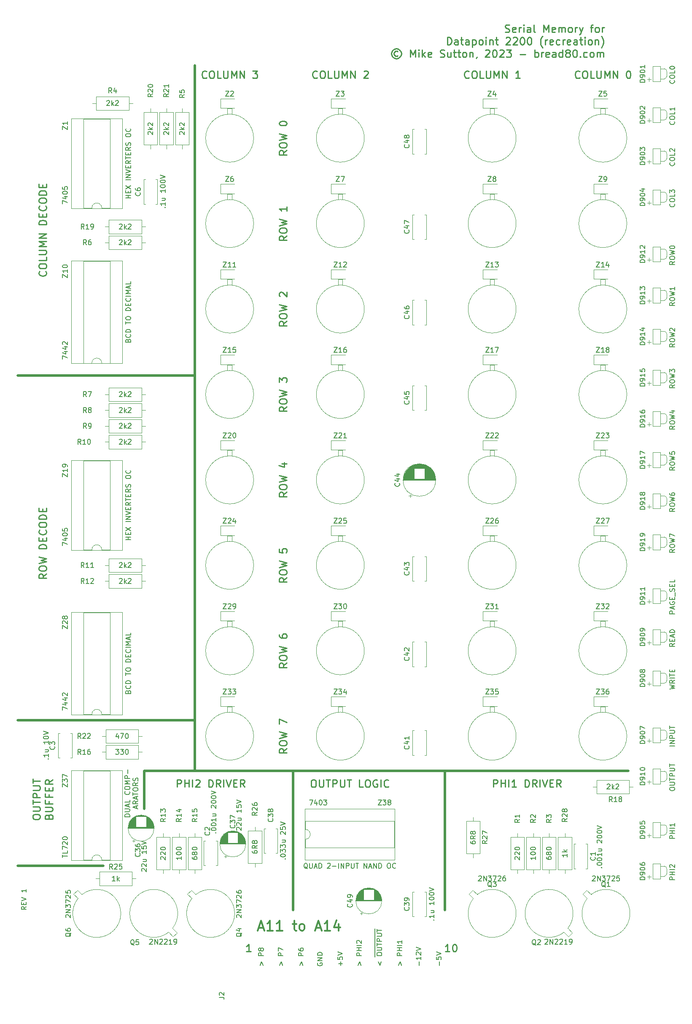
<source format=gto>
G04 #@! TF.GenerationSoftware,KiCad,Pcbnew,(5.1.12)-1*
G04 #@! TF.CreationDate,2023-07-18T15:35:10+01:00*
G04 #@! TF.ProjectId,Memory,4d656d6f-7279-42e6-9b69-6361645f7063,rev?*
G04 #@! TF.SameCoordinates,Original*
G04 #@! TF.FileFunction,Legend,Top*
G04 #@! TF.FilePolarity,Positive*
%FSLAX46Y46*%
G04 Gerber Fmt 4.6, Leading zero omitted, Abs format (unit mm)*
G04 Created by KiCad (PCBNEW (5.1.12)-1) date 2023-07-18 15:35:10*
%MOMM*%
%LPD*%
G01*
G04 APERTURE LIST*
%ADD10C,0.150000*%
%ADD11C,0.250000*%
%ADD12C,0.350000*%
%ADD13C,0.500000*%
%ADD14C,0.120000*%
G04 APERTURE END LIST*
D10*
X44902380Y-176434571D02*
X44426190Y-176767904D01*
X44902380Y-177006000D02*
X43902380Y-177006000D01*
X43902380Y-176625047D01*
X43950000Y-176529809D01*
X43997619Y-176482190D01*
X44092857Y-176434571D01*
X44235714Y-176434571D01*
X44330952Y-176482190D01*
X44378571Y-176529809D01*
X44426190Y-176625047D01*
X44426190Y-177006000D01*
X44378571Y-176006000D02*
X44378571Y-175672666D01*
X44902380Y-175529809D02*
X44902380Y-176006000D01*
X43902380Y-176006000D01*
X43902380Y-175529809D01*
X43902380Y-175244095D02*
X44902380Y-174910761D01*
X43902380Y-174577428D01*
X44902380Y-172958380D02*
X44902380Y-173529809D01*
X44902380Y-173244095D02*
X43902380Y-173244095D01*
X44045238Y-173339333D01*
X44140476Y-173434571D01*
X44188095Y-173529809D01*
D11*
X141056071Y-901142D02*
X141270357Y-972571D01*
X141627500Y-972571D01*
X141770357Y-901142D01*
X141841785Y-829714D01*
X141913214Y-686857D01*
X141913214Y-544000D01*
X141841785Y-401142D01*
X141770357Y-329714D01*
X141627500Y-258285D01*
X141341785Y-186857D01*
X141198928Y-115428D01*
X141127500Y-44000D01*
X141056071Y98857D01*
X141056071Y241714D01*
X141127500Y384571D01*
X141198928Y456000D01*
X141341785Y527428D01*
X141698928Y527428D01*
X141913214Y456000D01*
X143127500Y-901142D02*
X142984642Y-972571D01*
X142698928Y-972571D01*
X142556071Y-901142D01*
X142484642Y-758285D01*
X142484642Y-186857D01*
X142556071Y-44000D01*
X142698928Y27428D01*
X142984642Y27428D01*
X143127500Y-44000D01*
X143198928Y-186857D01*
X143198928Y-329714D01*
X142484642Y-472571D01*
X143841785Y-972571D02*
X143841785Y27428D01*
X143841785Y-258285D02*
X143913214Y-115428D01*
X143984642Y-44000D01*
X144127500Y27428D01*
X144270357Y27428D01*
X144770357Y-972571D02*
X144770357Y27428D01*
X144770357Y527428D02*
X144698928Y456000D01*
X144770357Y384571D01*
X144841785Y456000D01*
X144770357Y527428D01*
X144770357Y384571D01*
X146127500Y-972571D02*
X146127500Y-186857D01*
X146056071Y-44000D01*
X145913214Y27428D01*
X145627500Y27428D01*
X145484642Y-44000D01*
X146127500Y-901142D02*
X145984642Y-972571D01*
X145627500Y-972571D01*
X145484642Y-901142D01*
X145413214Y-758285D01*
X145413214Y-615428D01*
X145484642Y-472571D01*
X145627500Y-401142D01*
X145984642Y-401142D01*
X146127500Y-329714D01*
X147056071Y-972571D02*
X146913214Y-901142D01*
X146841785Y-758285D01*
X146841785Y527428D01*
X148770357Y-972571D02*
X148770357Y527428D01*
X149270357Y-544000D01*
X149770357Y527428D01*
X149770357Y-972571D01*
X151056071Y-901142D02*
X150913214Y-972571D01*
X150627500Y-972571D01*
X150484642Y-901142D01*
X150413214Y-758285D01*
X150413214Y-186857D01*
X150484642Y-44000D01*
X150627500Y27428D01*
X150913214Y27428D01*
X151056071Y-44000D01*
X151127500Y-186857D01*
X151127500Y-329714D01*
X150413214Y-472571D01*
X151770357Y-972571D02*
X151770357Y27428D01*
X151770357Y-115428D02*
X151841785Y-44000D01*
X151984642Y27428D01*
X152198928Y27428D01*
X152341785Y-44000D01*
X152413214Y-186857D01*
X152413214Y-972571D01*
X152413214Y-186857D02*
X152484642Y-44000D01*
X152627500Y27428D01*
X152841785Y27428D01*
X152984642Y-44000D01*
X153056071Y-186857D01*
X153056071Y-972571D01*
X153984642Y-972571D02*
X153841785Y-901142D01*
X153770357Y-829714D01*
X153698928Y-686857D01*
X153698928Y-258285D01*
X153770357Y-115428D01*
X153841785Y-44000D01*
X153984642Y27428D01*
X154198928Y27428D01*
X154341785Y-44000D01*
X154413214Y-115428D01*
X154484642Y-258285D01*
X154484642Y-686857D01*
X154413214Y-829714D01*
X154341785Y-901142D01*
X154198928Y-972571D01*
X153984642Y-972571D01*
X155127500Y-972571D02*
X155127500Y27428D01*
X155127500Y-258285D02*
X155198928Y-115428D01*
X155270357Y-44000D01*
X155413214Y27428D01*
X155556071Y27428D01*
X155913214Y27428D02*
X156270357Y-972571D01*
X156627500Y27428D02*
X156270357Y-972571D01*
X156127500Y-1329714D01*
X156056071Y-1401142D01*
X155913214Y-1472571D01*
X158127500Y27428D02*
X158698928Y27428D01*
X158341785Y-972571D02*
X158341785Y313142D01*
X158413214Y456000D01*
X158556071Y527428D01*
X158698928Y527428D01*
X159413214Y-972571D02*
X159270357Y-901142D01*
X159198928Y-829714D01*
X159127500Y-686857D01*
X159127500Y-258285D01*
X159198928Y-115428D01*
X159270357Y-44000D01*
X159413214Y27428D01*
X159627500Y27428D01*
X159770357Y-44000D01*
X159841785Y-115428D01*
X159913214Y-258285D01*
X159913214Y-686857D01*
X159841785Y-829714D01*
X159770357Y-901142D01*
X159627500Y-972571D01*
X159413214Y-972571D01*
X160556071Y-972571D02*
X160556071Y27428D01*
X160556071Y-258285D02*
X160627500Y-115428D01*
X160698928Y-44000D01*
X160841785Y27428D01*
X160984642Y27428D01*
X129413214Y-3472571D02*
X129413214Y-1972571D01*
X129770357Y-1972571D01*
X129984642Y-2044000D01*
X130127500Y-2186857D01*
X130198928Y-2329714D01*
X130270357Y-2615428D01*
X130270357Y-2829714D01*
X130198928Y-3115428D01*
X130127500Y-3258285D01*
X129984642Y-3401142D01*
X129770357Y-3472571D01*
X129413214Y-3472571D01*
X131556071Y-3472571D02*
X131556071Y-2686857D01*
X131484642Y-2544000D01*
X131341785Y-2472571D01*
X131056071Y-2472571D01*
X130913214Y-2544000D01*
X131556071Y-3401142D02*
X131413214Y-3472571D01*
X131056071Y-3472571D01*
X130913214Y-3401142D01*
X130841785Y-3258285D01*
X130841785Y-3115428D01*
X130913214Y-2972571D01*
X131056071Y-2901142D01*
X131413214Y-2901142D01*
X131556071Y-2829714D01*
X132056071Y-2472571D02*
X132627500Y-2472571D01*
X132270357Y-1972571D02*
X132270357Y-3258285D01*
X132341785Y-3401142D01*
X132484642Y-3472571D01*
X132627500Y-3472571D01*
X133770357Y-3472571D02*
X133770357Y-2686857D01*
X133698928Y-2544000D01*
X133556071Y-2472571D01*
X133270357Y-2472571D01*
X133127500Y-2544000D01*
X133770357Y-3401142D02*
X133627500Y-3472571D01*
X133270357Y-3472571D01*
X133127500Y-3401142D01*
X133056071Y-3258285D01*
X133056071Y-3115428D01*
X133127500Y-2972571D01*
X133270357Y-2901142D01*
X133627500Y-2901142D01*
X133770357Y-2829714D01*
X134484642Y-2472571D02*
X134484642Y-3972571D01*
X134484642Y-2544000D02*
X134627500Y-2472571D01*
X134913214Y-2472571D01*
X135056071Y-2544000D01*
X135127500Y-2615428D01*
X135198928Y-2758285D01*
X135198928Y-3186857D01*
X135127500Y-3329714D01*
X135056071Y-3401142D01*
X134913214Y-3472571D01*
X134627500Y-3472571D01*
X134484642Y-3401142D01*
X136056071Y-3472571D02*
X135913214Y-3401142D01*
X135841785Y-3329714D01*
X135770357Y-3186857D01*
X135770357Y-2758285D01*
X135841785Y-2615428D01*
X135913214Y-2544000D01*
X136056071Y-2472571D01*
X136270357Y-2472571D01*
X136413214Y-2544000D01*
X136484642Y-2615428D01*
X136556071Y-2758285D01*
X136556071Y-3186857D01*
X136484642Y-3329714D01*
X136413214Y-3401142D01*
X136270357Y-3472571D01*
X136056071Y-3472571D01*
X137198928Y-3472571D02*
X137198928Y-2472571D01*
X137198928Y-1972571D02*
X137127500Y-2044000D01*
X137198928Y-2115428D01*
X137270357Y-2044000D01*
X137198928Y-1972571D01*
X137198928Y-2115428D01*
X137913214Y-2472571D02*
X137913214Y-3472571D01*
X137913214Y-2615428D02*
X137984642Y-2544000D01*
X138127500Y-2472571D01*
X138341785Y-2472571D01*
X138484642Y-2544000D01*
X138556071Y-2686857D01*
X138556071Y-3472571D01*
X139056071Y-2472571D02*
X139627500Y-2472571D01*
X139270357Y-1972571D02*
X139270357Y-3258285D01*
X139341785Y-3401142D01*
X139484642Y-3472571D01*
X139627500Y-3472571D01*
X141198928Y-2115428D02*
X141270357Y-2044000D01*
X141413214Y-1972571D01*
X141770357Y-1972571D01*
X141913214Y-2044000D01*
X141984642Y-2115428D01*
X142056071Y-2258285D01*
X142056071Y-2401142D01*
X141984642Y-2615428D01*
X141127500Y-3472571D01*
X142056071Y-3472571D01*
X142627500Y-2115428D02*
X142698928Y-2044000D01*
X142841785Y-1972571D01*
X143198928Y-1972571D01*
X143341785Y-2044000D01*
X143413214Y-2115428D01*
X143484642Y-2258285D01*
X143484642Y-2401142D01*
X143413214Y-2615428D01*
X142556071Y-3472571D01*
X143484642Y-3472571D01*
X144413214Y-1972571D02*
X144556071Y-1972571D01*
X144698928Y-2044000D01*
X144770357Y-2115428D01*
X144841785Y-2258285D01*
X144913214Y-2544000D01*
X144913214Y-2901142D01*
X144841785Y-3186857D01*
X144770357Y-3329714D01*
X144698928Y-3401142D01*
X144556071Y-3472571D01*
X144413214Y-3472571D01*
X144270357Y-3401142D01*
X144198928Y-3329714D01*
X144127500Y-3186857D01*
X144056071Y-2901142D01*
X144056071Y-2544000D01*
X144127500Y-2258285D01*
X144198928Y-2115428D01*
X144270357Y-2044000D01*
X144413214Y-1972571D01*
X145841785Y-1972571D02*
X145984642Y-1972571D01*
X146127500Y-2044000D01*
X146198928Y-2115428D01*
X146270357Y-2258285D01*
X146341785Y-2544000D01*
X146341785Y-2901142D01*
X146270357Y-3186857D01*
X146198928Y-3329714D01*
X146127500Y-3401142D01*
X145984642Y-3472571D01*
X145841785Y-3472571D01*
X145698928Y-3401142D01*
X145627500Y-3329714D01*
X145556071Y-3186857D01*
X145484642Y-2901142D01*
X145484642Y-2544000D01*
X145556071Y-2258285D01*
X145627500Y-2115428D01*
X145698928Y-2044000D01*
X145841785Y-1972571D01*
X148556071Y-4044000D02*
X148484642Y-3972571D01*
X148341785Y-3758285D01*
X148270357Y-3615428D01*
X148198928Y-3401142D01*
X148127500Y-3044000D01*
X148127500Y-2758285D01*
X148198928Y-2401142D01*
X148270357Y-2186857D01*
X148341785Y-2044000D01*
X148484642Y-1829714D01*
X148556071Y-1758285D01*
X149127500Y-3472571D02*
X149127500Y-2472571D01*
X149127500Y-2758285D02*
X149198928Y-2615428D01*
X149270357Y-2544000D01*
X149413214Y-2472571D01*
X149556071Y-2472571D01*
X150627500Y-3401142D02*
X150484642Y-3472571D01*
X150198928Y-3472571D01*
X150056071Y-3401142D01*
X149984642Y-3258285D01*
X149984642Y-2686857D01*
X150056071Y-2544000D01*
X150198928Y-2472571D01*
X150484642Y-2472571D01*
X150627500Y-2544000D01*
X150698928Y-2686857D01*
X150698928Y-2829714D01*
X149984642Y-2972571D01*
X151984642Y-3401142D02*
X151841785Y-3472571D01*
X151556071Y-3472571D01*
X151413214Y-3401142D01*
X151341785Y-3329714D01*
X151270357Y-3186857D01*
X151270357Y-2758285D01*
X151341785Y-2615428D01*
X151413214Y-2544000D01*
X151556071Y-2472571D01*
X151841785Y-2472571D01*
X151984642Y-2544000D01*
X152627500Y-3472571D02*
X152627500Y-2472571D01*
X152627500Y-2758285D02*
X152698928Y-2615428D01*
X152770357Y-2544000D01*
X152913214Y-2472571D01*
X153056071Y-2472571D01*
X154127500Y-3401142D02*
X153984642Y-3472571D01*
X153698928Y-3472571D01*
X153556071Y-3401142D01*
X153484642Y-3258285D01*
X153484642Y-2686857D01*
X153556071Y-2544000D01*
X153698928Y-2472571D01*
X153984642Y-2472571D01*
X154127500Y-2544000D01*
X154198928Y-2686857D01*
X154198928Y-2829714D01*
X153484642Y-2972571D01*
X155484642Y-3472571D02*
X155484642Y-2686857D01*
X155413214Y-2544000D01*
X155270357Y-2472571D01*
X154984642Y-2472571D01*
X154841785Y-2544000D01*
X155484642Y-3401142D02*
X155341785Y-3472571D01*
X154984642Y-3472571D01*
X154841785Y-3401142D01*
X154770357Y-3258285D01*
X154770357Y-3115428D01*
X154841785Y-2972571D01*
X154984642Y-2901142D01*
X155341785Y-2901142D01*
X155484642Y-2829714D01*
X155984642Y-2472571D02*
X156556071Y-2472571D01*
X156198928Y-1972571D02*
X156198928Y-3258285D01*
X156270357Y-3401142D01*
X156413214Y-3472571D01*
X156556071Y-3472571D01*
X157056071Y-3472571D02*
X157056071Y-2472571D01*
X157056071Y-1972571D02*
X156984642Y-2044000D01*
X157056071Y-2115428D01*
X157127500Y-2044000D01*
X157056071Y-1972571D01*
X157056071Y-2115428D01*
X157984642Y-3472571D02*
X157841785Y-3401142D01*
X157770357Y-3329714D01*
X157698928Y-3186857D01*
X157698928Y-2758285D01*
X157770357Y-2615428D01*
X157841785Y-2544000D01*
X157984642Y-2472571D01*
X158198928Y-2472571D01*
X158341785Y-2544000D01*
X158413214Y-2615428D01*
X158484642Y-2758285D01*
X158484642Y-3186857D01*
X158413214Y-3329714D01*
X158341785Y-3401142D01*
X158198928Y-3472571D01*
X157984642Y-3472571D01*
X159127500Y-2472571D02*
X159127500Y-3472571D01*
X159127500Y-2615428D02*
X159198928Y-2544000D01*
X159341785Y-2472571D01*
X159556071Y-2472571D01*
X159698928Y-2544000D01*
X159770357Y-2686857D01*
X159770357Y-3472571D01*
X160341785Y-4044000D02*
X160413214Y-3972571D01*
X160556071Y-3758285D01*
X160627500Y-3615428D01*
X160698928Y-3401142D01*
X160770357Y-3044000D01*
X160770357Y-2758285D01*
X160698928Y-2401142D01*
X160627500Y-2186857D01*
X160556071Y-2044000D01*
X160413214Y-1829714D01*
X160341785Y-1758285D01*
X119484642Y-4829714D02*
X119341785Y-4758285D01*
X119056071Y-4758285D01*
X118913214Y-4829714D01*
X118770357Y-4972571D01*
X118698928Y-5115428D01*
X118698928Y-5401142D01*
X118770357Y-5544000D01*
X118913214Y-5686857D01*
X119056071Y-5758285D01*
X119341785Y-5758285D01*
X119484642Y-5686857D01*
X119198928Y-4258285D02*
X118841785Y-4329714D01*
X118484642Y-4544000D01*
X118270357Y-4901142D01*
X118198928Y-5258285D01*
X118270357Y-5615428D01*
X118484642Y-5972571D01*
X118841785Y-6186857D01*
X119198928Y-6258285D01*
X119556071Y-6186857D01*
X119913214Y-5972571D01*
X120127500Y-5615428D01*
X120198928Y-5258285D01*
X120127500Y-4901142D01*
X119913214Y-4544000D01*
X119556071Y-4329714D01*
X119198928Y-4258285D01*
X121984642Y-5972571D02*
X121984642Y-4472571D01*
X122484642Y-5544000D01*
X122984642Y-4472571D01*
X122984642Y-5972571D01*
X123698928Y-5972571D02*
X123698928Y-4972571D01*
X123698928Y-4472571D02*
X123627500Y-4544000D01*
X123698928Y-4615428D01*
X123770357Y-4544000D01*
X123698928Y-4472571D01*
X123698928Y-4615428D01*
X124413214Y-5972571D02*
X124413214Y-4472571D01*
X124556071Y-5401142D02*
X124984642Y-5972571D01*
X124984642Y-4972571D02*
X124413214Y-5544000D01*
X126198928Y-5901142D02*
X126056071Y-5972571D01*
X125770357Y-5972571D01*
X125627500Y-5901142D01*
X125556071Y-5758285D01*
X125556071Y-5186857D01*
X125627500Y-5044000D01*
X125770357Y-4972571D01*
X126056071Y-4972571D01*
X126198928Y-5044000D01*
X126270357Y-5186857D01*
X126270357Y-5329714D01*
X125556071Y-5472571D01*
X127984642Y-5901142D02*
X128198928Y-5972571D01*
X128556071Y-5972571D01*
X128698928Y-5901142D01*
X128770357Y-5829714D01*
X128841785Y-5686857D01*
X128841785Y-5544000D01*
X128770357Y-5401142D01*
X128698928Y-5329714D01*
X128556071Y-5258285D01*
X128270357Y-5186857D01*
X128127500Y-5115428D01*
X128056071Y-5044000D01*
X127984642Y-4901142D01*
X127984642Y-4758285D01*
X128056071Y-4615428D01*
X128127500Y-4544000D01*
X128270357Y-4472571D01*
X128627500Y-4472571D01*
X128841785Y-4544000D01*
X130127500Y-4972571D02*
X130127500Y-5972571D01*
X129484642Y-4972571D02*
X129484642Y-5758285D01*
X129556071Y-5901142D01*
X129698928Y-5972571D01*
X129913214Y-5972571D01*
X130056071Y-5901142D01*
X130127500Y-5829714D01*
X130627500Y-4972571D02*
X131198928Y-4972571D01*
X130841785Y-4472571D02*
X130841785Y-5758285D01*
X130913214Y-5901142D01*
X131056071Y-5972571D01*
X131198928Y-5972571D01*
X131484642Y-4972571D02*
X132056071Y-4972571D01*
X131698928Y-4472571D02*
X131698928Y-5758285D01*
X131770357Y-5901142D01*
X131913214Y-5972571D01*
X132056071Y-5972571D01*
X132770357Y-5972571D02*
X132627500Y-5901142D01*
X132556071Y-5829714D01*
X132484642Y-5686857D01*
X132484642Y-5258285D01*
X132556071Y-5115428D01*
X132627500Y-5044000D01*
X132770357Y-4972571D01*
X132984642Y-4972571D01*
X133127500Y-5044000D01*
X133198928Y-5115428D01*
X133270357Y-5258285D01*
X133270357Y-5686857D01*
X133198928Y-5829714D01*
X133127500Y-5901142D01*
X132984642Y-5972571D01*
X132770357Y-5972571D01*
X133913214Y-4972571D02*
X133913214Y-5972571D01*
X133913214Y-5115428D02*
X133984642Y-5044000D01*
X134127500Y-4972571D01*
X134341785Y-4972571D01*
X134484642Y-5044000D01*
X134556071Y-5186857D01*
X134556071Y-5972571D01*
X135341785Y-5901142D02*
X135341785Y-5972571D01*
X135270357Y-6115428D01*
X135198928Y-6186857D01*
X137056071Y-4615428D02*
X137127500Y-4544000D01*
X137270357Y-4472571D01*
X137627500Y-4472571D01*
X137770357Y-4544000D01*
X137841785Y-4615428D01*
X137913214Y-4758285D01*
X137913214Y-4901142D01*
X137841785Y-5115428D01*
X136984642Y-5972571D01*
X137913214Y-5972571D01*
X138841785Y-4472571D02*
X138984642Y-4472571D01*
X139127500Y-4544000D01*
X139198928Y-4615428D01*
X139270357Y-4758285D01*
X139341785Y-5044000D01*
X139341785Y-5401142D01*
X139270357Y-5686857D01*
X139198928Y-5829714D01*
X139127500Y-5901142D01*
X138984642Y-5972571D01*
X138841785Y-5972571D01*
X138698928Y-5901142D01*
X138627500Y-5829714D01*
X138556071Y-5686857D01*
X138484642Y-5401142D01*
X138484642Y-5044000D01*
X138556071Y-4758285D01*
X138627500Y-4615428D01*
X138698928Y-4544000D01*
X138841785Y-4472571D01*
X139913214Y-4615428D02*
X139984642Y-4544000D01*
X140127500Y-4472571D01*
X140484642Y-4472571D01*
X140627500Y-4544000D01*
X140698928Y-4615428D01*
X140770357Y-4758285D01*
X140770357Y-4901142D01*
X140698928Y-5115428D01*
X139841785Y-5972571D01*
X140770357Y-5972571D01*
X141270357Y-4472571D02*
X142198928Y-4472571D01*
X141698928Y-5044000D01*
X141913214Y-5044000D01*
X142056071Y-5115428D01*
X142127500Y-5186857D01*
X142198928Y-5329714D01*
X142198928Y-5686857D01*
X142127500Y-5829714D01*
X142056071Y-5901142D01*
X141913214Y-5972571D01*
X141484642Y-5972571D01*
X141341785Y-5901142D01*
X141270357Y-5829714D01*
X143984642Y-5401142D02*
X145127500Y-5401142D01*
X146984642Y-5972571D02*
X146984642Y-4472571D01*
X146984642Y-5044000D02*
X147127500Y-4972571D01*
X147413214Y-4972571D01*
X147556071Y-5044000D01*
X147627500Y-5115428D01*
X147698928Y-5258285D01*
X147698928Y-5686857D01*
X147627500Y-5829714D01*
X147556071Y-5901142D01*
X147413214Y-5972571D01*
X147127500Y-5972571D01*
X146984642Y-5901142D01*
X148341785Y-5972571D02*
X148341785Y-4972571D01*
X148341785Y-5258285D02*
X148413214Y-5115428D01*
X148484642Y-5044000D01*
X148627500Y-4972571D01*
X148770357Y-4972571D01*
X149841785Y-5901142D02*
X149698928Y-5972571D01*
X149413214Y-5972571D01*
X149270357Y-5901142D01*
X149198928Y-5758285D01*
X149198928Y-5186857D01*
X149270357Y-5044000D01*
X149413214Y-4972571D01*
X149698928Y-4972571D01*
X149841785Y-5044000D01*
X149913214Y-5186857D01*
X149913214Y-5329714D01*
X149198928Y-5472571D01*
X151198928Y-5972571D02*
X151198928Y-5186857D01*
X151127500Y-5044000D01*
X150984642Y-4972571D01*
X150698928Y-4972571D01*
X150556071Y-5044000D01*
X151198928Y-5901142D02*
X151056071Y-5972571D01*
X150698928Y-5972571D01*
X150556071Y-5901142D01*
X150484642Y-5758285D01*
X150484642Y-5615428D01*
X150556071Y-5472571D01*
X150698928Y-5401142D01*
X151056071Y-5401142D01*
X151198928Y-5329714D01*
X152556071Y-5972571D02*
X152556071Y-4472571D01*
X152556071Y-5901142D02*
X152413214Y-5972571D01*
X152127500Y-5972571D01*
X151984642Y-5901142D01*
X151913214Y-5829714D01*
X151841785Y-5686857D01*
X151841785Y-5258285D01*
X151913214Y-5115428D01*
X151984642Y-5044000D01*
X152127500Y-4972571D01*
X152413214Y-4972571D01*
X152556071Y-5044000D01*
X153484642Y-5115428D02*
X153341785Y-5044000D01*
X153270357Y-4972571D01*
X153198928Y-4829714D01*
X153198928Y-4758285D01*
X153270357Y-4615428D01*
X153341785Y-4544000D01*
X153484642Y-4472571D01*
X153770357Y-4472571D01*
X153913214Y-4544000D01*
X153984642Y-4615428D01*
X154056071Y-4758285D01*
X154056071Y-4829714D01*
X153984642Y-4972571D01*
X153913214Y-5044000D01*
X153770357Y-5115428D01*
X153484642Y-5115428D01*
X153341785Y-5186857D01*
X153270357Y-5258285D01*
X153198928Y-5401142D01*
X153198928Y-5686857D01*
X153270357Y-5829714D01*
X153341785Y-5901142D01*
X153484642Y-5972571D01*
X153770357Y-5972571D01*
X153913214Y-5901142D01*
X153984642Y-5829714D01*
X154056071Y-5686857D01*
X154056071Y-5401142D01*
X153984642Y-5258285D01*
X153913214Y-5186857D01*
X153770357Y-5115428D01*
X154984642Y-4472571D02*
X155127500Y-4472571D01*
X155270357Y-4544000D01*
X155341785Y-4615428D01*
X155413214Y-4758285D01*
X155484642Y-5044000D01*
X155484642Y-5401142D01*
X155413214Y-5686857D01*
X155341785Y-5829714D01*
X155270357Y-5901142D01*
X155127500Y-5972571D01*
X154984642Y-5972571D01*
X154841785Y-5901142D01*
X154770357Y-5829714D01*
X154698928Y-5686857D01*
X154627500Y-5401142D01*
X154627500Y-5044000D01*
X154698928Y-4758285D01*
X154770357Y-4615428D01*
X154841785Y-4544000D01*
X154984642Y-4472571D01*
X156127500Y-5829714D02*
X156198928Y-5901142D01*
X156127500Y-5972571D01*
X156056071Y-5901142D01*
X156127500Y-5829714D01*
X156127500Y-5972571D01*
X157484642Y-5901142D02*
X157341785Y-5972571D01*
X157056071Y-5972571D01*
X156913214Y-5901142D01*
X156841785Y-5829714D01*
X156770357Y-5686857D01*
X156770357Y-5258285D01*
X156841785Y-5115428D01*
X156913214Y-5044000D01*
X157056071Y-4972571D01*
X157341785Y-4972571D01*
X157484642Y-5044000D01*
X158341785Y-5972571D02*
X158198928Y-5901142D01*
X158127500Y-5829714D01*
X158056071Y-5686857D01*
X158056071Y-5258285D01*
X158127500Y-5115428D01*
X158198928Y-5044000D01*
X158341785Y-4972571D01*
X158556071Y-4972571D01*
X158698928Y-5044000D01*
X158770357Y-5115428D01*
X158841785Y-5258285D01*
X158841785Y-5686857D01*
X158770357Y-5829714D01*
X158698928Y-5901142D01*
X158556071Y-5972571D01*
X158341785Y-5972571D01*
X159484642Y-5972571D02*
X159484642Y-4972571D01*
X159484642Y-5115428D02*
X159556071Y-5044000D01*
X159698928Y-4972571D01*
X159913214Y-4972571D01*
X160056071Y-5044000D01*
X160127500Y-5186857D01*
X160127500Y-5972571D01*
X160127500Y-5186857D02*
X160198928Y-5044000D01*
X160341785Y-4972571D01*
X160556071Y-4972571D01*
X160698928Y-5044000D01*
X160770357Y-5186857D01*
X160770357Y-5972571D01*
D12*
X91552142Y-180673333D02*
X92504523Y-180673333D01*
X91361666Y-181244761D02*
X92028333Y-179244761D01*
X92695000Y-181244761D01*
X94409285Y-181244761D02*
X93266428Y-181244761D01*
X93837857Y-181244761D02*
X93837857Y-179244761D01*
X93647380Y-179530476D01*
X93456904Y-179720952D01*
X93266428Y-179816190D01*
X96314047Y-181244761D02*
X95171190Y-181244761D01*
X95742619Y-181244761D02*
X95742619Y-179244761D01*
X95552142Y-179530476D01*
X95361666Y-179720952D01*
X95171190Y-179816190D01*
X98409285Y-179911428D02*
X99171190Y-179911428D01*
X98695000Y-179244761D02*
X98695000Y-180959047D01*
X98790238Y-181149523D01*
X98980714Y-181244761D01*
X99171190Y-181244761D01*
X100123571Y-181244761D02*
X99933095Y-181149523D01*
X99837857Y-181054285D01*
X99742619Y-180863809D01*
X99742619Y-180292380D01*
X99837857Y-180101904D01*
X99933095Y-180006666D01*
X100123571Y-179911428D01*
X100409285Y-179911428D01*
X100599761Y-180006666D01*
X100695000Y-180101904D01*
X100790238Y-180292380D01*
X100790238Y-180863809D01*
X100695000Y-181054285D01*
X100599761Y-181149523D01*
X100409285Y-181244761D01*
X100123571Y-181244761D01*
X103075952Y-180673333D02*
X104028333Y-180673333D01*
X102885476Y-181244761D02*
X103552142Y-179244761D01*
X104218809Y-181244761D01*
X105933095Y-181244761D02*
X104790238Y-181244761D01*
X105361666Y-181244761D02*
X105361666Y-179244761D01*
X105171190Y-179530476D01*
X104980714Y-179720952D01*
X104790238Y-179816190D01*
X107647380Y-179911428D02*
X107647380Y-181244761D01*
X107171190Y-179149523D02*
X106695000Y-180578095D01*
X107933095Y-180578095D01*
D13*
X78740000Y-7620000D02*
X78740000Y-149225000D01*
X68580000Y-149225000D02*
X165735000Y-149225000D01*
X128905000Y-149225000D02*
X128905000Y-177165000D01*
X98425000Y-149225000D02*
X98425000Y-177165000D01*
X68580000Y-149225000D02*
X68580000Y-156845000D01*
X43180000Y-168275000D02*
X60325000Y-168275000D01*
D11*
X102426428Y-150943571D02*
X102712142Y-150943571D01*
X102855000Y-151015000D01*
X102997857Y-151157857D01*
X103069285Y-151443571D01*
X103069285Y-151943571D01*
X102997857Y-152229285D01*
X102855000Y-152372142D01*
X102712142Y-152443571D01*
X102426428Y-152443571D01*
X102283571Y-152372142D01*
X102140714Y-152229285D01*
X102069285Y-151943571D01*
X102069285Y-151443571D01*
X102140714Y-151157857D01*
X102283571Y-151015000D01*
X102426428Y-150943571D01*
X103712142Y-150943571D02*
X103712142Y-152157857D01*
X103783571Y-152300714D01*
X103855000Y-152372142D01*
X103997857Y-152443571D01*
X104283571Y-152443571D01*
X104426428Y-152372142D01*
X104497857Y-152300714D01*
X104569285Y-152157857D01*
X104569285Y-150943571D01*
X105069285Y-150943571D02*
X105926428Y-150943571D01*
X105497857Y-152443571D02*
X105497857Y-150943571D01*
X106426428Y-152443571D02*
X106426428Y-150943571D01*
X106997857Y-150943571D01*
X107140714Y-151015000D01*
X107212142Y-151086428D01*
X107283571Y-151229285D01*
X107283571Y-151443571D01*
X107212142Y-151586428D01*
X107140714Y-151657857D01*
X106997857Y-151729285D01*
X106426428Y-151729285D01*
X107926428Y-150943571D02*
X107926428Y-152157857D01*
X107997857Y-152300714D01*
X108069285Y-152372142D01*
X108212142Y-152443571D01*
X108497857Y-152443571D01*
X108640714Y-152372142D01*
X108712142Y-152300714D01*
X108783571Y-152157857D01*
X108783571Y-150943571D01*
X109283571Y-150943571D02*
X110140714Y-150943571D01*
X109712142Y-152443571D02*
X109712142Y-150943571D01*
X112497857Y-152443571D02*
X111783571Y-152443571D01*
X111783571Y-150943571D01*
X113283571Y-150943571D02*
X113569285Y-150943571D01*
X113712142Y-151015000D01*
X113855000Y-151157857D01*
X113926428Y-151443571D01*
X113926428Y-151943571D01*
X113855000Y-152229285D01*
X113712142Y-152372142D01*
X113569285Y-152443571D01*
X113283571Y-152443571D01*
X113140714Y-152372142D01*
X112997857Y-152229285D01*
X112926428Y-151943571D01*
X112926428Y-151443571D01*
X112997857Y-151157857D01*
X113140714Y-151015000D01*
X113283571Y-150943571D01*
X115355000Y-151015000D02*
X115212142Y-150943571D01*
X114997857Y-150943571D01*
X114783571Y-151015000D01*
X114640714Y-151157857D01*
X114569285Y-151300714D01*
X114497857Y-151586428D01*
X114497857Y-151800714D01*
X114569285Y-152086428D01*
X114640714Y-152229285D01*
X114783571Y-152372142D01*
X114997857Y-152443571D01*
X115140714Y-152443571D01*
X115355000Y-152372142D01*
X115426428Y-152300714D01*
X115426428Y-151800714D01*
X115140714Y-151800714D01*
X116069285Y-152443571D02*
X116069285Y-150943571D01*
X117640714Y-152300714D02*
X117569285Y-152372142D01*
X117355000Y-152443571D01*
X117212142Y-152443571D01*
X116997857Y-152372142D01*
X116855000Y-152229285D01*
X116783571Y-152086428D01*
X116712142Y-151800714D01*
X116712142Y-151586428D01*
X116783571Y-151300714D01*
X116855000Y-151157857D01*
X116997857Y-151015000D01*
X117212142Y-150943571D01*
X117355000Y-150943571D01*
X117569285Y-151015000D01*
X117640714Y-151086428D01*
D13*
X43180000Y-139065000D02*
X78740000Y-139065000D01*
X43180000Y-69850000D02*
X78740000Y-69850000D01*
D11*
X129889285Y-185463571D02*
X129032142Y-185463571D01*
X129460714Y-185463571D02*
X129460714Y-183963571D01*
X129317857Y-184177857D01*
X129175000Y-184320714D01*
X129032142Y-184392142D01*
X130817857Y-183963571D02*
X130960714Y-183963571D01*
X131103571Y-184035000D01*
X131175000Y-184106428D01*
X131246428Y-184249285D01*
X131317857Y-184535000D01*
X131317857Y-184892142D01*
X131246428Y-185177857D01*
X131175000Y-185320714D01*
X131103571Y-185392142D01*
X130960714Y-185463571D01*
X130817857Y-185463571D01*
X130675000Y-185392142D01*
X130603571Y-185320714D01*
X130532142Y-185177857D01*
X130460714Y-184892142D01*
X130460714Y-184535000D01*
X130532142Y-184249285D01*
X130603571Y-184106428D01*
X130675000Y-184035000D01*
X130817857Y-183963571D01*
X89963571Y-185463571D02*
X89106428Y-185463571D01*
X89535000Y-185463571D02*
X89535000Y-183963571D01*
X89392142Y-184177857D01*
X89249285Y-184320714D01*
X89106428Y-184392142D01*
D10*
X127833428Y-188259404D02*
X127833428Y-187497500D01*
X127214380Y-186545119D02*
X127214380Y-187021309D01*
X127690571Y-187068928D01*
X127642952Y-187021309D01*
X127595333Y-186926071D01*
X127595333Y-186687976D01*
X127642952Y-186592738D01*
X127690571Y-186545119D01*
X127785809Y-186497500D01*
X128023904Y-186497500D01*
X128119142Y-186545119D01*
X128166761Y-186592738D01*
X128214380Y-186687976D01*
X128214380Y-186926071D01*
X128166761Y-187021309D01*
X128119142Y-187068928D01*
X127214380Y-186211785D02*
X128214380Y-185878452D01*
X127214380Y-185545119D01*
X123769428Y-188259404D02*
X123769428Y-187497500D01*
X124150380Y-186497500D02*
X124150380Y-187068928D01*
X124150380Y-186783214D02*
X123150380Y-186783214D01*
X123293238Y-186878452D01*
X123388476Y-186973690D01*
X123436095Y-187068928D01*
X123245619Y-186116547D02*
X123198000Y-186068928D01*
X123150380Y-185973690D01*
X123150380Y-185735595D01*
X123198000Y-185640357D01*
X123245619Y-185592738D01*
X123340857Y-185545119D01*
X123436095Y-185545119D01*
X123578952Y-185592738D01*
X124150380Y-186164166D01*
X124150380Y-185545119D01*
X123150380Y-185259404D02*
X124150380Y-184926071D01*
X123150380Y-184592738D01*
X119673714Y-188259404D02*
X119959428Y-187497500D01*
X120245142Y-188259404D01*
X120340380Y-186259404D02*
X119340380Y-186259404D01*
X119340380Y-185878452D01*
X119388000Y-185783214D01*
X119435619Y-185735595D01*
X119530857Y-185687976D01*
X119673714Y-185687976D01*
X119768952Y-185735595D01*
X119816571Y-185783214D01*
X119864190Y-185878452D01*
X119864190Y-186259404D01*
X120340380Y-185259404D02*
X119340380Y-185259404D01*
X119816571Y-185259404D02*
X119816571Y-184687976D01*
X120340380Y-184687976D02*
X119340380Y-184687976D01*
X120340380Y-184211785D02*
X119340380Y-184211785D01*
X120340380Y-183211785D02*
X120340380Y-183783214D01*
X120340380Y-183497500D02*
X119340380Y-183497500D01*
X119483238Y-183592738D01*
X119578476Y-183687976D01*
X119626095Y-183783214D01*
X115609714Y-187497500D02*
X115895428Y-188259404D01*
X116181142Y-187497500D01*
X114909000Y-186497500D02*
X114909000Y-185449880D01*
X115276380Y-186068928D02*
X115276380Y-185878452D01*
X115324000Y-185783214D01*
X115419238Y-185687976D01*
X115609714Y-185640357D01*
X115943047Y-185640357D01*
X116133523Y-185687976D01*
X116228761Y-185783214D01*
X116276380Y-185878452D01*
X116276380Y-186068928D01*
X116228761Y-186164166D01*
X116133523Y-186259404D01*
X115943047Y-186307023D01*
X115609714Y-186307023D01*
X115419238Y-186259404D01*
X115324000Y-186164166D01*
X115276380Y-186068928D01*
X114909000Y-185449880D02*
X114909000Y-184402261D01*
X115276380Y-185211785D02*
X116085904Y-185211785D01*
X116181142Y-185164166D01*
X116228761Y-185116547D01*
X116276380Y-185021309D01*
X116276380Y-184830833D01*
X116228761Y-184735595D01*
X116181142Y-184687976D01*
X116085904Y-184640357D01*
X115276380Y-184640357D01*
X114909000Y-184402261D02*
X114909000Y-183640357D01*
X115276380Y-184307023D02*
X115276380Y-183735595D01*
X116276380Y-184021309D02*
X115276380Y-184021309D01*
X114909000Y-183640357D02*
X114909000Y-182640357D01*
X116276380Y-183402261D02*
X115276380Y-183402261D01*
X115276380Y-183021309D01*
X115324000Y-182926071D01*
X115371619Y-182878452D01*
X115466857Y-182830833D01*
X115609714Y-182830833D01*
X115704952Y-182878452D01*
X115752571Y-182926071D01*
X115800190Y-183021309D01*
X115800190Y-183402261D01*
X114909000Y-182640357D02*
X114909000Y-181592738D01*
X115276380Y-182402261D02*
X116085904Y-182402261D01*
X116181142Y-182354642D01*
X116228761Y-182307023D01*
X116276380Y-182211785D01*
X116276380Y-182021309D01*
X116228761Y-181926071D01*
X116181142Y-181878452D01*
X116085904Y-181830833D01*
X115276380Y-181830833D01*
X114909000Y-181592738D02*
X114909000Y-180830833D01*
X115276380Y-181497500D02*
X115276380Y-180926071D01*
X116276380Y-181211785D02*
X115276380Y-181211785D01*
X111545714Y-188259404D02*
X111831428Y-187497500D01*
X112117142Y-188259404D01*
X112212380Y-186259404D02*
X111212380Y-186259404D01*
X111212380Y-185878452D01*
X111260000Y-185783214D01*
X111307619Y-185735595D01*
X111402857Y-185687976D01*
X111545714Y-185687976D01*
X111640952Y-185735595D01*
X111688571Y-185783214D01*
X111736190Y-185878452D01*
X111736190Y-186259404D01*
X112212380Y-185259404D02*
X111212380Y-185259404D01*
X111688571Y-185259404D02*
X111688571Y-184687976D01*
X112212380Y-184687976D02*
X111212380Y-184687976D01*
X112212380Y-184211785D02*
X111212380Y-184211785D01*
X111307619Y-183783214D02*
X111260000Y-183735595D01*
X111212380Y-183640357D01*
X111212380Y-183402261D01*
X111260000Y-183307023D01*
X111307619Y-183259404D01*
X111402857Y-183211785D01*
X111498095Y-183211785D01*
X111640952Y-183259404D01*
X112212380Y-183830833D01*
X112212380Y-183211785D01*
X108021428Y-188259404D02*
X108021428Y-187497500D01*
X108402380Y-187878452D02*
X107640476Y-187878452D01*
X107402380Y-186545119D02*
X107402380Y-187021309D01*
X107878571Y-187068928D01*
X107830952Y-187021309D01*
X107783333Y-186926071D01*
X107783333Y-186687976D01*
X107830952Y-186592738D01*
X107878571Y-186545119D01*
X107973809Y-186497500D01*
X108211904Y-186497500D01*
X108307142Y-186545119D01*
X108354761Y-186592738D01*
X108402380Y-186687976D01*
X108402380Y-186926071D01*
X108354761Y-187021309D01*
X108307142Y-187068928D01*
X107402380Y-186211785D02*
X108402380Y-185878452D01*
X107402380Y-185545119D01*
X103386000Y-187735595D02*
X103338380Y-187830833D01*
X103338380Y-187973690D01*
X103386000Y-188116547D01*
X103481238Y-188211785D01*
X103576476Y-188259404D01*
X103766952Y-188307023D01*
X103909809Y-188307023D01*
X104100285Y-188259404D01*
X104195523Y-188211785D01*
X104290761Y-188116547D01*
X104338380Y-187973690D01*
X104338380Y-187878452D01*
X104290761Y-187735595D01*
X104243142Y-187687976D01*
X103909809Y-187687976D01*
X103909809Y-187878452D01*
X104338380Y-187259404D02*
X103338380Y-187259404D01*
X104338380Y-186687976D01*
X103338380Y-186687976D01*
X104338380Y-186211785D02*
X103338380Y-186211785D01*
X103338380Y-185973690D01*
X103386000Y-185830833D01*
X103481238Y-185735595D01*
X103576476Y-185687976D01*
X103766952Y-185640357D01*
X103909809Y-185640357D01*
X104100285Y-185687976D01*
X104195523Y-185735595D01*
X104290761Y-185830833D01*
X104338380Y-185973690D01*
X104338380Y-186211785D01*
X99861714Y-188259404D02*
X100147428Y-187497500D01*
X100433142Y-188259404D01*
X100528380Y-186259404D02*
X99528380Y-186259404D01*
X99528380Y-185878452D01*
X99576000Y-185783214D01*
X99623619Y-185735595D01*
X99718857Y-185687976D01*
X99861714Y-185687976D01*
X99956952Y-185735595D01*
X100004571Y-185783214D01*
X100052190Y-185878452D01*
X100052190Y-186259404D01*
X99528380Y-184830833D02*
X99528380Y-185021309D01*
X99576000Y-185116547D01*
X99623619Y-185164166D01*
X99766476Y-185259404D01*
X99956952Y-185307023D01*
X100337904Y-185307023D01*
X100433142Y-185259404D01*
X100480761Y-185211785D01*
X100528380Y-185116547D01*
X100528380Y-184926071D01*
X100480761Y-184830833D01*
X100433142Y-184783214D01*
X100337904Y-184735595D01*
X100099809Y-184735595D01*
X100004571Y-184783214D01*
X99956952Y-184830833D01*
X99909333Y-184926071D01*
X99909333Y-185116547D01*
X99956952Y-185211785D01*
X100004571Y-185259404D01*
X100099809Y-185307023D01*
X95797714Y-188259404D02*
X96083428Y-187497500D01*
X96369142Y-188259404D01*
X96464380Y-186259404D02*
X95464380Y-186259404D01*
X95464380Y-185878452D01*
X95512000Y-185783214D01*
X95559619Y-185735595D01*
X95654857Y-185687976D01*
X95797714Y-185687976D01*
X95892952Y-185735595D01*
X95940571Y-185783214D01*
X95988190Y-185878452D01*
X95988190Y-186259404D01*
X95464380Y-185354642D02*
X95464380Y-184687976D01*
X96464380Y-185116547D01*
X91860714Y-188259404D02*
X92146428Y-187497500D01*
X92432142Y-188259404D01*
X92527380Y-186259404D02*
X91527380Y-186259404D01*
X91527380Y-185878452D01*
X91575000Y-185783214D01*
X91622619Y-185735595D01*
X91717857Y-185687976D01*
X91860714Y-185687976D01*
X91955952Y-185735595D01*
X92003571Y-185783214D01*
X92051190Y-185878452D01*
X92051190Y-186259404D01*
X91955952Y-185116547D02*
X91908333Y-185211785D01*
X91860714Y-185259404D01*
X91765476Y-185307023D01*
X91717857Y-185307023D01*
X91622619Y-185259404D01*
X91575000Y-185211785D01*
X91527380Y-185116547D01*
X91527380Y-184926071D01*
X91575000Y-184830833D01*
X91622619Y-184783214D01*
X91717857Y-184735595D01*
X91765476Y-184735595D01*
X91860714Y-184783214D01*
X91908333Y-184830833D01*
X91955952Y-184926071D01*
X91955952Y-185116547D01*
X92003571Y-185211785D01*
X92051190Y-185259404D01*
X92146428Y-185307023D01*
X92336904Y-185307023D01*
X92432142Y-185259404D01*
X92479761Y-185211785D01*
X92527380Y-185116547D01*
X92527380Y-184926071D01*
X92479761Y-184830833D01*
X92432142Y-184783214D01*
X92336904Y-184735595D01*
X92146428Y-184735595D01*
X92051190Y-184783214D01*
X92003571Y-184830833D01*
X91955952Y-184926071D01*
D11*
X156012142Y-10060714D02*
X155940714Y-10132142D01*
X155726428Y-10203571D01*
X155583571Y-10203571D01*
X155369285Y-10132142D01*
X155226428Y-9989285D01*
X155155000Y-9846428D01*
X155083571Y-9560714D01*
X155083571Y-9346428D01*
X155155000Y-9060714D01*
X155226428Y-8917857D01*
X155369285Y-8775000D01*
X155583571Y-8703571D01*
X155726428Y-8703571D01*
X155940714Y-8775000D01*
X156012142Y-8846428D01*
X156940714Y-8703571D02*
X157226428Y-8703571D01*
X157369285Y-8775000D01*
X157512142Y-8917857D01*
X157583571Y-9203571D01*
X157583571Y-9703571D01*
X157512142Y-9989285D01*
X157369285Y-10132142D01*
X157226428Y-10203571D01*
X156940714Y-10203571D01*
X156797857Y-10132142D01*
X156655000Y-9989285D01*
X156583571Y-9703571D01*
X156583571Y-9203571D01*
X156655000Y-8917857D01*
X156797857Y-8775000D01*
X156940714Y-8703571D01*
X158940714Y-10203571D02*
X158226428Y-10203571D01*
X158226428Y-8703571D01*
X159440714Y-8703571D02*
X159440714Y-9917857D01*
X159512142Y-10060714D01*
X159583571Y-10132142D01*
X159726428Y-10203571D01*
X160012142Y-10203571D01*
X160155000Y-10132142D01*
X160226428Y-10060714D01*
X160297857Y-9917857D01*
X160297857Y-8703571D01*
X161012142Y-10203571D02*
X161012142Y-8703571D01*
X161512142Y-9775000D01*
X162012142Y-8703571D01*
X162012142Y-10203571D01*
X162726428Y-10203571D02*
X162726428Y-8703571D01*
X163583571Y-10203571D01*
X163583571Y-8703571D01*
X165726428Y-8703571D02*
X165869285Y-8703571D01*
X166012142Y-8775000D01*
X166083571Y-8846428D01*
X166155000Y-8989285D01*
X166226428Y-9275000D01*
X166226428Y-9632142D01*
X166155000Y-9917857D01*
X166083571Y-10060714D01*
X166012142Y-10132142D01*
X165869285Y-10203571D01*
X165726428Y-10203571D01*
X165583571Y-10132142D01*
X165512142Y-10060714D01*
X165440714Y-9917857D01*
X165369285Y-9632142D01*
X165369285Y-9275000D01*
X165440714Y-8989285D01*
X165512142Y-8846428D01*
X165583571Y-8775000D01*
X165726428Y-8703571D01*
X133787142Y-10060714D02*
X133715714Y-10132142D01*
X133501428Y-10203571D01*
X133358571Y-10203571D01*
X133144285Y-10132142D01*
X133001428Y-9989285D01*
X132930000Y-9846428D01*
X132858571Y-9560714D01*
X132858571Y-9346428D01*
X132930000Y-9060714D01*
X133001428Y-8917857D01*
X133144285Y-8775000D01*
X133358571Y-8703571D01*
X133501428Y-8703571D01*
X133715714Y-8775000D01*
X133787142Y-8846428D01*
X134715714Y-8703571D02*
X135001428Y-8703571D01*
X135144285Y-8775000D01*
X135287142Y-8917857D01*
X135358571Y-9203571D01*
X135358571Y-9703571D01*
X135287142Y-9989285D01*
X135144285Y-10132142D01*
X135001428Y-10203571D01*
X134715714Y-10203571D01*
X134572857Y-10132142D01*
X134430000Y-9989285D01*
X134358571Y-9703571D01*
X134358571Y-9203571D01*
X134430000Y-8917857D01*
X134572857Y-8775000D01*
X134715714Y-8703571D01*
X136715714Y-10203571D02*
X136001428Y-10203571D01*
X136001428Y-8703571D01*
X137215714Y-8703571D02*
X137215714Y-9917857D01*
X137287142Y-10060714D01*
X137358571Y-10132142D01*
X137501428Y-10203571D01*
X137787142Y-10203571D01*
X137930000Y-10132142D01*
X138001428Y-10060714D01*
X138072857Y-9917857D01*
X138072857Y-8703571D01*
X138787142Y-10203571D02*
X138787142Y-8703571D01*
X139287142Y-9775000D01*
X139787142Y-8703571D01*
X139787142Y-10203571D01*
X140501428Y-10203571D02*
X140501428Y-8703571D01*
X141358571Y-10203571D01*
X141358571Y-8703571D01*
X144001428Y-10203571D02*
X143144285Y-10203571D01*
X143572857Y-10203571D02*
X143572857Y-8703571D01*
X143430000Y-8917857D01*
X143287142Y-9060714D01*
X143144285Y-9132142D01*
X103307142Y-10060714D02*
X103235714Y-10132142D01*
X103021428Y-10203571D01*
X102878571Y-10203571D01*
X102664285Y-10132142D01*
X102521428Y-9989285D01*
X102450000Y-9846428D01*
X102378571Y-9560714D01*
X102378571Y-9346428D01*
X102450000Y-9060714D01*
X102521428Y-8917857D01*
X102664285Y-8775000D01*
X102878571Y-8703571D01*
X103021428Y-8703571D01*
X103235714Y-8775000D01*
X103307142Y-8846428D01*
X104235714Y-8703571D02*
X104521428Y-8703571D01*
X104664285Y-8775000D01*
X104807142Y-8917857D01*
X104878571Y-9203571D01*
X104878571Y-9703571D01*
X104807142Y-9989285D01*
X104664285Y-10132142D01*
X104521428Y-10203571D01*
X104235714Y-10203571D01*
X104092857Y-10132142D01*
X103950000Y-9989285D01*
X103878571Y-9703571D01*
X103878571Y-9203571D01*
X103950000Y-8917857D01*
X104092857Y-8775000D01*
X104235714Y-8703571D01*
X106235714Y-10203571D02*
X105521428Y-10203571D01*
X105521428Y-8703571D01*
X106735714Y-8703571D02*
X106735714Y-9917857D01*
X106807142Y-10060714D01*
X106878571Y-10132142D01*
X107021428Y-10203571D01*
X107307142Y-10203571D01*
X107450000Y-10132142D01*
X107521428Y-10060714D01*
X107592857Y-9917857D01*
X107592857Y-8703571D01*
X108307142Y-10203571D02*
X108307142Y-8703571D01*
X108807142Y-9775000D01*
X109307142Y-8703571D01*
X109307142Y-10203571D01*
X110021428Y-10203571D02*
X110021428Y-8703571D01*
X110878571Y-10203571D01*
X110878571Y-8703571D01*
X112664285Y-8846428D02*
X112735714Y-8775000D01*
X112878571Y-8703571D01*
X113235714Y-8703571D01*
X113378571Y-8775000D01*
X113450000Y-8846428D01*
X113521428Y-8989285D01*
X113521428Y-9132142D01*
X113450000Y-9346428D01*
X112592857Y-10203571D01*
X113521428Y-10203571D01*
X81082142Y-10060714D02*
X81010714Y-10132142D01*
X80796428Y-10203571D01*
X80653571Y-10203571D01*
X80439285Y-10132142D01*
X80296428Y-9989285D01*
X80225000Y-9846428D01*
X80153571Y-9560714D01*
X80153571Y-9346428D01*
X80225000Y-9060714D01*
X80296428Y-8917857D01*
X80439285Y-8775000D01*
X80653571Y-8703571D01*
X80796428Y-8703571D01*
X81010714Y-8775000D01*
X81082142Y-8846428D01*
X82010714Y-8703571D02*
X82296428Y-8703571D01*
X82439285Y-8775000D01*
X82582142Y-8917857D01*
X82653571Y-9203571D01*
X82653571Y-9703571D01*
X82582142Y-9989285D01*
X82439285Y-10132142D01*
X82296428Y-10203571D01*
X82010714Y-10203571D01*
X81867857Y-10132142D01*
X81725000Y-9989285D01*
X81653571Y-9703571D01*
X81653571Y-9203571D01*
X81725000Y-8917857D01*
X81867857Y-8775000D01*
X82010714Y-8703571D01*
X84010714Y-10203571D02*
X83296428Y-10203571D01*
X83296428Y-8703571D01*
X84510714Y-8703571D02*
X84510714Y-9917857D01*
X84582142Y-10060714D01*
X84653571Y-10132142D01*
X84796428Y-10203571D01*
X85082142Y-10203571D01*
X85225000Y-10132142D01*
X85296428Y-10060714D01*
X85367857Y-9917857D01*
X85367857Y-8703571D01*
X86082142Y-10203571D02*
X86082142Y-8703571D01*
X86582142Y-9775000D01*
X87082142Y-8703571D01*
X87082142Y-10203571D01*
X87796428Y-10203571D02*
X87796428Y-8703571D01*
X88653571Y-10203571D01*
X88653571Y-8703571D01*
X90367857Y-8703571D02*
X91296428Y-8703571D01*
X90796428Y-9275000D01*
X91010714Y-9275000D01*
X91153571Y-9346428D01*
X91225000Y-9417857D01*
X91296428Y-9560714D01*
X91296428Y-9917857D01*
X91225000Y-10060714D01*
X91153571Y-10132142D01*
X91010714Y-10203571D01*
X90582142Y-10203571D01*
X90439285Y-10132142D01*
X90367857Y-10060714D01*
X97198571Y-24689285D02*
X96484285Y-25189285D01*
X97198571Y-25546428D02*
X95698571Y-25546428D01*
X95698571Y-24975000D01*
X95770000Y-24832142D01*
X95841428Y-24760714D01*
X95984285Y-24689285D01*
X96198571Y-24689285D01*
X96341428Y-24760714D01*
X96412857Y-24832142D01*
X96484285Y-24975000D01*
X96484285Y-25546428D01*
X95698571Y-23760714D02*
X95698571Y-23475000D01*
X95770000Y-23332142D01*
X95912857Y-23189285D01*
X96198571Y-23117857D01*
X96698571Y-23117857D01*
X96984285Y-23189285D01*
X97127142Y-23332142D01*
X97198571Y-23475000D01*
X97198571Y-23760714D01*
X97127142Y-23903571D01*
X96984285Y-24046428D01*
X96698571Y-24117857D01*
X96198571Y-24117857D01*
X95912857Y-24046428D01*
X95770000Y-23903571D01*
X95698571Y-23760714D01*
X95698571Y-22617857D02*
X97198571Y-22260714D01*
X96127142Y-21975000D01*
X97198571Y-21689285D01*
X95698571Y-21332142D01*
X95698571Y-19332142D02*
X95698571Y-19189285D01*
X95770000Y-19046428D01*
X95841428Y-18975000D01*
X95984285Y-18903571D01*
X96270000Y-18832142D01*
X96627142Y-18832142D01*
X96912857Y-18903571D01*
X97055714Y-18975000D01*
X97127142Y-19046428D01*
X97198571Y-19189285D01*
X97198571Y-19332142D01*
X97127142Y-19475000D01*
X97055714Y-19546428D01*
X96912857Y-19617857D01*
X96627142Y-19689285D01*
X96270000Y-19689285D01*
X95984285Y-19617857D01*
X95841428Y-19546428D01*
X95770000Y-19475000D01*
X95698571Y-19332142D01*
X97198571Y-41834285D02*
X96484285Y-42334285D01*
X97198571Y-42691428D02*
X95698571Y-42691428D01*
X95698571Y-42120000D01*
X95770000Y-41977142D01*
X95841428Y-41905714D01*
X95984285Y-41834285D01*
X96198571Y-41834285D01*
X96341428Y-41905714D01*
X96412857Y-41977142D01*
X96484285Y-42120000D01*
X96484285Y-42691428D01*
X95698571Y-40905714D02*
X95698571Y-40620000D01*
X95770000Y-40477142D01*
X95912857Y-40334285D01*
X96198571Y-40262857D01*
X96698571Y-40262857D01*
X96984285Y-40334285D01*
X97127142Y-40477142D01*
X97198571Y-40620000D01*
X97198571Y-40905714D01*
X97127142Y-41048571D01*
X96984285Y-41191428D01*
X96698571Y-41262857D01*
X96198571Y-41262857D01*
X95912857Y-41191428D01*
X95770000Y-41048571D01*
X95698571Y-40905714D01*
X95698571Y-39762857D02*
X97198571Y-39405714D01*
X96127142Y-39120000D01*
X97198571Y-38834285D01*
X95698571Y-38477142D01*
X97198571Y-35977142D02*
X97198571Y-36834285D01*
X97198571Y-36405714D02*
X95698571Y-36405714D01*
X95912857Y-36548571D01*
X96055714Y-36691428D01*
X96127142Y-36834285D01*
X97198571Y-58979285D02*
X96484285Y-59479285D01*
X97198571Y-59836428D02*
X95698571Y-59836428D01*
X95698571Y-59265000D01*
X95770000Y-59122142D01*
X95841428Y-59050714D01*
X95984285Y-58979285D01*
X96198571Y-58979285D01*
X96341428Y-59050714D01*
X96412857Y-59122142D01*
X96484285Y-59265000D01*
X96484285Y-59836428D01*
X95698571Y-58050714D02*
X95698571Y-57765000D01*
X95770000Y-57622142D01*
X95912857Y-57479285D01*
X96198571Y-57407857D01*
X96698571Y-57407857D01*
X96984285Y-57479285D01*
X97127142Y-57622142D01*
X97198571Y-57765000D01*
X97198571Y-58050714D01*
X97127142Y-58193571D01*
X96984285Y-58336428D01*
X96698571Y-58407857D01*
X96198571Y-58407857D01*
X95912857Y-58336428D01*
X95770000Y-58193571D01*
X95698571Y-58050714D01*
X95698571Y-56907857D02*
X97198571Y-56550714D01*
X96127142Y-56265000D01*
X97198571Y-55979285D01*
X95698571Y-55622142D01*
X95841428Y-53979285D02*
X95770000Y-53907857D01*
X95698571Y-53765000D01*
X95698571Y-53407857D01*
X95770000Y-53265000D01*
X95841428Y-53193571D01*
X95984285Y-53122142D01*
X96127142Y-53122142D01*
X96341428Y-53193571D01*
X97198571Y-54050714D01*
X97198571Y-53122142D01*
X97198571Y-76124285D02*
X96484285Y-76624285D01*
X97198571Y-76981428D02*
X95698571Y-76981428D01*
X95698571Y-76410000D01*
X95770000Y-76267142D01*
X95841428Y-76195714D01*
X95984285Y-76124285D01*
X96198571Y-76124285D01*
X96341428Y-76195714D01*
X96412857Y-76267142D01*
X96484285Y-76410000D01*
X96484285Y-76981428D01*
X95698571Y-75195714D02*
X95698571Y-74910000D01*
X95770000Y-74767142D01*
X95912857Y-74624285D01*
X96198571Y-74552857D01*
X96698571Y-74552857D01*
X96984285Y-74624285D01*
X97127142Y-74767142D01*
X97198571Y-74910000D01*
X97198571Y-75195714D01*
X97127142Y-75338571D01*
X96984285Y-75481428D01*
X96698571Y-75552857D01*
X96198571Y-75552857D01*
X95912857Y-75481428D01*
X95770000Y-75338571D01*
X95698571Y-75195714D01*
X95698571Y-74052857D02*
X97198571Y-73695714D01*
X96127142Y-73410000D01*
X97198571Y-73124285D01*
X95698571Y-72767142D01*
X95698571Y-71195714D02*
X95698571Y-70267142D01*
X96270000Y-70767142D01*
X96270000Y-70552857D01*
X96341428Y-70410000D01*
X96412857Y-70338571D01*
X96555714Y-70267142D01*
X96912857Y-70267142D01*
X97055714Y-70338571D01*
X97127142Y-70410000D01*
X97198571Y-70552857D01*
X97198571Y-70981428D01*
X97127142Y-71124285D01*
X97055714Y-71195714D01*
X97198571Y-93269285D02*
X96484285Y-93769285D01*
X97198571Y-94126428D02*
X95698571Y-94126428D01*
X95698571Y-93555000D01*
X95770000Y-93412142D01*
X95841428Y-93340714D01*
X95984285Y-93269285D01*
X96198571Y-93269285D01*
X96341428Y-93340714D01*
X96412857Y-93412142D01*
X96484285Y-93555000D01*
X96484285Y-94126428D01*
X95698571Y-92340714D02*
X95698571Y-92055000D01*
X95770000Y-91912142D01*
X95912857Y-91769285D01*
X96198571Y-91697857D01*
X96698571Y-91697857D01*
X96984285Y-91769285D01*
X97127142Y-91912142D01*
X97198571Y-92055000D01*
X97198571Y-92340714D01*
X97127142Y-92483571D01*
X96984285Y-92626428D01*
X96698571Y-92697857D01*
X96198571Y-92697857D01*
X95912857Y-92626428D01*
X95770000Y-92483571D01*
X95698571Y-92340714D01*
X95698571Y-91197857D02*
X97198571Y-90840714D01*
X96127142Y-90555000D01*
X97198571Y-90269285D01*
X95698571Y-89912142D01*
X96198571Y-87555000D02*
X97198571Y-87555000D01*
X95627142Y-87912142D02*
X96698571Y-88269285D01*
X96698571Y-87340714D01*
X97198571Y-110414285D02*
X96484285Y-110914285D01*
X97198571Y-111271428D02*
X95698571Y-111271428D01*
X95698571Y-110700000D01*
X95770000Y-110557142D01*
X95841428Y-110485714D01*
X95984285Y-110414285D01*
X96198571Y-110414285D01*
X96341428Y-110485714D01*
X96412857Y-110557142D01*
X96484285Y-110700000D01*
X96484285Y-111271428D01*
X95698571Y-109485714D02*
X95698571Y-109200000D01*
X95770000Y-109057142D01*
X95912857Y-108914285D01*
X96198571Y-108842857D01*
X96698571Y-108842857D01*
X96984285Y-108914285D01*
X97127142Y-109057142D01*
X97198571Y-109200000D01*
X97198571Y-109485714D01*
X97127142Y-109628571D01*
X96984285Y-109771428D01*
X96698571Y-109842857D01*
X96198571Y-109842857D01*
X95912857Y-109771428D01*
X95770000Y-109628571D01*
X95698571Y-109485714D01*
X95698571Y-108342857D02*
X97198571Y-107985714D01*
X96127142Y-107700000D01*
X97198571Y-107414285D01*
X95698571Y-107057142D01*
X95698571Y-104628571D02*
X95698571Y-105342857D01*
X96412857Y-105414285D01*
X96341428Y-105342857D01*
X96270000Y-105200000D01*
X96270000Y-104842857D01*
X96341428Y-104700000D01*
X96412857Y-104628571D01*
X96555714Y-104557142D01*
X96912857Y-104557142D01*
X97055714Y-104628571D01*
X97127142Y-104700000D01*
X97198571Y-104842857D01*
X97198571Y-105200000D01*
X97127142Y-105342857D01*
X97055714Y-105414285D01*
X97198571Y-127559285D02*
X96484285Y-128059285D01*
X97198571Y-128416428D02*
X95698571Y-128416428D01*
X95698571Y-127845000D01*
X95770000Y-127702142D01*
X95841428Y-127630714D01*
X95984285Y-127559285D01*
X96198571Y-127559285D01*
X96341428Y-127630714D01*
X96412857Y-127702142D01*
X96484285Y-127845000D01*
X96484285Y-128416428D01*
X95698571Y-126630714D02*
X95698571Y-126345000D01*
X95770000Y-126202142D01*
X95912857Y-126059285D01*
X96198571Y-125987857D01*
X96698571Y-125987857D01*
X96984285Y-126059285D01*
X97127142Y-126202142D01*
X97198571Y-126345000D01*
X97198571Y-126630714D01*
X97127142Y-126773571D01*
X96984285Y-126916428D01*
X96698571Y-126987857D01*
X96198571Y-126987857D01*
X95912857Y-126916428D01*
X95770000Y-126773571D01*
X95698571Y-126630714D01*
X95698571Y-125487857D02*
X97198571Y-125130714D01*
X96127142Y-124845000D01*
X97198571Y-124559285D01*
X95698571Y-124202142D01*
X95698571Y-121845000D02*
X95698571Y-122130714D01*
X95770000Y-122273571D01*
X95841428Y-122345000D01*
X96055714Y-122487857D01*
X96341428Y-122559285D01*
X96912857Y-122559285D01*
X97055714Y-122487857D01*
X97127142Y-122416428D01*
X97198571Y-122273571D01*
X97198571Y-121987857D01*
X97127142Y-121845000D01*
X97055714Y-121773571D01*
X96912857Y-121702142D01*
X96555714Y-121702142D01*
X96412857Y-121773571D01*
X96341428Y-121845000D01*
X96270000Y-121987857D01*
X96270000Y-122273571D01*
X96341428Y-122416428D01*
X96412857Y-122487857D01*
X96555714Y-122559285D01*
X97198571Y-144704285D02*
X96484285Y-145204285D01*
X97198571Y-145561428D02*
X95698571Y-145561428D01*
X95698571Y-144990000D01*
X95770000Y-144847142D01*
X95841428Y-144775714D01*
X95984285Y-144704285D01*
X96198571Y-144704285D01*
X96341428Y-144775714D01*
X96412857Y-144847142D01*
X96484285Y-144990000D01*
X96484285Y-145561428D01*
X95698571Y-143775714D02*
X95698571Y-143490000D01*
X95770000Y-143347142D01*
X95912857Y-143204285D01*
X96198571Y-143132857D01*
X96698571Y-143132857D01*
X96984285Y-143204285D01*
X97127142Y-143347142D01*
X97198571Y-143490000D01*
X97198571Y-143775714D01*
X97127142Y-143918571D01*
X96984285Y-144061428D01*
X96698571Y-144132857D01*
X96198571Y-144132857D01*
X95912857Y-144061428D01*
X95770000Y-143918571D01*
X95698571Y-143775714D01*
X95698571Y-142632857D02*
X97198571Y-142275714D01*
X96127142Y-141990000D01*
X97198571Y-141704285D01*
X95698571Y-141347142D01*
X95698571Y-139775714D02*
X95698571Y-138775714D01*
X97198571Y-139418571D01*
D10*
X101378809Y-168822619D02*
X101283571Y-168775000D01*
X101188333Y-168679761D01*
X101045476Y-168536904D01*
X100950238Y-168489285D01*
X100855000Y-168489285D01*
X100902619Y-168727380D02*
X100807380Y-168679761D01*
X100712142Y-168584523D01*
X100664523Y-168394047D01*
X100664523Y-168060714D01*
X100712142Y-167870238D01*
X100807380Y-167775000D01*
X100902619Y-167727380D01*
X101093095Y-167727380D01*
X101188333Y-167775000D01*
X101283571Y-167870238D01*
X101331190Y-168060714D01*
X101331190Y-168394047D01*
X101283571Y-168584523D01*
X101188333Y-168679761D01*
X101093095Y-168727380D01*
X100902619Y-168727380D01*
X101759761Y-167727380D02*
X101759761Y-168536904D01*
X101807380Y-168632142D01*
X101855000Y-168679761D01*
X101950238Y-168727380D01*
X102140714Y-168727380D01*
X102235952Y-168679761D01*
X102283571Y-168632142D01*
X102331190Y-168536904D01*
X102331190Y-167727380D01*
X102759761Y-168441666D02*
X103235952Y-168441666D01*
X102664523Y-168727380D02*
X102997857Y-167727380D01*
X103331190Y-168727380D01*
X103664523Y-168727380D02*
X103664523Y-167727380D01*
X103902619Y-167727380D01*
X104045476Y-167775000D01*
X104140714Y-167870238D01*
X104188333Y-167965476D01*
X104235952Y-168155952D01*
X104235952Y-168298809D01*
X104188333Y-168489285D01*
X104140714Y-168584523D01*
X104045476Y-168679761D01*
X103902619Y-168727380D01*
X103664523Y-168727380D01*
X105378809Y-167822619D02*
X105426428Y-167775000D01*
X105521666Y-167727380D01*
X105759761Y-167727380D01*
X105855000Y-167775000D01*
X105902619Y-167822619D01*
X105950238Y-167917857D01*
X105950238Y-168013095D01*
X105902619Y-168155952D01*
X105331190Y-168727380D01*
X105950238Y-168727380D01*
X106378809Y-168346428D02*
X107140714Y-168346428D01*
X107616904Y-168727380D02*
X107616904Y-167727380D01*
X108093095Y-168727380D02*
X108093095Y-167727380D01*
X108664523Y-168727380D01*
X108664523Y-167727380D01*
X109140714Y-168727380D02*
X109140714Y-167727380D01*
X109521666Y-167727380D01*
X109616904Y-167775000D01*
X109664523Y-167822619D01*
X109712142Y-167917857D01*
X109712142Y-168060714D01*
X109664523Y-168155952D01*
X109616904Y-168203571D01*
X109521666Y-168251190D01*
X109140714Y-168251190D01*
X110140714Y-167727380D02*
X110140714Y-168536904D01*
X110188333Y-168632142D01*
X110235952Y-168679761D01*
X110331190Y-168727380D01*
X110521666Y-168727380D01*
X110616904Y-168679761D01*
X110664523Y-168632142D01*
X110712142Y-168536904D01*
X110712142Y-167727380D01*
X111045476Y-167727380D02*
X111616904Y-167727380D01*
X111331190Y-168727380D02*
X111331190Y-167727380D01*
X112712142Y-168727380D02*
X112712142Y-167727380D01*
X113283571Y-168727380D01*
X113283571Y-167727380D01*
X113712142Y-168441666D02*
X114188333Y-168441666D01*
X113616904Y-168727380D02*
X113950238Y-167727380D01*
X114283571Y-168727380D01*
X114616904Y-168727380D02*
X114616904Y-167727380D01*
X115188333Y-168727380D01*
X115188333Y-167727380D01*
X115664523Y-168727380D02*
X115664523Y-167727380D01*
X115902619Y-167727380D01*
X116045476Y-167775000D01*
X116140714Y-167870238D01*
X116188333Y-167965476D01*
X116235952Y-168155952D01*
X116235952Y-168298809D01*
X116188333Y-168489285D01*
X116140714Y-168584523D01*
X116045476Y-168679761D01*
X115902619Y-168727380D01*
X115664523Y-168727380D01*
X117616904Y-167727380D02*
X117807380Y-167727380D01*
X117902619Y-167775000D01*
X117997857Y-167870238D01*
X118045476Y-168060714D01*
X118045476Y-168394047D01*
X117997857Y-168584523D01*
X117902619Y-168679761D01*
X117807380Y-168727380D01*
X117616904Y-168727380D01*
X117521666Y-168679761D01*
X117426428Y-168584523D01*
X117378809Y-168394047D01*
X117378809Y-168060714D01*
X117426428Y-167870238D01*
X117521666Y-167775000D01*
X117616904Y-167727380D01*
X119045476Y-168632142D02*
X118997857Y-168679761D01*
X118854999Y-168727380D01*
X118759761Y-168727380D01*
X118616904Y-168679761D01*
X118521666Y-168584523D01*
X118474047Y-168489285D01*
X118426428Y-168298809D01*
X118426428Y-168155952D01*
X118474047Y-167965476D01*
X118521666Y-167870238D01*
X118616904Y-167775000D01*
X118759761Y-167727380D01*
X118854999Y-167727380D01*
X118997857Y-167775000D01*
X119045476Y-167822619D01*
D11*
X138665000Y-152443571D02*
X138665000Y-150943571D01*
X139236428Y-150943571D01*
X139379285Y-151015000D01*
X139450714Y-151086428D01*
X139522142Y-151229285D01*
X139522142Y-151443571D01*
X139450714Y-151586428D01*
X139379285Y-151657857D01*
X139236428Y-151729285D01*
X138665000Y-151729285D01*
X140165000Y-152443571D02*
X140165000Y-150943571D01*
X140165000Y-151657857D02*
X141022142Y-151657857D01*
X141022142Y-152443571D02*
X141022142Y-150943571D01*
X141736428Y-152443571D02*
X141736428Y-150943571D01*
X143236428Y-152443571D02*
X142379285Y-152443571D01*
X142807857Y-152443571D02*
X142807857Y-150943571D01*
X142665000Y-151157857D01*
X142522142Y-151300714D01*
X142379285Y-151372142D01*
X145022142Y-152443571D02*
X145022142Y-150943571D01*
X145379285Y-150943571D01*
X145593571Y-151015000D01*
X145736428Y-151157857D01*
X145807857Y-151300714D01*
X145879285Y-151586428D01*
X145879285Y-151800714D01*
X145807857Y-152086428D01*
X145736428Y-152229285D01*
X145593571Y-152372142D01*
X145379285Y-152443571D01*
X145022142Y-152443571D01*
X147379285Y-152443571D02*
X146879285Y-151729285D01*
X146522142Y-152443571D02*
X146522142Y-150943571D01*
X147093571Y-150943571D01*
X147236428Y-151015000D01*
X147307857Y-151086428D01*
X147379285Y-151229285D01*
X147379285Y-151443571D01*
X147307857Y-151586428D01*
X147236428Y-151657857D01*
X147093571Y-151729285D01*
X146522142Y-151729285D01*
X148022142Y-152443571D02*
X148022142Y-150943571D01*
X148522142Y-150943571D02*
X149022142Y-152443571D01*
X149522142Y-150943571D01*
X150022142Y-151657857D02*
X150522142Y-151657857D01*
X150736428Y-152443571D02*
X150022142Y-152443571D01*
X150022142Y-150943571D01*
X150736428Y-150943571D01*
X152236428Y-152443571D02*
X151736428Y-151729285D01*
X151379285Y-152443571D02*
X151379285Y-150943571D01*
X151950714Y-150943571D01*
X152093571Y-151015000D01*
X152165000Y-151086428D01*
X152236428Y-151229285D01*
X152236428Y-151443571D01*
X152165000Y-151586428D01*
X152093571Y-151657857D01*
X151950714Y-151729285D01*
X151379285Y-151729285D01*
X75165000Y-152443571D02*
X75165000Y-150943571D01*
X75736428Y-150943571D01*
X75879285Y-151015000D01*
X75950714Y-151086428D01*
X76022142Y-151229285D01*
X76022142Y-151443571D01*
X75950714Y-151586428D01*
X75879285Y-151657857D01*
X75736428Y-151729285D01*
X75165000Y-151729285D01*
X76665000Y-152443571D02*
X76665000Y-150943571D01*
X76665000Y-151657857D02*
X77522142Y-151657857D01*
X77522142Y-152443571D02*
X77522142Y-150943571D01*
X78236428Y-152443571D02*
X78236428Y-150943571D01*
X78879285Y-151086428D02*
X78950714Y-151015000D01*
X79093571Y-150943571D01*
X79450714Y-150943571D01*
X79593571Y-151015000D01*
X79665000Y-151086428D01*
X79736428Y-151229285D01*
X79736428Y-151372142D01*
X79665000Y-151586428D01*
X78807857Y-152443571D01*
X79736428Y-152443571D01*
X81522142Y-152443571D02*
X81522142Y-150943571D01*
X81879285Y-150943571D01*
X82093571Y-151015000D01*
X82236428Y-151157857D01*
X82307857Y-151300714D01*
X82379285Y-151586428D01*
X82379285Y-151800714D01*
X82307857Y-152086428D01*
X82236428Y-152229285D01*
X82093571Y-152372142D01*
X81879285Y-152443571D01*
X81522142Y-152443571D01*
X83879285Y-152443571D02*
X83379285Y-151729285D01*
X83022142Y-152443571D02*
X83022142Y-150943571D01*
X83593571Y-150943571D01*
X83736428Y-151015000D01*
X83807857Y-151086428D01*
X83879285Y-151229285D01*
X83879285Y-151443571D01*
X83807857Y-151586428D01*
X83736428Y-151657857D01*
X83593571Y-151729285D01*
X83022142Y-151729285D01*
X84522142Y-152443571D02*
X84522142Y-150943571D01*
X85022142Y-150943571D02*
X85522142Y-152443571D01*
X86022142Y-150943571D01*
X86522142Y-151657857D02*
X87022142Y-151657857D01*
X87236428Y-152443571D02*
X86522142Y-152443571D01*
X86522142Y-150943571D01*
X87236428Y-150943571D01*
X88736428Y-152443571D02*
X88236428Y-151729285D01*
X87879285Y-152443571D02*
X87879285Y-150943571D01*
X88450714Y-150943571D01*
X88593571Y-151015000D01*
X88665000Y-151086428D01*
X88736428Y-151229285D01*
X88736428Y-151443571D01*
X88665000Y-151586428D01*
X88593571Y-151657857D01*
X88450714Y-151729285D01*
X87879285Y-151729285D01*
X46188571Y-158547142D02*
X46188571Y-158261428D01*
X46260000Y-158118571D01*
X46402857Y-157975714D01*
X46688571Y-157904285D01*
X47188571Y-157904285D01*
X47474285Y-157975714D01*
X47617142Y-158118571D01*
X47688571Y-158261428D01*
X47688571Y-158547142D01*
X47617142Y-158690000D01*
X47474285Y-158832857D01*
X47188571Y-158904285D01*
X46688571Y-158904285D01*
X46402857Y-158832857D01*
X46260000Y-158690000D01*
X46188571Y-158547142D01*
X46188571Y-157261428D02*
X47402857Y-157261428D01*
X47545714Y-157190000D01*
X47617142Y-157118571D01*
X47688571Y-156975714D01*
X47688571Y-156690000D01*
X47617142Y-156547142D01*
X47545714Y-156475714D01*
X47402857Y-156404285D01*
X46188571Y-156404285D01*
X46188571Y-155904285D02*
X46188571Y-155047142D01*
X47688571Y-155475714D02*
X46188571Y-155475714D01*
X47688571Y-154547142D02*
X46188571Y-154547142D01*
X46188571Y-153975714D01*
X46260000Y-153832857D01*
X46331428Y-153761428D01*
X46474285Y-153690000D01*
X46688571Y-153690000D01*
X46831428Y-153761428D01*
X46902857Y-153832857D01*
X46974285Y-153975714D01*
X46974285Y-154547142D01*
X46188571Y-153047142D02*
X47402857Y-153047142D01*
X47545714Y-152975714D01*
X47617142Y-152904285D01*
X47688571Y-152761428D01*
X47688571Y-152475714D01*
X47617142Y-152332857D01*
X47545714Y-152261428D01*
X47402857Y-152190000D01*
X46188571Y-152190000D01*
X46188571Y-151690000D02*
X46188571Y-150832857D01*
X47688571Y-151261428D02*
X46188571Y-151261428D01*
X49402857Y-158332857D02*
X49474285Y-158118571D01*
X49545714Y-158047142D01*
X49688571Y-157975714D01*
X49902857Y-157975714D01*
X50045714Y-158047142D01*
X50117142Y-158118571D01*
X50188571Y-158261428D01*
X50188571Y-158832857D01*
X48688571Y-158832857D01*
X48688571Y-158332857D01*
X48760000Y-158190000D01*
X48831428Y-158118571D01*
X48974285Y-158047142D01*
X49117142Y-158047142D01*
X49260000Y-158118571D01*
X49331428Y-158190000D01*
X49402857Y-158332857D01*
X49402857Y-158832857D01*
X48688571Y-157332857D02*
X49902857Y-157332857D01*
X50045714Y-157261428D01*
X50117142Y-157190000D01*
X50188571Y-157047142D01*
X50188571Y-156761428D01*
X50117142Y-156618571D01*
X50045714Y-156547142D01*
X49902857Y-156475714D01*
X48688571Y-156475714D01*
X49402857Y-155261428D02*
X49402857Y-155761428D01*
X50188571Y-155761428D02*
X48688571Y-155761428D01*
X48688571Y-155047142D01*
X49402857Y-153975714D02*
X49402857Y-154475714D01*
X50188571Y-154475714D02*
X48688571Y-154475714D01*
X48688571Y-153761428D01*
X49402857Y-153190000D02*
X49402857Y-152690000D01*
X50188571Y-152475714D02*
X50188571Y-153190000D01*
X48688571Y-153190000D01*
X48688571Y-152475714D01*
X50188571Y-150975714D02*
X49474285Y-151475714D01*
X50188571Y-151832857D02*
X48688571Y-151832857D01*
X48688571Y-151261428D01*
X48760000Y-151118571D01*
X48831428Y-151047142D01*
X48974285Y-150975714D01*
X49188571Y-150975714D01*
X49331428Y-151047142D01*
X49402857Y-151118571D01*
X49474285Y-151261428D01*
X49474285Y-151832857D01*
X48938571Y-109647857D02*
X48224285Y-110147857D01*
X48938571Y-110505000D02*
X47438571Y-110505000D01*
X47438571Y-109933571D01*
X47510000Y-109790714D01*
X47581428Y-109719285D01*
X47724285Y-109647857D01*
X47938571Y-109647857D01*
X48081428Y-109719285D01*
X48152857Y-109790714D01*
X48224285Y-109933571D01*
X48224285Y-110505000D01*
X47438571Y-108719285D02*
X47438571Y-108433571D01*
X47510000Y-108290714D01*
X47652857Y-108147857D01*
X47938571Y-108076428D01*
X48438571Y-108076428D01*
X48724285Y-108147857D01*
X48867142Y-108290714D01*
X48938571Y-108433571D01*
X48938571Y-108719285D01*
X48867142Y-108862142D01*
X48724285Y-109005000D01*
X48438571Y-109076428D01*
X47938571Y-109076428D01*
X47652857Y-109005000D01*
X47510000Y-108862142D01*
X47438571Y-108719285D01*
X47438571Y-107576428D02*
X48938571Y-107219285D01*
X47867142Y-106933571D01*
X48938571Y-106647857D01*
X47438571Y-106290714D01*
X48938571Y-104576428D02*
X47438571Y-104576428D01*
X47438571Y-104219285D01*
X47510000Y-104005000D01*
X47652857Y-103862142D01*
X47795714Y-103790714D01*
X48081428Y-103719285D01*
X48295714Y-103719285D01*
X48581428Y-103790714D01*
X48724285Y-103862142D01*
X48867142Y-104005000D01*
X48938571Y-104219285D01*
X48938571Y-104576428D01*
X48152857Y-103076428D02*
X48152857Y-102576428D01*
X48938571Y-102362142D02*
X48938571Y-103076428D01*
X47438571Y-103076428D01*
X47438571Y-102362142D01*
X48795714Y-100862142D02*
X48867142Y-100933571D01*
X48938571Y-101147857D01*
X48938571Y-101290714D01*
X48867142Y-101505000D01*
X48724285Y-101647857D01*
X48581428Y-101719285D01*
X48295714Y-101790714D01*
X48081428Y-101790714D01*
X47795714Y-101719285D01*
X47652857Y-101647857D01*
X47510000Y-101505000D01*
X47438571Y-101290714D01*
X47438571Y-101147857D01*
X47510000Y-100933571D01*
X47581428Y-100862142D01*
X47438571Y-99933571D02*
X47438571Y-99647857D01*
X47510000Y-99505000D01*
X47652857Y-99362142D01*
X47938571Y-99290714D01*
X48438571Y-99290714D01*
X48724285Y-99362142D01*
X48867142Y-99505000D01*
X48938571Y-99647857D01*
X48938571Y-99933571D01*
X48867142Y-100076428D01*
X48724285Y-100219285D01*
X48438571Y-100290714D01*
X47938571Y-100290714D01*
X47652857Y-100219285D01*
X47510000Y-100076428D01*
X47438571Y-99933571D01*
X48938571Y-98647857D02*
X47438571Y-98647857D01*
X47438571Y-98290714D01*
X47510000Y-98076428D01*
X47652857Y-97933571D01*
X47795714Y-97862142D01*
X48081428Y-97790714D01*
X48295714Y-97790714D01*
X48581428Y-97862142D01*
X48724285Y-97933571D01*
X48867142Y-98076428D01*
X48938571Y-98290714D01*
X48938571Y-98647857D01*
X48152857Y-97147857D02*
X48152857Y-96647857D01*
X48938571Y-96433571D02*
X48938571Y-97147857D01*
X47438571Y-97147857D01*
X47438571Y-96433571D01*
X48795714Y-48961428D02*
X48867142Y-49032857D01*
X48938571Y-49247142D01*
X48938571Y-49390000D01*
X48867142Y-49604285D01*
X48724285Y-49747142D01*
X48581428Y-49818571D01*
X48295714Y-49890000D01*
X48081428Y-49890000D01*
X47795714Y-49818571D01*
X47652857Y-49747142D01*
X47510000Y-49604285D01*
X47438571Y-49390000D01*
X47438571Y-49247142D01*
X47510000Y-49032857D01*
X47581428Y-48961428D01*
X47438571Y-48032857D02*
X47438571Y-47747142D01*
X47510000Y-47604285D01*
X47652857Y-47461428D01*
X47938571Y-47390000D01*
X48438571Y-47390000D01*
X48724285Y-47461428D01*
X48867142Y-47604285D01*
X48938571Y-47747142D01*
X48938571Y-48032857D01*
X48867142Y-48175714D01*
X48724285Y-48318571D01*
X48438571Y-48390000D01*
X47938571Y-48390000D01*
X47652857Y-48318571D01*
X47510000Y-48175714D01*
X47438571Y-48032857D01*
X48938571Y-46032857D02*
X48938571Y-46747142D01*
X47438571Y-46747142D01*
X47438571Y-45532857D02*
X48652857Y-45532857D01*
X48795714Y-45461428D01*
X48867142Y-45390000D01*
X48938571Y-45247142D01*
X48938571Y-44961428D01*
X48867142Y-44818571D01*
X48795714Y-44747142D01*
X48652857Y-44675714D01*
X47438571Y-44675714D01*
X48938571Y-43961428D02*
X47438571Y-43961428D01*
X48510000Y-43461428D01*
X47438571Y-42961428D01*
X48938571Y-42961428D01*
X48938571Y-42247142D02*
X47438571Y-42247142D01*
X48938571Y-41390000D01*
X47438571Y-41390000D01*
X48938571Y-39532857D02*
X47438571Y-39532857D01*
X47438571Y-39175714D01*
X47510000Y-38961428D01*
X47652857Y-38818571D01*
X47795714Y-38747142D01*
X48081428Y-38675714D01*
X48295714Y-38675714D01*
X48581428Y-38747142D01*
X48724285Y-38818571D01*
X48867142Y-38961428D01*
X48938571Y-39175714D01*
X48938571Y-39532857D01*
X48152857Y-38032857D02*
X48152857Y-37532857D01*
X48938571Y-37318571D02*
X48938571Y-38032857D01*
X47438571Y-38032857D01*
X47438571Y-37318571D01*
X48795714Y-35818571D02*
X48867142Y-35890000D01*
X48938571Y-36104285D01*
X48938571Y-36247142D01*
X48867142Y-36461428D01*
X48724285Y-36604285D01*
X48581428Y-36675714D01*
X48295714Y-36747142D01*
X48081428Y-36747142D01*
X47795714Y-36675714D01*
X47652857Y-36604285D01*
X47510000Y-36461428D01*
X47438571Y-36247142D01*
X47438571Y-36104285D01*
X47510000Y-35890000D01*
X47581428Y-35818571D01*
X47438571Y-34890000D02*
X47438571Y-34604285D01*
X47510000Y-34461428D01*
X47652857Y-34318571D01*
X47938571Y-34247142D01*
X48438571Y-34247142D01*
X48724285Y-34318571D01*
X48867142Y-34461428D01*
X48938571Y-34604285D01*
X48938571Y-34890000D01*
X48867142Y-35032857D01*
X48724285Y-35175714D01*
X48438571Y-35247142D01*
X47938571Y-35247142D01*
X47652857Y-35175714D01*
X47510000Y-35032857D01*
X47438571Y-34890000D01*
X48938571Y-33604285D02*
X47438571Y-33604285D01*
X47438571Y-33247142D01*
X47510000Y-33032857D01*
X47652857Y-32890000D01*
X47795714Y-32818571D01*
X48081428Y-32747142D01*
X48295714Y-32747142D01*
X48581428Y-32818571D01*
X48724285Y-32890000D01*
X48867142Y-33032857D01*
X48938571Y-33247142D01*
X48938571Y-33604285D01*
X48152857Y-32104285D02*
X48152857Y-31604285D01*
X48938571Y-31390000D02*
X48938571Y-32104285D01*
X47438571Y-32104285D01*
X47438571Y-31390000D01*
D10*
X65667380Y-158384285D02*
X64667380Y-158384285D01*
X64667380Y-158146190D01*
X64715000Y-158003333D01*
X64810238Y-157908095D01*
X64905476Y-157860476D01*
X65095952Y-157812857D01*
X65238809Y-157812857D01*
X65429285Y-157860476D01*
X65524523Y-157908095D01*
X65619761Y-158003333D01*
X65667380Y-158146190D01*
X65667380Y-158384285D01*
X64667380Y-157384285D02*
X65476904Y-157384285D01*
X65572142Y-157336666D01*
X65619761Y-157289047D01*
X65667380Y-157193809D01*
X65667380Y-157003333D01*
X65619761Y-156908095D01*
X65572142Y-156860476D01*
X65476904Y-156812857D01*
X64667380Y-156812857D01*
X65381666Y-156384285D02*
X65381666Y-155908095D01*
X65667380Y-156479523D02*
X64667380Y-156146190D01*
X65667380Y-155812857D01*
X65667380Y-155003333D02*
X65667380Y-155479523D01*
X64667380Y-155479523D01*
X65572142Y-153336666D02*
X65619761Y-153384285D01*
X65667380Y-153527142D01*
X65667380Y-153622380D01*
X65619761Y-153765238D01*
X65524523Y-153860476D01*
X65429285Y-153908095D01*
X65238809Y-153955714D01*
X65095952Y-153955714D01*
X64905476Y-153908095D01*
X64810238Y-153860476D01*
X64715000Y-153765238D01*
X64667380Y-153622380D01*
X64667380Y-153527142D01*
X64715000Y-153384285D01*
X64762619Y-153336666D01*
X64667380Y-152717619D02*
X64667380Y-152527142D01*
X64715000Y-152431904D01*
X64810238Y-152336666D01*
X65000714Y-152289047D01*
X65334047Y-152289047D01*
X65524523Y-152336666D01*
X65619761Y-152431904D01*
X65667380Y-152527142D01*
X65667380Y-152717619D01*
X65619761Y-152812857D01*
X65524523Y-152908095D01*
X65334047Y-152955714D01*
X65000714Y-152955714D01*
X64810238Y-152908095D01*
X64715000Y-152812857D01*
X64667380Y-152717619D01*
X65667380Y-151860476D02*
X64667380Y-151860476D01*
X65381666Y-151527142D01*
X64667380Y-151193809D01*
X65667380Y-151193809D01*
X65667380Y-150717619D02*
X64667380Y-150717619D01*
X64667380Y-150336666D01*
X64715000Y-150241428D01*
X64762619Y-150193809D01*
X64857857Y-150146190D01*
X65000714Y-150146190D01*
X65095952Y-150193809D01*
X65143571Y-150241428D01*
X65191190Y-150336666D01*
X65191190Y-150717619D01*
X65286428Y-149717619D02*
X65286428Y-148955714D01*
X67031666Y-156717619D02*
X67031666Y-156241428D01*
X67317380Y-156812857D02*
X66317380Y-156479523D01*
X67317380Y-156146190D01*
X67317380Y-155241428D02*
X66841190Y-155574761D01*
X67317380Y-155812857D02*
X66317380Y-155812857D01*
X66317380Y-155431904D01*
X66365000Y-155336666D01*
X66412619Y-155289047D01*
X66507857Y-155241428D01*
X66650714Y-155241428D01*
X66745952Y-155289047D01*
X66793571Y-155336666D01*
X66841190Y-155431904D01*
X66841190Y-155812857D01*
X67031666Y-154860476D02*
X67031666Y-154384285D01*
X67317380Y-154955714D02*
X66317380Y-154622380D01*
X67317380Y-154289047D01*
X66317380Y-154098571D02*
X66317380Y-153527142D01*
X67317380Y-153812857D02*
X66317380Y-153812857D01*
X66317380Y-153003333D02*
X66317380Y-152812857D01*
X66365000Y-152717619D01*
X66460238Y-152622380D01*
X66650714Y-152574761D01*
X66984047Y-152574761D01*
X67174523Y-152622380D01*
X67269761Y-152717619D01*
X67317380Y-152812857D01*
X67317380Y-153003333D01*
X67269761Y-153098571D01*
X67174523Y-153193809D01*
X66984047Y-153241428D01*
X66650714Y-153241428D01*
X66460238Y-153193809D01*
X66365000Y-153098571D01*
X66317380Y-153003333D01*
X67317380Y-151574761D02*
X66841190Y-151908095D01*
X67317380Y-152146190D02*
X66317380Y-152146190D01*
X66317380Y-151765238D01*
X66365000Y-151670000D01*
X66412619Y-151622380D01*
X66507857Y-151574761D01*
X66650714Y-151574761D01*
X66745952Y-151622380D01*
X66793571Y-151670000D01*
X66841190Y-151765238D01*
X66841190Y-152146190D01*
X67269761Y-151193809D02*
X67317380Y-151050952D01*
X67317380Y-150812857D01*
X67269761Y-150717619D01*
X67222142Y-150670000D01*
X67126904Y-150622380D01*
X67031666Y-150622380D01*
X66936428Y-150670000D01*
X66888809Y-150717619D01*
X66841190Y-150812857D01*
X66793571Y-151003333D01*
X66745952Y-151098571D01*
X66698333Y-151146190D01*
X66603095Y-151193809D01*
X66507857Y-151193809D01*
X66412619Y-151146190D01*
X66365000Y-151098571D01*
X66317380Y-151003333D01*
X66317380Y-150765238D01*
X66365000Y-150622380D01*
X65333571Y-133325476D02*
X65381190Y-133182619D01*
X65428809Y-133135000D01*
X65524047Y-133087380D01*
X65666904Y-133087380D01*
X65762142Y-133135000D01*
X65809761Y-133182619D01*
X65857380Y-133277857D01*
X65857380Y-133658809D01*
X64857380Y-133658809D01*
X64857380Y-133325476D01*
X64905000Y-133230238D01*
X64952619Y-133182619D01*
X65047857Y-133135000D01*
X65143095Y-133135000D01*
X65238333Y-133182619D01*
X65285952Y-133230238D01*
X65333571Y-133325476D01*
X65333571Y-133658809D01*
X65762142Y-132087380D02*
X65809761Y-132135000D01*
X65857380Y-132277857D01*
X65857380Y-132373095D01*
X65809761Y-132515952D01*
X65714523Y-132611190D01*
X65619285Y-132658809D01*
X65428809Y-132706428D01*
X65285952Y-132706428D01*
X65095476Y-132658809D01*
X65000238Y-132611190D01*
X64905000Y-132515952D01*
X64857380Y-132373095D01*
X64857380Y-132277857D01*
X64905000Y-132135000D01*
X64952619Y-132087380D01*
X65857380Y-131658809D02*
X64857380Y-131658809D01*
X64857380Y-131420714D01*
X64905000Y-131277857D01*
X65000238Y-131182619D01*
X65095476Y-131135000D01*
X65285952Y-131087380D01*
X65428809Y-131087380D01*
X65619285Y-131135000D01*
X65714523Y-131182619D01*
X65809761Y-131277857D01*
X65857380Y-131420714D01*
X65857380Y-131658809D01*
X64857380Y-130039761D02*
X64857380Y-129468333D01*
X65857380Y-129754047D02*
X64857380Y-129754047D01*
X64857380Y-128944523D02*
X64857380Y-128754047D01*
X64905000Y-128658809D01*
X65000238Y-128563571D01*
X65190714Y-128515952D01*
X65524047Y-128515952D01*
X65714523Y-128563571D01*
X65809761Y-128658809D01*
X65857380Y-128754047D01*
X65857380Y-128944523D01*
X65809761Y-129039761D01*
X65714523Y-129135000D01*
X65524047Y-129182619D01*
X65190714Y-129182619D01*
X65000238Y-129135000D01*
X64905000Y-129039761D01*
X64857380Y-128944523D01*
X65857380Y-127325476D02*
X64857380Y-127325476D01*
X64857380Y-127087380D01*
X64905000Y-126944523D01*
X65000238Y-126849285D01*
X65095476Y-126801666D01*
X65285952Y-126754047D01*
X65428809Y-126754047D01*
X65619285Y-126801666D01*
X65714523Y-126849285D01*
X65809761Y-126944523D01*
X65857380Y-127087380D01*
X65857380Y-127325476D01*
X65333571Y-126325476D02*
X65333571Y-125992142D01*
X65857380Y-125849285D02*
X65857380Y-126325476D01*
X64857380Y-126325476D01*
X64857380Y-125849285D01*
X65762142Y-124849285D02*
X65809761Y-124896904D01*
X65857380Y-125039761D01*
X65857380Y-125135000D01*
X65809761Y-125277857D01*
X65714523Y-125373095D01*
X65619285Y-125420714D01*
X65428809Y-125468333D01*
X65285952Y-125468333D01*
X65095476Y-125420714D01*
X65000238Y-125373095D01*
X64905000Y-125277857D01*
X64857380Y-125135000D01*
X64857380Y-125039761D01*
X64905000Y-124896904D01*
X64952619Y-124849285D01*
X65857380Y-124420714D02*
X64857380Y-124420714D01*
X65857380Y-123944523D02*
X64857380Y-123944523D01*
X65571666Y-123611190D01*
X64857380Y-123277857D01*
X65857380Y-123277857D01*
X65571666Y-122849285D02*
X65571666Y-122373095D01*
X65857380Y-122944523D02*
X64857380Y-122611190D01*
X65857380Y-122277857D01*
X65857380Y-121468333D02*
X65857380Y-121944523D01*
X64857380Y-121944523D01*
X65333571Y-62840476D02*
X65381190Y-62697619D01*
X65428809Y-62650000D01*
X65524047Y-62602380D01*
X65666904Y-62602380D01*
X65762142Y-62650000D01*
X65809761Y-62697619D01*
X65857380Y-62792857D01*
X65857380Y-63173809D01*
X64857380Y-63173809D01*
X64857380Y-62840476D01*
X64905000Y-62745238D01*
X64952619Y-62697619D01*
X65047857Y-62650000D01*
X65143095Y-62650000D01*
X65238333Y-62697619D01*
X65285952Y-62745238D01*
X65333571Y-62840476D01*
X65333571Y-63173809D01*
X65762142Y-61602380D02*
X65809761Y-61650000D01*
X65857380Y-61792857D01*
X65857380Y-61888095D01*
X65809761Y-62030952D01*
X65714523Y-62126190D01*
X65619285Y-62173809D01*
X65428809Y-62221428D01*
X65285952Y-62221428D01*
X65095476Y-62173809D01*
X65000238Y-62126190D01*
X64905000Y-62030952D01*
X64857380Y-61888095D01*
X64857380Y-61792857D01*
X64905000Y-61650000D01*
X64952619Y-61602380D01*
X65857380Y-61173809D02*
X64857380Y-61173809D01*
X64857380Y-60935714D01*
X64905000Y-60792857D01*
X65000238Y-60697619D01*
X65095476Y-60650000D01*
X65285952Y-60602380D01*
X65428809Y-60602380D01*
X65619285Y-60650000D01*
X65714523Y-60697619D01*
X65809761Y-60792857D01*
X65857380Y-60935714D01*
X65857380Y-61173809D01*
X64857380Y-59554761D02*
X64857380Y-58983333D01*
X65857380Y-59269047D02*
X64857380Y-59269047D01*
X64857380Y-58459523D02*
X64857380Y-58269047D01*
X64905000Y-58173809D01*
X65000238Y-58078571D01*
X65190714Y-58030952D01*
X65524047Y-58030952D01*
X65714523Y-58078571D01*
X65809761Y-58173809D01*
X65857380Y-58269047D01*
X65857380Y-58459523D01*
X65809761Y-58554761D01*
X65714523Y-58650000D01*
X65524047Y-58697619D01*
X65190714Y-58697619D01*
X65000238Y-58650000D01*
X64905000Y-58554761D01*
X64857380Y-58459523D01*
X65857380Y-56840476D02*
X64857380Y-56840476D01*
X64857380Y-56602380D01*
X64905000Y-56459523D01*
X65000238Y-56364285D01*
X65095476Y-56316666D01*
X65285952Y-56269047D01*
X65428809Y-56269047D01*
X65619285Y-56316666D01*
X65714523Y-56364285D01*
X65809761Y-56459523D01*
X65857380Y-56602380D01*
X65857380Y-56840476D01*
X65333571Y-55840476D02*
X65333571Y-55507142D01*
X65857380Y-55364285D02*
X65857380Y-55840476D01*
X64857380Y-55840476D01*
X64857380Y-55364285D01*
X65762142Y-54364285D02*
X65809761Y-54411904D01*
X65857380Y-54554761D01*
X65857380Y-54650000D01*
X65809761Y-54792857D01*
X65714523Y-54888095D01*
X65619285Y-54935714D01*
X65428809Y-54983333D01*
X65285952Y-54983333D01*
X65095476Y-54935714D01*
X65000238Y-54888095D01*
X64905000Y-54792857D01*
X64857380Y-54650000D01*
X64857380Y-54554761D01*
X64905000Y-54411904D01*
X64952619Y-54364285D01*
X65857380Y-53935714D02*
X64857380Y-53935714D01*
X65857380Y-53459523D02*
X64857380Y-53459523D01*
X65571666Y-53126190D01*
X64857380Y-52792857D01*
X65857380Y-52792857D01*
X65571666Y-52364285D02*
X65571666Y-51888095D01*
X65857380Y-52459523D02*
X64857380Y-52126190D01*
X65857380Y-51792857D01*
X65857380Y-50983333D02*
X65857380Y-51459523D01*
X64857380Y-51459523D01*
X65857380Y-102837380D02*
X64857380Y-102837380D01*
X65333571Y-102837380D02*
X65333571Y-102265952D01*
X65857380Y-102265952D02*
X64857380Y-102265952D01*
X65333571Y-101789761D02*
X65333571Y-101456428D01*
X65857380Y-101313571D02*
X65857380Y-101789761D01*
X64857380Y-101789761D01*
X64857380Y-101313571D01*
X64857380Y-100980238D02*
X65857380Y-100313571D01*
X64857380Y-100313571D02*
X65857380Y-100980238D01*
X65857380Y-99170714D02*
X64857380Y-99170714D01*
X65857380Y-98694523D02*
X64857380Y-98694523D01*
X65857380Y-98123095D01*
X64857380Y-98123095D01*
X64857380Y-97789761D02*
X65857380Y-97456428D01*
X64857380Y-97123095D01*
X65333571Y-96789761D02*
X65333571Y-96456428D01*
X65857380Y-96313571D02*
X65857380Y-96789761D01*
X64857380Y-96789761D01*
X64857380Y-96313571D01*
X65857380Y-95313571D02*
X65381190Y-95646904D01*
X65857380Y-95885000D02*
X64857380Y-95885000D01*
X64857380Y-95504047D01*
X64905000Y-95408809D01*
X64952619Y-95361190D01*
X65047857Y-95313571D01*
X65190714Y-95313571D01*
X65285952Y-95361190D01*
X65333571Y-95408809D01*
X65381190Y-95504047D01*
X65381190Y-95885000D01*
X64857380Y-95027857D02*
X64857380Y-94456428D01*
X65857380Y-94742142D02*
X64857380Y-94742142D01*
X65333571Y-94123095D02*
X65333571Y-93789761D01*
X65857380Y-93646904D02*
X65857380Y-94123095D01*
X64857380Y-94123095D01*
X64857380Y-93646904D01*
X65857380Y-92646904D02*
X65381190Y-92980238D01*
X65857380Y-93218333D02*
X64857380Y-93218333D01*
X64857380Y-92837380D01*
X64905000Y-92742142D01*
X64952619Y-92694523D01*
X65047857Y-92646904D01*
X65190714Y-92646904D01*
X65285952Y-92694523D01*
X65333571Y-92742142D01*
X65381190Y-92837380D01*
X65381190Y-93218333D01*
X65809761Y-92265952D02*
X65857380Y-92123095D01*
X65857380Y-91885000D01*
X65809761Y-91789761D01*
X65762142Y-91742142D01*
X65666904Y-91694523D01*
X65571666Y-91694523D01*
X65476428Y-91742142D01*
X65428809Y-91789761D01*
X65381190Y-91885000D01*
X65333571Y-92075476D01*
X65285952Y-92170714D01*
X65238333Y-92218333D01*
X65143095Y-92265952D01*
X65047857Y-92265952D01*
X64952619Y-92218333D01*
X64905000Y-92170714D01*
X64857380Y-92075476D01*
X64857380Y-91837380D01*
X64905000Y-91694523D01*
X64857380Y-90313571D02*
X64857380Y-90123095D01*
X64905000Y-90027857D01*
X65000238Y-89932619D01*
X65190714Y-89885000D01*
X65524047Y-89885000D01*
X65714523Y-89932619D01*
X65809761Y-90027857D01*
X65857380Y-90123095D01*
X65857380Y-90313571D01*
X65809761Y-90408809D01*
X65714523Y-90504047D01*
X65524047Y-90551666D01*
X65190714Y-90551666D01*
X65000238Y-90504047D01*
X64905000Y-90408809D01*
X64857380Y-90313571D01*
X65762142Y-88885000D02*
X65809761Y-88932619D01*
X65857380Y-89075476D01*
X65857380Y-89170714D01*
X65809761Y-89313571D01*
X65714523Y-89408809D01*
X65619285Y-89456428D01*
X65428809Y-89504047D01*
X65285952Y-89504047D01*
X65095476Y-89456428D01*
X65000238Y-89408809D01*
X64905000Y-89313571D01*
X64857380Y-89170714D01*
X64857380Y-89075476D01*
X64905000Y-88932619D01*
X64952619Y-88885000D01*
X65857380Y-34257380D02*
X64857380Y-34257380D01*
X65333571Y-34257380D02*
X65333571Y-33685952D01*
X65857380Y-33685952D02*
X64857380Y-33685952D01*
X65333571Y-33209761D02*
X65333571Y-32876428D01*
X65857380Y-32733571D02*
X65857380Y-33209761D01*
X64857380Y-33209761D01*
X64857380Y-32733571D01*
X64857380Y-32400238D02*
X65857380Y-31733571D01*
X64857380Y-31733571D02*
X65857380Y-32400238D01*
X65857380Y-30590714D02*
X64857380Y-30590714D01*
X65857380Y-30114523D02*
X64857380Y-30114523D01*
X65857380Y-29543095D01*
X64857380Y-29543095D01*
X64857380Y-29209761D02*
X65857380Y-28876428D01*
X64857380Y-28543095D01*
X65333571Y-28209761D02*
X65333571Y-27876428D01*
X65857380Y-27733571D02*
X65857380Y-28209761D01*
X64857380Y-28209761D01*
X64857380Y-27733571D01*
X65857380Y-26733571D02*
X65381190Y-27066904D01*
X65857380Y-27305000D02*
X64857380Y-27305000D01*
X64857380Y-26924047D01*
X64905000Y-26828809D01*
X64952619Y-26781190D01*
X65047857Y-26733571D01*
X65190714Y-26733571D01*
X65285952Y-26781190D01*
X65333571Y-26828809D01*
X65381190Y-26924047D01*
X65381190Y-27305000D01*
X64857380Y-26447857D02*
X64857380Y-25876428D01*
X65857380Y-26162142D02*
X64857380Y-26162142D01*
X65333571Y-25543095D02*
X65333571Y-25209761D01*
X65857380Y-25066904D02*
X65857380Y-25543095D01*
X64857380Y-25543095D01*
X64857380Y-25066904D01*
X65857380Y-24066904D02*
X65381190Y-24400238D01*
X65857380Y-24638333D02*
X64857380Y-24638333D01*
X64857380Y-24257380D01*
X64905000Y-24162142D01*
X64952619Y-24114523D01*
X65047857Y-24066904D01*
X65190714Y-24066904D01*
X65285952Y-24114523D01*
X65333571Y-24162142D01*
X65381190Y-24257380D01*
X65381190Y-24638333D01*
X65809761Y-23685952D02*
X65857380Y-23543095D01*
X65857380Y-23305000D01*
X65809761Y-23209761D01*
X65762142Y-23162142D01*
X65666904Y-23114523D01*
X65571666Y-23114523D01*
X65476428Y-23162142D01*
X65428809Y-23209761D01*
X65381190Y-23305000D01*
X65333571Y-23495476D01*
X65285952Y-23590714D01*
X65238333Y-23638333D01*
X65143095Y-23685952D01*
X65047857Y-23685952D01*
X64952619Y-23638333D01*
X64905000Y-23590714D01*
X64857380Y-23495476D01*
X64857380Y-23257380D01*
X64905000Y-23114523D01*
X64857380Y-21733571D02*
X64857380Y-21543095D01*
X64905000Y-21447857D01*
X65000238Y-21352619D01*
X65190714Y-21305000D01*
X65524047Y-21305000D01*
X65714523Y-21352619D01*
X65809761Y-21447857D01*
X65857380Y-21543095D01*
X65857380Y-21733571D01*
X65809761Y-21828809D01*
X65714523Y-21924047D01*
X65524047Y-21971666D01*
X65190714Y-21971666D01*
X65000238Y-21924047D01*
X64905000Y-21828809D01*
X64857380Y-21733571D01*
X65762142Y-20305000D02*
X65809761Y-20352619D01*
X65857380Y-20495476D01*
X65857380Y-20590714D01*
X65809761Y-20733571D01*
X65714523Y-20828809D01*
X65619285Y-20876428D01*
X65428809Y-20924047D01*
X65285952Y-20924047D01*
X65095476Y-20876428D01*
X65000238Y-20828809D01*
X64905000Y-20733571D01*
X64857380Y-20590714D01*
X64857380Y-20495476D01*
X64905000Y-20352619D01*
X64952619Y-20305000D01*
D14*
X83865000Y-136215000D02*
X86725000Y-136215000D01*
X83865000Y-134295000D02*
X83865000Y-136215000D01*
X86725000Y-134295000D02*
X83865000Y-134295000D01*
X106090000Y-136215000D02*
X108950000Y-136215000D01*
X106090000Y-134295000D02*
X106090000Y-136215000D01*
X108950000Y-134295000D02*
X106090000Y-134295000D01*
X136570000Y-136215000D02*
X139430000Y-136215000D01*
X136570000Y-134295000D02*
X136570000Y-136215000D01*
X139430000Y-134295000D02*
X136570000Y-134295000D01*
X158795000Y-136215000D02*
X161655000Y-136215000D01*
X158795000Y-134295000D02*
X158795000Y-136215000D01*
X161655000Y-134295000D02*
X158795000Y-134295000D01*
X83865000Y-119070000D02*
X86725000Y-119070000D01*
X83865000Y-117150000D02*
X83865000Y-119070000D01*
X86725000Y-117150000D02*
X83865000Y-117150000D01*
X106090000Y-119070000D02*
X108950000Y-119070000D01*
X106090000Y-117150000D02*
X106090000Y-119070000D01*
X108950000Y-117150000D02*
X106090000Y-117150000D01*
X136570000Y-119070000D02*
X139430000Y-119070000D01*
X136570000Y-117150000D02*
X136570000Y-119070000D01*
X139430000Y-117150000D02*
X136570000Y-117150000D01*
X158795000Y-119070000D02*
X161655000Y-119070000D01*
X158795000Y-117150000D02*
X158795000Y-119070000D01*
X161655000Y-117150000D02*
X158795000Y-117150000D01*
X83865000Y-101925000D02*
X86725000Y-101925000D01*
X83865000Y-100005000D02*
X83865000Y-101925000D01*
X86725000Y-100005000D02*
X83865000Y-100005000D01*
X106090000Y-101925000D02*
X108950000Y-101925000D01*
X106090000Y-100005000D02*
X106090000Y-101925000D01*
X108950000Y-100005000D02*
X106090000Y-100005000D01*
X136570000Y-101925000D02*
X139430000Y-101925000D01*
X136570000Y-100005000D02*
X136570000Y-101925000D01*
X139430000Y-100005000D02*
X136570000Y-100005000D01*
X158795000Y-101925000D02*
X161655000Y-101925000D01*
X158795000Y-100005000D02*
X158795000Y-101925000D01*
X161655000Y-100005000D02*
X158795000Y-100005000D01*
X83865000Y-84780000D02*
X86725000Y-84780000D01*
X83865000Y-82860000D02*
X83865000Y-84780000D01*
X86725000Y-82860000D02*
X83865000Y-82860000D01*
X106090000Y-84780000D02*
X108950000Y-84780000D01*
X106090000Y-82860000D02*
X106090000Y-84780000D01*
X108950000Y-82860000D02*
X106090000Y-82860000D01*
X136570000Y-84780000D02*
X139430000Y-84780000D01*
X136570000Y-82860000D02*
X136570000Y-84780000D01*
X139430000Y-82860000D02*
X136570000Y-82860000D01*
X158795000Y-84780000D02*
X161655000Y-84780000D01*
X158795000Y-82860000D02*
X158795000Y-84780000D01*
X161655000Y-82860000D02*
X158795000Y-82860000D01*
X83865000Y-67635000D02*
X86725000Y-67635000D01*
X83865000Y-65715000D02*
X83865000Y-67635000D01*
X86725000Y-65715000D02*
X83865000Y-65715000D01*
X106090000Y-67635000D02*
X108950000Y-67635000D01*
X106090000Y-65715000D02*
X106090000Y-67635000D01*
X108950000Y-65715000D02*
X106090000Y-65715000D01*
X136570000Y-67635000D02*
X139430000Y-67635000D01*
X136570000Y-65715000D02*
X136570000Y-67635000D01*
X139430000Y-65715000D02*
X136570000Y-65715000D01*
X158795000Y-67635000D02*
X161655000Y-67635000D01*
X158795000Y-65715000D02*
X158795000Y-67635000D01*
X161655000Y-65715000D02*
X158795000Y-65715000D01*
X83865000Y-50490000D02*
X86725000Y-50490000D01*
X83865000Y-48570000D02*
X83865000Y-50490000D01*
X86725000Y-48570000D02*
X83865000Y-48570000D01*
X106090000Y-50490000D02*
X108950000Y-50490000D01*
X106090000Y-48570000D02*
X106090000Y-50490000D01*
X108950000Y-48570000D02*
X106090000Y-48570000D01*
X136570000Y-50490000D02*
X139430000Y-50490000D01*
X136570000Y-48570000D02*
X136570000Y-50490000D01*
X139430000Y-48570000D02*
X136570000Y-48570000D01*
X158795000Y-50490000D02*
X161655000Y-50490000D01*
X158795000Y-48570000D02*
X158795000Y-50490000D01*
X161655000Y-48570000D02*
X158795000Y-48570000D01*
X83865000Y-33345000D02*
X86725000Y-33345000D01*
X83865000Y-31425000D02*
X83865000Y-33345000D01*
X86725000Y-31425000D02*
X83865000Y-31425000D01*
X106090000Y-33345000D02*
X108950000Y-33345000D01*
X106090000Y-31425000D02*
X106090000Y-33345000D01*
X108950000Y-31425000D02*
X106090000Y-31425000D01*
X136570000Y-33345000D02*
X139430000Y-33345000D01*
X136570000Y-31425000D02*
X136570000Y-33345000D01*
X139430000Y-31425000D02*
X136570000Y-31425000D01*
X158795000Y-33345000D02*
X161655000Y-33345000D01*
X158795000Y-31425000D02*
X158795000Y-33345000D01*
X161655000Y-31425000D02*
X158795000Y-31425000D01*
X83865000Y-16200000D02*
X86725000Y-16200000D01*
X83865000Y-14280000D02*
X83865000Y-16200000D01*
X86725000Y-14280000D02*
X83865000Y-14280000D01*
X106090000Y-16200000D02*
X108950000Y-16200000D01*
X106090000Y-14280000D02*
X106090000Y-16200000D01*
X108950000Y-14280000D02*
X106090000Y-14280000D01*
X136570000Y-16200000D02*
X139430000Y-16200000D01*
X136570000Y-14280000D02*
X136570000Y-16200000D01*
X139430000Y-14280000D02*
X136570000Y-14280000D01*
X158795000Y-16200000D02*
X161655000Y-16200000D01*
X158795000Y-14280000D02*
X158795000Y-16200000D01*
X161655000Y-14280000D02*
X158795000Y-14280000D01*
X172212000Y-101810000D02*
X170688000Y-101810000D01*
X172212000Y-104810000D02*
X170688000Y-104810000D01*
X170307000Y-104429000D02*
X169545000Y-104429000D01*
X169926000Y-104810000D02*
X169926000Y-104048000D01*
X172974000Y-104302000D02*
X172212000Y-104302000D01*
X172974000Y-102270000D02*
X172212000Y-102270000D01*
X173482000Y-103794000D02*
X173482000Y-102778000D01*
X172212000Y-104810000D02*
X172212000Y-101810000D01*
X170688000Y-104810000D02*
X170688000Y-101810000D01*
X173482000Y-103794000D02*
G75*
G02*
X172974000Y-104302000I-508000J0D01*
G01*
X172974000Y-102270000D02*
G75*
G02*
X173482000Y-102778000I0J-508000D01*
G01*
X172212000Y-93555000D02*
X170688000Y-93555000D01*
X172212000Y-96555000D02*
X170688000Y-96555000D01*
X170307000Y-96174000D02*
X169545000Y-96174000D01*
X169926000Y-96555000D02*
X169926000Y-95793000D01*
X172974000Y-96047000D02*
X172212000Y-96047000D01*
X172974000Y-94015000D02*
X172212000Y-94015000D01*
X173482000Y-95539000D02*
X173482000Y-94523000D01*
X172212000Y-96555000D02*
X172212000Y-93555000D01*
X170688000Y-96555000D02*
X170688000Y-93555000D01*
X173482000Y-95539000D02*
G75*
G02*
X172974000Y-96047000I-508000J0D01*
G01*
X172974000Y-94015000D02*
G75*
G02*
X173482000Y-94523000I0J-508000D01*
G01*
X172212000Y-85300000D02*
X170688000Y-85300000D01*
X172212000Y-88300000D02*
X170688000Y-88300000D01*
X170307000Y-87919000D02*
X169545000Y-87919000D01*
X169926000Y-88300000D02*
X169926000Y-87538000D01*
X172974000Y-87792000D02*
X172212000Y-87792000D01*
X172974000Y-85760000D02*
X172212000Y-85760000D01*
X173482000Y-87284000D02*
X173482000Y-86268000D01*
X172212000Y-88300000D02*
X172212000Y-85300000D01*
X170688000Y-88300000D02*
X170688000Y-85300000D01*
X173482000Y-87284000D02*
G75*
G02*
X172974000Y-87792000I-508000J0D01*
G01*
X172974000Y-85760000D02*
G75*
G02*
X173482000Y-86268000I0J-508000D01*
G01*
X172212000Y-77045000D02*
X170688000Y-77045000D01*
X172212000Y-80045000D02*
X170688000Y-80045000D01*
X170307000Y-79664000D02*
X169545000Y-79664000D01*
X169926000Y-80045000D02*
X169926000Y-79283000D01*
X172974000Y-79537000D02*
X172212000Y-79537000D01*
X172974000Y-77505000D02*
X172212000Y-77505000D01*
X173482000Y-79029000D02*
X173482000Y-78013000D01*
X172212000Y-80045000D02*
X172212000Y-77045000D01*
X170688000Y-80045000D02*
X170688000Y-77045000D01*
X173482000Y-79029000D02*
G75*
G02*
X172974000Y-79537000I-508000J0D01*
G01*
X172974000Y-77505000D02*
G75*
G02*
X173482000Y-78013000I0J-508000D01*
G01*
X172212000Y-68790000D02*
X170688000Y-68790000D01*
X172212000Y-71790000D02*
X170688000Y-71790000D01*
X170307000Y-71409000D02*
X169545000Y-71409000D01*
X169926000Y-71790000D02*
X169926000Y-71028000D01*
X172974000Y-71282000D02*
X172212000Y-71282000D01*
X172974000Y-69250000D02*
X172212000Y-69250000D01*
X173482000Y-70774000D02*
X173482000Y-69758000D01*
X172212000Y-71790000D02*
X172212000Y-68790000D01*
X170688000Y-71790000D02*
X170688000Y-68790000D01*
X173482000Y-70774000D02*
G75*
G02*
X172974000Y-71282000I-508000J0D01*
G01*
X172974000Y-69250000D02*
G75*
G02*
X173482000Y-69758000I0J-508000D01*
G01*
X172212000Y-60535000D02*
X170688000Y-60535000D01*
X172212000Y-63535000D02*
X170688000Y-63535000D01*
X170307000Y-63154000D02*
X169545000Y-63154000D01*
X169926000Y-63535000D02*
X169926000Y-62773000D01*
X172974000Y-63027000D02*
X172212000Y-63027000D01*
X172974000Y-60995000D02*
X172212000Y-60995000D01*
X173482000Y-62519000D02*
X173482000Y-61503000D01*
X172212000Y-63535000D02*
X172212000Y-60535000D01*
X170688000Y-63535000D02*
X170688000Y-60535000D01*
X173482000Y-62519000D02*
G75*
G02*
X172974000Y-63027000I-508000J0D01*
G01*
X172974000Y-60995000D02*
G75*
G02*
X173482000Y-61503000I0J-508000D01*
G01*
X172212000Y-52280000D02*
X170688000Y-52280000D01*
X172212000Y-55280000D02*
X170688000Y-55280000D01*
X170307000Y-54899000D02*
X169545000Y-54899000D01*
X169926000Y-55280000D02*
X169926000Y-54518000D01*
X172974000Y-54772000D02*
X172212000Y-54772000D01*
X172974000Y-52740000D02*
X172212000Y-52740000D01*
X173482000Y-54264000D02*
X173482000Y-53248000D01*
X172212000Y-55280000D02*
X172212000Y-52280000D01*
X170688000Y-55280000D02*
X170688000Y-52280000D01*
X173482000Y-54264000D02*
G75*
G02*
X172974000Y-54772000I-508000J0D01*
G01*
X172974000Y-52740000D02*
G75*
G02*
X173482000Y-53248000I0J-508000D01*
G01*
X172212000Y-44025000D02*
X170688000Y-44025000D01*
X172212000Y-47025000D02*
X170688000Y-47025000D01*
X170307000Y-46644000D02*
X169545000Y-46644000D01*
X169926000Y-47025000D02*
X169926000Y-46263000D01*
X172974000Y-46517000D02*
X172212000Y-46517000D01*
X172974000Y-44485000D02*
X172212000Y-44485000D01*
X173482000Y-46009000D02*
X173482000Y-44993000D01*
X172212000Y-47025000D02*
X172212000Y-44025000D01*
X170688000Y-47025000D02*
X170688000Y-44025000D01*
X173482000Y-46009000D02*
G75*
G02*
X172974000Y-46517000I-508000J0D01*
G01*
X172974000Y-44485000D02*
G75*
G02*
X173482000Y-44993000I0J-508000D01*
G01*
X172212000Y-112605000D02*
X170688000Y-112605000D01*
X172212000Y-115605000D02*
X170688000Y-115605000D01*
X170307000Y-115224000D02*
X169545000Y-115224000D01*
X169926000Y-115605000D02*
X169926000Y-114843000D01*
X172974000Y-115097000D02*
X172212000Y-115097000D01*
X172974000Y-113065000D02*
X172212000Y-113065000D01*
X173482000Y-114589000D02*
X173482000Y-113573000D01*
X172212000Y-115605000D02*
X172212000Y-112605000D01*
X170688000Y-115605000D02*
X170688000Y-112605000D01*
X173482000Y-114589000D02*
G75*
G02*
X172974000Y-115097000I-508000J0D01*
G01*
X172974000Y-113065000D02*
G75*
G02*
X173482000Y-113573000I0J-508000D01*
G01*
X172212000Y-148800000D02*
X170688000Y-148800000D01*
X172212000Y-151800000D02*
X170688000Y-151800000D01*
X170307000Y-151419000D02*
X169545000Y-151419000D01*
X169926000Y-151800000D02*
X169926000Y-151038000D01*
X172974000Y-151292000D02*
X172212000Y-151292000D01*
X172974000Y-149260000D02*
X172212000Y-149260000D01*
X173482000Y-150784000D02*
X173482000Y-149768000D01*
X172212000Y-151800000D02*
X172212000Y-148800000D01*
X170688000Y-151800000D02*
X170688000Y-148800000D01*
X173482000Y-150784000D02*
G75*
G02*
X172974000Y-151292000I-508000J0D01*
G01*
X172974000Y-149260000D02*
G75*
G02*
X173482000Y-149768000I0J-508000D01*
G01*
X172212000Y-120860000D02*
X170688000Y-120860000D01*
X172212000Y-123860000D02*
X170688000Y-123860000D01*
X170307000Y-123479000D02*
X169545000Y-123479000D01*
X169926000Y-123860000D02*
X169926000Y-123098000D01*
X172974000Y-123352000D02*
X172212000Y-123352000D01*
X172974000Y-121320000D02*
X172212000Y-121320000D01*
X173482000Y-122844000D02*
X173482000Y-121828000D01*
X172212000Y-123860000D02*
X172212000Y-120860000D01*
X170688000Y-123860000D02*
X170688000Y-120860000D01*
X173482000Y-122844000D02*
G75*
G02*
X172974000Y-123352000I-508000J0D01*
G01*
X172974000Y-121320000D02*
G75*
G02*
X173482000Y-121828000I0J-508000D01*
G01*
X172212000Y-129115000D02*
X170688000Y-129115000D01*
X172212000Y-132115000D02*
X170688000Y-132115000D01*
X170307000Y-131734000D02*
X169545000Y-131734000D01*
X169926000Y-132115000D02*
X169926000Y-131353000D01*
X172974000Y-131607000D02*
X172212000Y-131607000D01*
X172974000Y-129575000D02*
X172212000Y-129575000D01*
X173482000Y-131099000D02*
X173482000Y-130083000D01*
X172212000Y-132115000D02*
X172212000Y-129115000D01*
X170688000Y-132115000D02*
X170688000Y-129115000D01*
X173482000Y-131099000D02*
G75*
G02*
X172974000Y-131607000I-508000J0D01*
G01*
X172974000Y-129575000D02*
G75*
G02*
X173482000Y-130083000I0J-508000D01*
G01*
X172212000Y-140545000D02*
X170688000Y-140545000D01*
X172212000Y-143545000D02*
X170688000Y-143545000D01*
X170307000Y-143164000D02*
X169545000Y-143164000D01*
X169926000Y-143545000D02*
X169926000Y-142783000D01*
X172974000Y-143037000D02*
X172212000Y-143037000D01*
X172974000Y-141005000D02*
X172212000Y-141005000D01*
X173482000Y-142529000D02*
X173482000Y-141513000D01*
X172212000Y-143545000D02*
X172212000Y-140545000D01*
X170688000Y-143545000D02*
X170688000Y-140545000D01*
X173482000Y-142529000D02*
G75*
G02*
X172974000Y-143037000I-508000J0D01*
G01*
X172974000Y-141005000D02*
G75*
G02*
X173482000Y-141513000I0J-508000D01*
G01*
X172212000Y-167850000D02*
X170688000Y-167850000D01*
X172212000Y-170850000D02*
X170688000Y-170850000D01*
X170307000Y-170469000D02*
X169545000Y-170469000D01*
X169926000Y-170850000D02*
X169926000Y-170088000D01*
X172974000Y-170342000D02*
X172212000Y-170342000D01*
X172974000Y-168310000D02*
X172212000Y-168310000D01*
X173482000Y-169834000D02*
X173482000Y-168818000D01*
X172212000Y-170850000D02*
X172212000Y-167850000D01*
X170688000Y-170850000D02*
X170688000Y-167850000D01*
X173482000Y-169834000D02*
G75*
G02*
X172974000Y-170342000I-508000J0D01*
G01*
X172974000Y-168310000D02*
G75*
G02*
X173482000Y-168818000I0J-508000D01*
G01*
X172212000Y-159560000D02*
X170688000Y-159560000D01*
X172212000Y-162560000D02*
X170688000Y-162560000D01*
X170307000Y-162179000D02*
X169545000Y-162179000D01*
X169926000Y-162560000D02*
X169926000Y-161798000D01*
X172974000Y-162052000D02*
X172212000Y-162052000D01*
X172974000Y-160020000D02*
X172212000Y-160020000D01*
X173482000Y-161544000D02*
X173482000Y-160528000D01*
X172212000Y-162560000D02*
X172212000Y-159560000D01*
X170688000Y-162560000D02*
X170688000Y-159560000D01*
X173482000Y-161544000D02*
G75*
G02*
X172974000Y-162052000I-508000J0D01*
G01*
X172974000Y-160020000D02*
G75*
G02*
X173482000Y-160528000I0J-508000D01*
G01*
X172212000Y-32595000D02*
X170688000Y-32595000D01*
X172212000Y-35595000D02*
X170688000Y-35595000D01*
X170307000Y-35214000D02*
X169545000Y-35214000D01*
X169926000Y-35595000D02*
X169926000Y-34833000D01*
X172974000Y-35087000D02*
X172212000Y-35087000D01*
X172974000Y-33055000D02*
X172212000Y-33055000D01*
X173482000Y-34579000D02*
X173482000Y-33563000D01*
X172212000Y-35595000D02*
X172212000Y-32595000D01*
X170688000Y-35595000D02*
X170688000Y-32595000D01*
X173482000Y-34579000D02*
G75*
G02*
X172974000Y-35087000I-508000J0D01*
G01*
X172974000Y-33055000D02*
G75*
G02*
X173482000Y-33563000I0J-508000D01*
G01*
X172212000Y-24340000D02*
X170688000Y-24340000D01*
X172212000Y-27340000D02*
X170688000Y-27340000D01*
X170307000Y-26959000D02*
X169545000Y-26959000D01*
X169926000Y-27340000D02*
X169926000Y-26578000D01*
X172974000Y-26832000D02*
X172212000Y-26832000D01*
X172974000Y-24800000D02*
X172212000Y-24800000D01*
X173482000Y-26324000D02*
X173482000Y-25308000D01*
X172212000Y-27340000D02*
X172212000Y-24340000D01*
X170688000Y-27340000D02*
X170688000Y-24340000D01*
X173482000Y-26324000D02*
G75*
G02*
X172974000Y-26832000I-508000J0D01*
G01*
X172974000Y-24800000D02*
G75*
G02*
X173482000Y-25308000I0J-508000D01*
G01*
X172212000Y-16085000D02*
X170688000Y-16085000D01*
X172212000Y-19085000D02*
X170688000Y-19085000D01*
X170307000Y-18704000D02*
X169545000Y-18704000D01*
X169926000Y-19085000D02*
X169926000Y-18323000D01*
X172974000Y-18577000D02*
X172212000Y-18577000D01*
X172974000Y-16545000D02*
X172212000Y-16545000D01*
X173482000Y-18069000D02*
X173482000Y-17053000D01*
X172212000Y-19085000D02*
X172212000Y-16085000D01*
X170688000Y-19085000D02*
X170688000Y-16085000D01*
X173482000Y-18069000D02*
G75*
G02*
X172974000Y-18577000I-508000J0D01*
G01*
X172974000Y-16545000D02*
G75*
G02*
X173482000Y-17053000I0J-508000D01*
G01*
X172212000Y-7830000D02*
X170688000Y-7830000D01*
X172212000Y-10830000D02*
X170688000Y-10830000D01*
X170307000Y-10449000D02*
X169545000Y-10449000D01*
X169926000Y-10830000D02*
X169926000Y-10068000D01*
X172974000Y-10322000D02*
X172212000Y-10322000D01*
X172974000Y-8290000D02*
X172212000Y-8290000D01*
X173482000Y-9814000D02*
X173482000Y-8798000D01*
X172212000Y-10830000D02*
X172212000Y-7830000D01*
X170688000Y-10830000D02*
X170688000Y-7830000D01*
X173482000Y-9814000D02*
G75*
G02*
X172974000Y-10322000I-508000J0D01*
G01*
X172974000Y-8290000D02*
G75*
G02*
X173482000Y-8798000I0J-508000D01*
G01*
X53915000Y-167125000D02*
X64195000Y-167125000D01*
X53915000Y-149105000D02*
X53915000Y-167125000D01*
X64195000Y-149105000D02*
X53915000Y-149105000D01*
X64195000Y-167125000D02*
X64195000Y-149105000D01*
X56405000Y-167065000D02*
X58055000Y-167065000D01*
X56405000Y-149165000D02*
X56405000Y-167065000D01*
X61705000Y-149165000D02*
X56405000Y-149165000D01*
X61705000Y-167065000D02*
X61705000Y-149165000D01*
X60055000Y-167065000D02*
X61705000Y-167065000D01*
X58055000Y-167065000D02*
G75*
G02*
X60055000Y-167065000I1000000J0D01*
G01*
X60095000Y-145415000D02*
X60865000Y-145415000D01*
X68175000Y-145415000D02*
X67405000Y-145415000D01*
X60865000Y-146785000D02*
X67405000Y-146785000D01*
X60865000Y-144045000D02*
X60865000Y-146785000D01*
X67405000Y-144045000D02*
X60865000Y-144045000D01*
X67405000Y-146785000D02*
X67405000Y-144045000D01*
X68175000Y-142240000D02*
X67405000Y-142240000D01*
X60095000Y-142240000D02*
X60865000Y-142240000D01*
X67405000Y-140870000D02*
X60865000Y-140870000D01*
X67405000Y-143610000D02*
X67405000Y-140870000D01*
X60865000Y-143610000D02*
X67405000Y-143610000D01*
X60865000Y-140870000D02*
X60865000Y-143610000D01*
X60730000Y-111125000D02*
X61500000Y-111125000D01*
X68810000Y-111125000D02*
X68040000Y-111125000D01*
X61500000Y-112495000D02*
X68040000Y-112495000D01*
X61500000Y-109755000D02*
X61500000Y-112495000D01*
X68040000Y-109755000D02*
X61500000Y-109755000D01*
X68040000Y-112495000D02*
X68040000Y-109755000D01*
X60730000Y-107950000D02*
X61500000Y-107950000D01*
X68810000Y-107950000D02*
X68040000Y-107950000D01*
X61500000Y-109320000D02*
X68040000Y-109320000D01*
X61500000Y-106580000D02*
X61500000Y-109320000D01*
X68040000Y-106580000D02*
X61500000Y-106580000D01*
X68040000Y-109320000D02*
X68040000Y-106580000D01*
X60730000Y-83185000D02*
X61500000Y-83185000D01*
X68810000Y-83185000D02*
X68040000Y-83185000D01*
X61500000Y-84555000D02*
X68040000Y-84555000D01*
X61500000Y-81815000D02*
X61500000Y-84555000D01*
X68040000Y-81815000D02*
X61500000Y-81815000D01*
X68040000Y-84555000D02*
X68040000Y-81815000D01*
X60730000Y-80010000D02*
X61500000Y-80010000D01*
X68810000Y-80010000D02*
X68040000Y-80010000D01*
X61500000Y-81380000D02*
X68040000Y-81380000D01*
X61500000Y-78640000D02*
X61500000Y-81380000D01*
X68040000Y-78640000D02*
X61500000Y-78640000D01*
X68040000Y-81380000D02*
X68040000Y-78640000D01*
X60730000Y-76835000D02*
X61500000Y-76835000D01*
X68810000Y-76835000D02*
X68040000Y-76835000D01*
X61500000Y-78205000D02*
X68040000Y-78205000D01*
X61500000Y-75465000D02*
X61500000Y-78205000D01*
X68040000Y-75465000D02*
X61500000Y-75465000D01*
X68040000Y-78205000D02*
X68040000Y-75465000D01*
X60730000Y-73660000D02*
X61500000Y-73660000D01*
X68810000Y-73660000D02*
X68040000Y-73660000D01*
X61500000Y-75030000D02*
X68040000Y-75030000D01*
X61500000Y-72290000D02*
X61500000Y-75030000D01*
X68040000Y-72290000D02*
X61500000Y-72290000D01*
X68040000Y-75030000D02*
X68040000Y-72290000D01*
X60730000Y-43180000D02*
X61500000Y-43180000D01*
X68810000Y-43180000D02*
X68040000Y-43180000D01*
X61500000Y-44550000D02*
X68040000Y-44550000D01*
X61500000Y-41810000D02*
X61500000Y-44550000D01*
X68040000Y-41810000D02*
X61500000Y-41810000D01*
X68040000Y-44550000D02*
X68040000Y-41810000D01*
X60730000Y-40005000D02*
X61500000Y-40005000D01*
X68810000Y-40005000D02*
X68040000Y-40005000D01*
X61500000Y-41375000D02*
X68040000Y-41375000D01*
X61500000Y-38635000D02*
X61500000Y-41375000D01*
X68040000Y-38635000D02*
X61500000Y-38635000D01*
X68040000Y-41375000D02*
X68040000Y-38635000D01*
X76200000Y-24360000D02*
X76200000Y-23590000D01*
X76200000Y-16280000D02*
X76200000Y-17050000D01*
X77570000Y-23590000D02*
X77570000Y-17050000D01*
X74830000Y-23590000D02*
X77570000Y-23590000D01*
X74830000Y-17050000D02*
X74830000Y-23590000D01*
X77570000Y-17050000D02*
X74830000Y-17050000D01*
X73025000Y-24360000D02*
X73025000Y-23590000D01*
X73025000Y-16280000D02*
X73025000Y-17050000D01*
X74395000Y-23590000D02*
X74395000Y-17050000D01*
X71655000Y-23590000D02*
X74395000Y-23590000D01*
X71655000Y-17050000D02*
X71655000Y-23590000D01*
X74395000Y-17050000D02*
X71655000Y-17050000D01*
X69850000Y-24360000D02*
X69850000Y-23590000D01*
X69850000Y-16280000D02*
X69850000Y-17050000D01*
X71220000Y-23590000D02*
X71220000Y-17050000D01*
X68480000Y-23590000D02*
X71220000Y-23590000D01*
X68480000Y-17050000D02*
X68480000Y-23590000D01*
X71220000Y-17050000D02*
X68480000Y-17050000D01*
X58190000Y-15240000D02*
X58960000Y-15240000D01*
X66270000Y-15240000D02*
X65500000Y-15240000D01*
X58960000Y-16610000D02*
X65500000Y-16610000D01*
X58960000Y-13870000D02*
X58960000Y-16610000D01*
X65500000Y-13870000D02*
X58960000Y-13870000D01*
X65500000Y-16610000D02*
X65500000Y-13870000D01*
X90805000Y-168505000D02*
X90805000Y-167735000D01*
X90805000Y-160425000D02*
X90805000Y-161195000D01*
X92175000Y-167735000D02*
X92175000Y-161195000D01*
X89435000Y-167735000D02*
X92175000Y-167735000D01*
X89435000Y-161195000D02*
X89435000Y-167735000D01*
X92175000Y-161195000D02*
X89435000Y-161195000D01*
X78740000Y-161695000D02*
X78740000Y-162465000D01*
X78740000Y-169775000D02*
X78740000Y-169005000D01*
X77370000Y-162465000D02*
X77370000Y-169005000D01*
X80110000Y-162465000D02*
X77370000Y-162465000D01*
X80110000Y-169005000D02*
X80110000Y-162465000D01*
X77370000Y-169005000D02*
X80110000Y-169005000D01*
X75565000Y-161695000D02*
X75565000Y-162465000D01*
X75565000Y-169775000D02*
X75565000Y-169005000D01*
X74195000Y-162465000D02*
X74195000Y-169005000D01*
X76935000Y-162465000D02*
X74195000Y-162465000D01*
X76935000Y-169005000D02*
X76935000Y-162465000D01*
X74195000Y-169005000D02*
X76935000Y-169005000D01*
X72390000Y-161695000D02*
X72390000Y-162465000D01*
X72390000Y-169775000D02*
X72390000Y-169005000D01*
X71020000Y-162465000D02*
X71020000Y-169005000D01*
X73760000Y-162465000D02*
X71020000Y-162465000D01*
X73760000Y-169005000D02*
X73760000Y-162465000D01*
X71020000Y-169005000D02*
X73760000Y-169005000D01*
X66905000Y-170815000D02*
X66135000Y-170815000D01*
X58825000Y-170815000D02*
X59595000Y-170815000D01*
X66135000Y-169445000D02*
X59595000Y-169445000D01*
X66135000Y-172185000D02*
X66135000Y-169445000D01*
X59595000Y-172185000D02*
X66135000Y-172185000D01*
X59595000Y-169445000D02*
X59595000Y-172185000D01*
X134620000Y-166600000D02*
X134620000Y-165830000D01*
X134620000Y-158520000D02*
X134620000Y-159290000D01*
X135990000Y-165830000D02*
X135990000Y-159290000D01*
X133250000Y-165830000D02*
X135990000Y-165830000D01*
X133250000Y-159290000D02*
X133250000Y-165830000D01*
X135990000Y-159290000D02*
X133250000Y-159290000D01*
X143510000Y-161695000D02*
X143510000Y-162465000D01*
X143510000Y-169775000D02*
X143510000Y-169005000D01*
X142140000Y-162465000D02*
X142140000Y-169005000D01*
X144880000Y-162465000D02*
X142140000Y-162465000D01*
X144880000Y-169005000D02*
X144880000Y-162465000D01*
X142140000Y-169005000D02*
X144880000Y-169005000D01*
X146685000Y-161695000D02*
X146685000Y-162465000D01*
X146685000Y-169775000D02*
X146685000Y-169005000D01*
X145315000Y-162465000D02*
X145315000Y-169005000D01*
X148055000Y-162465000D02*
X145315000Y-162465000D01*
X148055000Y-169005000D02*
X148055000Y-162465000D01*
X145315000Y-169005000D02*
X148055000Y-169005000D01*
X149860000Y-161695000D02*
X149860000Y-162465000D01*
X149860000Y-169775000D02*
X149860000Y-169005000D01*
X148490000Y-162465000D02*
X148490000Y-169005000D01*
X151230000Y-162465000D02*
X148490000Y-162465000D01*
X151230000Y-169005000D02*
X151230000Y-162465000D01*
X148490000Y-169005000D02*
X151230000Y-169005000D01*
X153035000Y-169775000D02*
X153035000Y-169005000D01*
X153035000Y-161695000D02*
X153035000Y-162465000D01*
X154405000Y-169005000D02*
X154405000Y-162465000D01*
X151665000Y-169005000D02*
X154405000Y-169005000D01*
X151665000Y-162465000D02*
X151665000Y-169005000D01*
X154405000Y-162465000D02*
X151665000Y-162465000D01*
X166727000Y-152400000D02*
X165957000Y-152400000D01*
X158647000Y-152400000D02*
X159417000Y-152400000D01*
X165957000Y-151030000D02*
X159417000Y-151030000D01*
X165957000Y-153770000D02*
X165957000Y-151030000D01*
X159417000Y-153770000D02*
X165957000Y-153770000D01*
X159417000Y-151030000D02*
X159417000Y-153770000D01*
X111940000Y-177834775D02*
X112440000Y-177834775D01*
X112190000Y-178084775D02*
X112190000Y-177584775D01*
X113381000Y-172679000D02*
X113949000Y-172679000D01*
X113147000Y-172719000D02*
X114183000Y-172719000D01*
X112988000Y-172759000D02*
X114342000Y-172759000D01*
X112860000Y-172799000D02*
X114470000Y-172799000D01*
X112750000Y-172839000D02*
X114580000Y-172839000D01*
X112654000Y-172879000D02*
X114676000Y-172879000D01*
X112567000Y-172919000D02*
X114763000Y-172919000D01*
X112487000Y-172959000D02*
X114843000Y-172959000D01*
X114705000Y-172999000D02*
X114916000Y-172999000D01*
X112414000Y-172999000D02*
X112625000Y-172999000D01*
X114705000Y-173039000D02*
X114984000Y-173039000D01*
X112346000Y-173039000D02*
X112625000Y-173039000D01*
X114705000Y-173079000D02*
X115048000Y-173079000D01*
X112282000Y-173079000D02*
X112625000Y-173079000D01*
X114705000Y-173119000D02*
X115108000Y-173119000D01*
X112222000Y-173119000D02*
X112625000Y-173119000D01*
X114705000Y-173159000D02*
X115165000Y-173159000D01*
X112165000Y-173159000D02*
X112625000Y-173159000D01*
X114705000Y-173199000D02*
X115219000Y-173199000D01*
X112111000Y-173199000D02*
X112625000Y-173199000D01*
X114705000Y-173239000D02*
X115270000Y-173239000D01*
X112060000Y-173239000D02*
X112625000Y-173239000D01*
X114705000Y-173279000D02*
X115318000Y-173279000D01*
X112012000Y-173279000D02*
X112625000Y-173279000D01*
X114705000Y-173319000D02*
X115364000Y-173319000D01*
X111966000Y-173319000D02*
X112625000Y-173319000D01*
X114705000Y-173359000D02*
X115408000Y-173359000D01*
X111922000Y-173359000D02*
X112625000Y-173359000D01*
X114705000Y-173399000D02*
X115450000Y-173399000D01*
X111880000Y-173399000D02*
X112625000Y-173399000D01*
X114705000Y-173439000D02*
X115491000Y-173439000D01*
X111839000Y-173439000D02*
X112625000Y-173439000D01*
X114705000Y-173479000D02*
X115529000Y-173479000D01*
X111801000Y-173479000D02*
X112625000Y-173479000D01*
X114705000Y-173519000D02*
X115566000Y-173519000D01*
X111764000Y-173519000D02*
X112625000Y-173519000D01*
X114705000Y-173559000D02*
X115602000Y-173559000D01*
X111728000Y-173559000D02*
X112625000Y-173559000D01*
X114705000Y-173599000D02*
X115636000Y-173599000D01*
X111694000Y-173599000D02*
X112625000Y-173599000D01*
X114705000Y-173639000D02*
X115669000Y-173639000D01*
X111661000Y-173639000D02*
X112625000Y-173639000D01*
X114705000Y-173679000D02*
X115700000Y-173679000D01*
X111630000Y-173679000D02*
X112625000Y-173679000D01*
X114705000Y-173719000D02*
X115730000Y-173719000D01*
X111600000Y-173719000D02*
X112625000Y-173719000D01*
X114705000Y-173759000D02*
X115760000Y-173759000D01*
X111570000Y-173759000D02*
X112625000Y-173759000D01*
X114705000Y-173799000D02*
X115787000Y-173799000D01*
X111543000Y-173799000D02*
X112625000Y-173799000D01*
X114705000Y-173839000D02*
X115814000Y-173839000D01*
X111516000Y-173839000D02*
X112625000Y-173839000D01*
X114705000Y-173879000D02*
X115840000Y-173879000D01*
X111490000Y-173879000D02*
X112625000Y-173879000D01*
X114705000Y-173919000D02*
X115865000Y-173919000D01*
X111465000Y-173919000D02*
X112625000Y-173919000D01*
X114705000Y-173959000D02*
X115889000Y-173959000D01*
X111441000Y-173959000D02*
X112625000Y-173959000D01*
X114705000Y-173999000D02*
X115912000Y-173999000D01*
X111418000Y-173999000D02*
X112625000Y-173999000D01*
X114705000Y-174039000D02*
X115933000Y-174039000D01*
X111397000Y-174039000D02*
X112625000Y-174039000D01*
X114705000Y-174079000D02*
X115955000Y-174079000D01*
X111375000Y-174079000D02*
X112625000Y-174079000D01*
X114705000Y-174119000D02*
X115975000Y-174119000D01*
X111355000Y-174119000D02*
X112625000Y-174119000D01*
X114705000Y-174159000D02*
X115994000Y-174159000D01*
X111336000Y-174159000D02*
X112625000Y-174159000D01*
X114705000Y-174199000D02*
X116013000Y-174199000D01*
X111317000Y-174199000D02*
X112625000Y-174199000D01*
X114705000Y-174239000D02*
X116030000Y-174239000D01*
X111300000Y-174239000D02*
X112625000Y-174239000D01*
X114705000Y-174279000D02*
X116047000Y-174279000D01*
X111283000Y-174279000D02*
X112625000Y-174279000D01*
X114705000Y-174319000D02*
X116063000Y-174319000D01*
X111267000Y-174319000D02*
X112625000Y-174319000D01*
X114705000Y-174359000D02*
X116079000Y-174359000D01*
X111251000Y-174359000D02*
X112625000Y-174359000D01*
X114705000Y-174399000D02*
X116093000Y-174399000D01*
X111237000Y-174399000D02*
X112625000Y-174399000D01*
X114705000Y-174439000D02*
X116107000Y-174439000D01*
X111223000Y-174439000D02*
X112625000Y-174439000D01*
X114705000Y-174479000D02*
X116120000Y-174479000D01*
X111210000Y-174479000D02*
X112625000Y-174479000D01*
X114705000Y-174519000D02*
X116133000Y-174519000D01*
X111197000Y-174519000D02*
X112625000Y-174519000D01*
X114705000Y-174559000D02*
X116145000Y-174559000D01*
X111185000Y-174559000D02*
X112625000Y-174559000D01*
X114705000Y-174600000D02*
X116156000Y-174600000D01*
X111174000Y-174600000D02*
X112625000Y-174600000D01*
X114705000Y-174640000D02*
X116166000Y-174640000D01*
X111164000Y-174640000D02*
X112625000Y-174640000D01*
X114705000Y-174680000D02*
X116176000Y-174680000D01*
X111154000Y-174680000D02*
X112625000Y-174680000D01*
X114705000Y-174720000D02*
X116185000Y-174720000D01*
X111145000Y-174720000D02*
X112625000Y-174720000D01*
X114705000Y-174760000D02*
X116193000Y-174760000D01*
X111137000Y-174760000D02*
X112625000Y-174760000D01*
X114705000Y-174800000D02*
X116201000Y-174800000D01*
X111129000Y-174800000D02*
X112625000Y-174800000D01*
X114705000Y-174840000D02*
X116208000Y-174840000D01*
X111122000Y-174840000D02*
X112625000Y-174840000D01*
X114705000Y-174880000D02*
X116215000Y-174880000D01*
X111115000Y-174880000D02*
X112625000Y-174880000D01*
X114705000Y-174920000D02*
X116221000Y-174920000D01*
X111109000Y-174920000D02*
X112625000Y-174920000D01*
X114705000Y-174960000D02*
X116226000Y-174960000D01*
X111104000Y-174960000D02*
X112625000Y-174960000D01*
X114705000Y-175000000D02*
X116230000Y-175000000D01*
X111100000Y-175000000D02*
X112625000Y-175000000D01*
X114705000Y-175040000D02*
X116234000Y-175040000D01*
X111096000Y-175040000D02*
X112625000Y-175040000D01*
X111092000Y-175080000D02*
X116238000Y-175080000D01*
X111089000Y-175120000D02*
X116241000Y-175120000D01*
X111087000Y-175160000D02*
X116243000Y-175160000D01*
X111086000Y-175200000D02*
X116244000Y-175200000D01*
X111085000Y-175240000D02*
X116245000Y-175240000D01*
X111085000Y-175280000D02*
X116245000Y-175280000D01*
X116285000Y-175280000D02*
G75*
G03*
X116285000Y-175280000I-2620000J0D01*
G01*
X84635000Y-166404775D02*
X85135000Y-166404775D01*
X84885000Y-166654775D02*
X84885000Y-166154775D01*
X86076000Y-161249000D02*
X86644000Y-161249000D01*
X85842000Y-161289000D02*
X86878000Y-161289000D01*
X85683000Y-161329000D02*
X87037000Y-161329000D01*
X85555000Y-161369000D02*
X87165000Y-161369000D01*
X85445000Y-161409000D02*
X87275000Y-161409000D01*
X85349000Y-161449000D02*
X87371000Y-161449000D01*
X85262000Y-161489000D02*
X87458000Y-161489000D01*
X85182000Y-161529000D02*
X87538000Y-161529000D01*
X87400000Y-161569000D02*
X87611000Y-161569000D01*
X85109000Y-161569000D02*
X85320000Y-161569000D01*
X87400000Y-161609000D02*
X87679000Y-161609000D01*
X85041000Y-161609000D02*
X85320000Y-161609000D01*
X87400000Y-161649000D02*
X87743000Y-161649000D01*
X84977000Y-161649000D02*
X85320000Y-161649000D01*
X87400000Y-161689000D02*
X87803000Y-161689000D01*
X84917000Y-161689000D02*
X85320000Y-161689000D01*
X87400000Y-161729000D02*
X87860000Y-161729000D01*
X84860000Y-161729000D02*
X85320000Y-161729000D01*
X87400000Y-161769000D02*
X87914000Y-161769000D01*
X84806000Y-161769000D02*
X85320000Y-161769000D01*
X87400000Y-161809000D02*
X87965000Y-161809000D01*
X84755000Y-161809000D02*
X85320000Y-161809000D01*
X87400000Y-161849000D02*
X88013000Y-161849000D01*
X84707000Y-161849000D02*
X85320000Y-161849000D01*
X87400000Y-161889000D02*
X88059000Y-161889000D01*
X84661000Y-161889000D02*
X85320000Y-161889000D01*
X87400000Y-161929000D02*
X88103000Y-161929000D01*
X84617000Y-161929000D02*
X85320000Y-161929000D01*
X87400000Y-161969000D02*
X88145000Y-161969000D01*
X84575000Y-161969000D02*
X85320000Y-161969000D01*
X87400000Y-162009000D02*
X88186000Y-162009000D01*
X84534000Y-162009000D02*
X85320000Y-162009000D01*
X87400000Y-162049000D02*
X88224000Y-162049000D01*
X84496000Y-162049000D02*
X85320000Y-162049000D01*
X87400000Y-162089000D02*
X88261000Y-162089000D01*
X84459000Y-162089000D02*
X85320000Y-162089000D01*
X87400000Y-162129000D02*
X88297000Y-162129000D01*
X84423000Y-162129000D02*
X85320000Y-162129000D01*
X87400000Y-162169000D02*
X88331000Y-162169000D01*
X84389000Y-162169000D02*
X85320000Y-162169000D01*
X87400000Y-162209000D02*
X88364000Y-162209000D01*
X84356000Y-162209000D02*
X85320000Y-162209000D01*
X87400000Y-162249000D02*
X88395000Y-162249000D01*
X84325000Y-162249000D02*
X85320000Y-162249000D01*
X87400000Y-162289000D02*
X88425000Y-162289000D01*
X84295000Y-162289000D02*
X85320000Y-162289000D01*
X87400000Y-162329000D02*
X88455000Y-162329000D01*
X84265000Y-162329000D02*
X85320000Y-162329000D01*
X87400000Y-162369000D02*
X88482000Y-162369000D01*
X84238000Y-162369000D02*
X85320000Y-162369000D01*
X87400000Y-162409000D02*
X88509000Y-162409000D01*
X84211000Y-162409000D02*
X85320000Y-162409000D01*
X87400000Y-162449000D02*
X88535000Y-162449000D01*
X84185000Y-162449000D02*
X85320000Y-162449000D01*
X87400000Y-162489000D02*
X88560000Y-162489000D01*
X84160000Y-162489000D02*
X85320000Y-162489000D01*
X87400000Y-162529000D02*
X88584000Y-162529000D01*
X84136000Y-162529000D02*
X85320000Y-162529000D01*
X87400000Y-162569000D02*
X88607000Y-162569000D01*
X84113000Y-162569000D02*
X85320000Y-162569000D01*
X87400000Y-162609000D02*
X88628000Y-162609000D01*
X84092000Y-162609000D02*
X85320000Y-162609000D01*
X87400000Y-162649000D02*
X88650000Y-162649000D01*
X84070000Y-162649000D02*
X85320000Y-162649000D01*
X87400000Y-162689000D02*
X88670000Y-162689000D01*
X84050000Y-162689000D02*
X85320000Y-162689000D01*
X87400000Y-162729000D02*
X88689000Y-162729000D01*
X84031000Y-162729000D02*
X85320000Y-162729000D01*
X87400000Y-162769000D02*
X88708000Y-162769000D01*
X84012000Y-162769000D02*
X85320000Y-162769000D01*
X87400000Y-162809000D02*
X88725000Y-162809000D01*
X83995000Y-162809000D02*
X85320000Y-162809000D01*
X87400000Y-162849000D02*
X88742000Y-162849000D01*
X83978000Y-162849000D02*
X85320000Y-162849000D01*
X87400000Y-162889000D02*
X88758000Y-162889000D01*
X83962000Y-162889000D02*
X85320000Y-162889000D01*
X87400000Y-162929000D02*
X88774000Y-162929000D01*
X83946000Y-162929000D02*
X85320000Y-162929000D01*
X87400000Y-162969000D02*
X88788000Y-162969000D01*
X83932000Y-162969000D02*
X85320000Y-162969000D01*
X87400000Y-163009000D02*
X88802000Y-163009000D01*
X83918000Y-163009000D02*
X85320000Y-163009000D01*
X87400000Y-163049000D02*
X88815000Y-163049000D01*
X83905000Y-163049000D02*
X85320000Y-163049000D01*
X87400000Y-163089000D02*
X88828000Y-163089000D01*
X83892000Y-163089000D02*
X85320000Y-163089000D01*
X87400000Y-163129000D02*
X88840000Y-163129000D01*
X83880000Y-163129000D02*
X85320000Y-163129000D01*
X87400000Y-163170000D02*
X88851000Y-163170000D01*
X83869000Y-163170000D02*
X85320000Y-163170000D01*
X87400000Y-163210000D02*
X88861000Y-163210000D01*
X83859000Y-163210000D02*
X85320000Y-163210000D01*
X87400000Y-163250000D02*
X88871000Y-163250000D01*
X83849000Y-163250000D02*
X85320000Y-163250000D01*
X87400000Y-163290000D02*
X88880000Y-163290000D01*
X83840000Y-163290000D02*
X85320000Y-163290000D01*
X87400000Y-163330000D02*
X88888000Y-163330000D01*
X83832000Y-163330000D02*
X85320000Y-163330000D01*
X87400000Y-163370000D02*
X88896000Y-163370000D01*
X83824000Y-163370000D02*
X85320000Y-163370000D01*
X87400000Y-163410000D02*
X88903000Y-163410000D01*
X83817000Y-163410000D02*
X85320000Y-163410000D01*
X87400000Y-163450000D02*
X88910000Y-163450000D01*
X83810000Y-163450000D02*
X85320000Y-163450000D01*
X87400000Y-163490000D02*
X88916000Y-163490000D01*
X83804000Y-163490000D02*
X85320000Y-163490000D01*
X87400000Y-163530000D02*
X88921000Y-163530000D01*
X83799000Y-163530000D02*
X85320000Y-163530000D01*
X87400000Y-163570000D02*
X88925000Y-163570000D01*
X83795000Y-163570000D02*
X85320000Y-163570000D01*
X87400000Y-163610000D02*
X88929000Y-163610000D01*
X83791000Y-163610000D02*
X85320000Y-163610000D01*
X83787000Y-163650000D02*
X88933000Y-163650000D01*
X83784000Y-163690000D02*
X88936000Y-163690000D01*
X83782000Y-163730000D02*
X88938000Y-163730000D01*
X83781000Y-163770000D02*
X88939000Y-163770000D01*
X83780000Y-163810000D02*
X88940000Y-163810000D01*
X83780000Y-163850000D02*
X88940000Y-163850000D01*
X88980000Y-163850000D02*
G75*
G03*
X88980000Y-163850000I-2620000J0D01*
G01*
X66220000Y-163229775D02*
X66720000Y-163229775D01*
X66470000Y-163479775D02*
X66470000Y-162979775D01*
X67661000Y-158074000D02*
X68229000Y-158074000D01*
X67427000Y-158114000D02*
X68463000Y-158114000D01*
X67268000Y-158154000D02*
X68622000Y-158154000D01*
X67140000Y-158194000D02*
X68750000Y-158194000D01*
X67030000Y-158234000D02*
X68860000Y-158234000D01*
X66934000Y-158274000D02*
X68956000Y-158274000D01*
X66847000Y-158314000D02*
X69043000Y-158314000D01*
X66767000Y-158354000D02*
X69123000Y-158354000D01*
X68985000Y-158394000D02*
X69196000Y-158394000D01*
X66694000Y-158394000D02*
X66905000Y-158394000D01*
X68985000Y-158434000D02*
X69264000Y-158434000D01*
X66626000Y-158434000D02*
X66905000Y-158434000D01*
X68985000Y-158474000D02*
X69328000Y-158474000D01*
X66562000Y-158474000D02*
X66905000Y-158474000D01*
X68985000Y-158514000D02*
X69388000Y-158514000D01*
X66502000Y-158514000D02*
X66905000Y-158514000D01*
X68985000Y-158554000D02*
X69445000Y-158554000D01*
X66445000Y-158554000D02*
X66905000Y-158554000D01*
X68985000Y-158594000D02*
X69499000Y-158594000D01*
X66391000Y-158594000D02*
X66905000Y-158594000D01*
X68985000Y-158634000D02*
X69550000Y-158634000D01*
X66340000Y-158634000D02*
X66905000Y-158634000D01*
X68985000Y-158674000D02*
X69598000Y-158674000D01*
X66292000Y-158674000D02*
X66905000Y-158674000D01*
X68985000Y-158714000D02*
X69644000Y-158714000D01*
X66246000Y-158714000D02*
X66905000Y-158714000D01*
X68985000Y-158754000D02*
X69688000Y-158754000D01*
X66202000Y-158754000D02*
X66905000Y-158754000D01*
X68985000Y-158794000D02*
X69730000Y-158794000D01*
X66160000Y-158794000D02*
X66905000Y-158794000D01*
X68985000Y-158834000D02*
X69771000Y-158834000D01*
X66119000Y-158834000D02*
X66905000Y-158834000D01*
X68985000Y-158874000D02*
X69809000Y-158874000D01*
X66081000Y-158874000D02*
X66905000Y-158874000D01*
X68985000Y-158914000D02*
X69846000Y-158914000D01*
X66044000Y-158914000D02*
X66905000Y-158914000D01*
X68985000Y-158954000D02*
X69882000Y-158954000D01*
X66008000Y-158954000D02*
X66905000Y-158954000D01*
X68985000Y-158994000D02*
X69916000Y-158994000D01*
X65974000Y-158994000D02*
X66905000Y-158994000D01*
X68985000Y-159034000D02*
X69949000Y-159034000D01*
X65941000Y-159034000D02*
X66905000Y-159034000D01*
X68985000Y-159074000D02*
X69980000Y-159074000D01*
X65910000Y-159074000D02*
X66905000Y-159074000D01*
X68985000Y-159114000D02*
X70010000Y-159114000D01*
X65880000Y-159114000D02*
X66905000Y-159114000D01*
X68985000Y-159154000D02*
X70040000Y-159154000D01*
X65850000Y-159154000D02*
X66905000Y-159154000D01*
X68985000Y-159194000D02*
X70067000Y-159194000D01*
X65823000Y-159194000D02*
X66905000Y-159194000D01*
X68985000Y-159234000D02*
X70094000Y-159234000D01*
X65796000Y-159234000D02*
X66905000Y-159234000D01*
X68985000Y-159274000D02*
X70120000Y-159274000D01*
X65770000Y-159274000D02*
X66905000Y-159274000D01*
X68985000Y-159314000D02*
X70145000Y-159314000D01*
X65745000Y-159314000D02*
X66905000Y-159314000D01*
X68985000Y-159354000D02*
X70169000Y-159354000D01*
X65721000Y-159354000D02*
X66905000Y-159354000D01*
X68985000Y-159394000D02*
X70192000Y-159394000D01*
X65698000Y-159394000D02*
X66905000Y-159394000D01*
X68985000Y-159434000D02*
X70213000Y-159434000D01*
X65677000Y-159434000D02*
X66905000Y-159434000D01*
X68985000Y-159474000D02*
X70235000Y-159474000D01*
X65655000Y-159474000D02*
X66905000Y-159474000D01*
X68985000Y-159514000D02*
X70255000Y-159514000D01*
X65635000Y-159514000D02*
X66905000Y-159514000D01*
X68985000Y-159554000D02*
X70274000Y-159554000D01*
X65616000Y-159554000D02*
X66905000Y-159554000D01*
X68985000Y-159594000D02*
X70293000Y-159594000D01*
X65597000Y-159594000D02*
X66905000Y-159594000D01*
X68985000Y-159634000D02*
X70310000Y-159634000D01*
X65580000Y-159634000D02*
X66905000Y-159634000D01*
X68985000Y-159674000D02*
X70327000Y-159674000D01*
X65563000Y-159674000D02*
X66905000Y-159674000D01*
X68985000Y-159714000D02*
X70343000Y-159714000D01*
X65547000Y-159714000D02*
X66905000Y-159714000D01*
X68985000Y-159754000D02*
X70359000Y-159754000D01*
X65531000Y-159754000D02*
X66905000Y-159754000D01*
X68985000Y-159794000D02*
X70373000Y-159794000D01*
X65517000Y-159794000D02*
X66905000Y-159794000D01*
X68985000Y-159834000D02*
X70387000Y-159834000D01*
X65503000Y-159834000D02*
X66905000Y-159834000D01*
X68985000Y-159874000D02*
X70400000Y-159874000D01*
X65490000Y-159874000D02*
X66905000Y-159874000D01*
X68985000Y-159914000D02*
X70413000Y-159914000D01*
X65477000Y-159914000D02*
X66905000Y-159914000D01*
X68985000Y-159954000D02*
X70425000Y-159954000D01*
X65465000Y-159954000D02*
X66905000Y-159954000D01*
X68985000Y-159995000D02*
X70436000Y-159995000D01*
X65454000Y-159995000D02*
X66905000Y-159995000D01*
X68985000Y-160035000D02*
X70446000Y-160035000D01*
X65444000Y-160035000D02*
X66905000Y-160035000D01*
X68985000Y-160075000D02*
X70456000Y-160075000D01*
X65434000Y-160075000D02*
X66905000Y-160075000D01*
X68985000Y-160115000D02*
X70465000Y-160115000D01*
X65425000Y-160115000D02*
X66905000Y-160115000D01*
X68985000Y-160155000D02*
X70473000Y-160155000D01*
X65417000Y-160155000D02*
X66905000Y-160155000D01*
X68985000Y-160195000D02*
X70481000Y-160195000D01*
X65409000Y-160195000D02*
X66905000Y-160195000D01*
X68985000Y-160235000D02*
X70488000Y-160235000D01*
X65402000Y-160235000D02*
X66905000Y-160235000D01*
X68985000Y-160275000D02*
X70495000Y-160275000D01*
X65395000Y-160275000D02*
X66905000Y-160275000D01*
X68985000Y-160315000D02*
X70501000Y-160315000D01*
X65389000Y-160315000D02*
X66905000Y-160315000D01*
X68985000Y-160355000D02*
X70506000Y-160355000D01*
X65384000Y-160355000D02*
X66905000Y-160355000D01*
X68985000Y-160395000D02*
X70510000Y-160395000D01*
X65380000Y-160395000D02*
X66905000Y-160395000D01*
X68985000Y-160435000D02*
X70514000Y-160435000D01*
X65376000Y-160435000D02*
X66905000Y-160435000D01*
X65372000Y-160475000D02*
X70518000Y-160475000D01*
X65369000Y-160515000D02*
X70521000Y-160515000D01*
X65367000Y-160555000D02*
X70523000Y-160555000D01*
X65366000Y-160595000D02*
X70524000Y-160595000D01*
X65365000Y-160635000D02*
X70525000Y-160635000D01*
X65365000Y-160675000D02*
X70525000Y-160675000D01*
X70565000Y-160675000D02*
G75*
G03*
X70565000Y-160675000I-2620000J0D01*
G01*
X100845000Y-156785000D02*
X100845000Y-167065000D01*
X118865000Y-156785000D02*
X100845000Y-156785000D01*
X118865000Y-167065000D02*
X118865000Y-156785000D01*
X100845000Y-167065000D02*
X118865000Y-167065000D01*
X100905000Y-159275000D02*
X100905000Y-160925000D01*
X118805000Y-159275000D02*
X100905000Y-159275000D01*
X118805000Y-164575000D02*
X118805000Y-159275000D01*
X100905000Y-164575000D02*
X118805000Y-164575000D01*
X100905000Y-162925000D02*
X100905000Y-164575000D01*
X100905000Y-160925000D02*
G75*
G02*
X100905000Y-162925000I0J-1000000D01*
G01*
X161095000Y-136300000D02*
X161095000Y-137440000D01*
X160215000Y-136300000D02*
X161095000Y-136300000D01*
X160215000Y-137440000D02*
X160215000Y-136300000D01*
X165475000Y-142240000D02*
G75*
G03*
X165475000Y-142240000I-4820000J0D01*
G01*
X138870000Y-136300000D02*
X138870000Y-137440000D01*
X137990000Y-136300000D02*
X138870000Y-136300000D01*
X137990000Y-137440000D02*
X137990000Y-136300000D01*
X143250000Y-142240000D02*
G75*
G03*
X143250000Y-142240000I-4820000J0D01*
G01*
X108390000Y-136300000D02*
X108390000Y-137440000D01*
X107510000Y-136300000D02*
X108390000Y-136300000D01*
X107510000Y-137440000D02*
X107510000Y-136300000D01*
X112770000Y-142240000D02*
G75*
G03*
X112770000Y-142240000I-4820000J0D01*
G01*
X86165000Y-136300000D02*
X86165000Y-137440000D01*
X85285000Y-136300000D02*
X86165000Y-136300000D01*
X85285000Y-137440000D02*
X85285000Y-136300000D01*
X90545000Y-142240000D02*
G75*
G03*
X90545000Y-142240000I-4820000J0D01*
G01*
X161095000Y-119155000D02*
X161095000Y-120295000D01*
X160215000Y-119155000D02*
X161095000Y-119155000D01*
X160215000Y-120295000D02*
X160215000Y-119155000D01*
X165475000Y-125095000D02*
G75*
G03*
X165475000Y-125095000I-4820000J0D01*
G01*
X138870000Y-119155000D02*
X138870000Y-120295000D01*
X137990000Y-119155000D02*
X138870000Y-119155000D01*
X137990000Y-120295000D02*
X137990000Y-119155000D01*
X143250000Y-125095000D02*
G75*
G03*
X143250000Y-125095000I-4820000J0D01*
G01*
X108390000Y-119155000D02*
X108390000Y-120295000D01*
X107510000Y-119155000D02*
X108390000Y-119155000D01*
X107510000Y-120295000D02*
X107510000Y-119155000D01*
X112770000Y-125095000D02*
G75*
G03*
X112770000Y-125095000I-4820000J0D01*
G01*
X86165000Y-119155000D02*
X86165000Y-120295000D01*
X85285000Y-119155000D02*
X86165000Y-119155000D01*
X85285000Y-120295000D02*
X85285000Y-119155000D01*
X90545000Y-125095000D02*
G75*
G03*
X90545000Y-125095000I-4820000J0D01*
G01*
X53915000Y-137915000D02*
X64195000Y-137915000D01*
X53915000Y-117355000D02*
X53915000Y-137915000D01*
X64195000Y-117355000D02*
X53915000Y-117355000D01*
X64195000Y-137915000D02*
X64195000Y-117355000D01*
X56405000Y-137855000D02*
X58055000Y-137855000D01*
X56405000Y-117415000D02*
X56405000Y-137855000D01*
X61705000Y-117415000D02*
X56405000Y-117415000D01*
X61705000Y-137855000D02*
X61705000Y-117415000D01*
X60055000Y-137855000D02*
X61705000Y-137855000D01*
X58055000Y-137855000D02*
G75*
G02*
X60055000Y-137855000I1000000J0D01*
G01*
X161095000Y-102010000D02*
X161095000Y-103150000D01*
X160215000Y-102010000D02*
X161095000Y-102010000D01*
X160215000Y-103150000D02*
X160215000Y-102010000D01*
X165475000Y-107950000D02*
G75*
G03*
X165475000Y-107950000I-4820000J0D01*
G01*
X138870000Y-102010000D02*
X138870000Y-103150000D01*
X137990000Y-102010000D02*
X138870000Y-102010000D01*
X137990000Y-103150000D02*
X137990000Y-102010000D01*
X143250000Y-107950000D02*
G75*
G03*
X143250000Y-107950000I-4820000J0D01*
G01*
X108390000Y-102010000D02*
X108390000Y-103150000D01*
X107510000Y-102010000D02*
X108390000Y-102010000D01*
X107510000Y-103150000D02*
X107510000Y-102010000D01*
X112770000Y-107950000D02*
G75*
G03*
X112770000Y-107950000I-4820000J0D01*
G01*
X86165000Y-102010000D02*
X86165000Y-103150000D01*
X85285000Y-102010000D02*
X86165000Y-102010000D01*
X85285000Y-103150000D02*
X85285000Y-102010000D01*
X90545000Y-107950000D02*
G75*
G03*
X90545000Y-107950000I-4820000J0D01*
G01*
X161095000Y-84865000D02*
X161095000Y-86005000D01*
X160215000Y-84865000D02*
X161095000Y-84865000D01*
X160215000Y-86005000D02*
X160215000Y-84865000D01*
X165475000Y-90805000D02*
G75*
G03*
X165475000Y-90805000I-4820000J0D01*
G01*
X138870000Y-84865000D02*
X138870000Y-86005000D01*
X137990000Y-84865000D02*
X138870000Y-84865000D01*
X137990000Y-86005000D02*
X137990000Y-84865000D01*
X143250000Y-90805000D02*
G75*
G03*
X143250000Y-90805000I-4820000J0D01*
G01*
X108390000Y-84865000D02*
X108390000Y-86005000D01*
X107510000Y-84865000D02*
X108390000Y-84865000D01*
X107510000Y-86005000D02*
X107510000Y-84865000D01*
X112770000Y-90805000D02*
G75*
G03*
X112770000Y-90805000I-4820000J0D01*
G01*
X86165000Y-84865000D02*
X86165000Y-86005000D01*
X85285000Y-84865000D02*
X86165000Y-84865000D01*
X85285000Y-86005000D02*
X85285000Y-84865000D01*
X90545000Y-90805000D02*
G75*
G03*
X90545000Y-90805000I-4820000J0D01*
G01*
X53915000Y-104895000D02*
X64195000Y-104895000D01*
X53915000Y-86875000D02*
X53915000Y-104895000D01*
X64195000Y-86875000D02*
X53915000Y-86875000D01*
X64195000Y-104895000D02*
X64195000Y-86875000D01*
X56405000Y-104835000D02*
X58055000Y-104835000D01*
X56405000Y-86935000D02*
X56405000Y-104835000D01*
X61705000Y-86935000D02*
X56405000Y-86935000D01*
X61705000Y-104835000D02*
X61705000Y-86935000D01*
X60055000Y-104835000D02*
X61705000Y-104835000D01*
X58055000Y-104835000D02*
G75*
G02*
X60055000Y-104835000I1000000J0D01*
G01*
X161095000Y-67720000D02*
X161095000Y-68860000D01*
X160215000Y-67720000D02*
X161095000Y-67720000D01*
X160215000Y-68860000D02*
X160215000Y-67720000D01*
X165475000Y-73660000D02*
G75*
G03*
X165475000Y-73660000I-4820000J0D01*
G01*
X138870000Y-67720000D02*
X138870000Y-68860000D01*
X137990000Y-67720000D02*
X138870000Y-67720000D01*
X137990000Y-68860000D02*
X137990000Y-67720000D01*
X143250000Y-73660000D02*
G75*
G03*
X143250000Y-73660000I-4820000J0D01*
G01*
X108390000Y-67720000D02*
X108390000Y-68860000D01*
X107510000Y-67720000D02*
X108390000Y-67720000D01*
X107510000Y-68860000D02*
X107510000Y-67720000D01*
X112770000Y-73660000D02*
G75*
G03*
X112770000Y-73660000I-4820000J0D01*
G01*
X86165000Y-67720000D02*
X86165000Y-68860000D01*
X85285000Y-67720000D02*
X86165000Y-67720000D01*
X85285000Y-68860000D02*
X85285000Y-67720000D01*
X90545000Y-73660000D02*
G75*
G03*
X90545000Y-73660000I-4820000J0D01*
G01*
X161095000Y-50575000D02*
X161095000Y-51715000D01*
X160215000Y-50575000D02*
X161095000Y-50575000D01*
X160215000Y-51715000D02*
X160215000Y-50575000D01*
X165475000Y-56515000D02*
G75*
G03*
X165475000Y-56515000I-4820000J0D01*
G01*
X138870000Y-50575000D02*
X138870000Y-51715000D01*
X137990000Y-50575000D02*
X138870000Y-50575000D01*
X137990000Y-51715000D02*
X137990000Y-50575000D01*
X143250000Y-56515000D02*
G75*
G03*
X143250000Y-56515000I-4820000J0D01*
G01*
X108390000Y-50575000D02*
X108390000Y-51715000D01*
X107510000Y-50575000D02*
X108390000Y-50575000D01*
X107510000Y-51715000D02*
X107510000Y-50575000D01*
X112770000Y-56515000D02*
G75*
G03*
X112770000Y-56515000I-4820000J0D01*
G01*
X86165000Y-50575000D02*
X86165000Y-51715000D01*
X85285000Y-50575000D02*
X86165000Y-50575000D01*
X85285000Y-51715000D02*
X85285000Y-50575000D01*
X90545000Y-56515000D02*
G75*
G03*
X90545000Y-56515000I-4820000J0D01*
G01*
X53915000Y-67430000D02*
X64195000Y-67430000D01*
X53915000Y-46870000D02*
X53915000Y-67430000D01*
X64195000Y-46870000D02*
X53915000Y-46870000D01*
X64195000Y-67430000D02*
X64195000Y-46870000D01*
X56405000Y-67370000D02*
X58055000Y-67370000D01*
X56405000Y-46930000D02*
X56405000Y-67370000D01*
X61705000Y-46930000D02*
X56405000Y-46930000D01*
X61705000Y-67370000D02*
X61705000Y-46930000D01*
X60055000Y-67370000D02*
X61705000Y-67370000D01*
X58055000Y-67370000D02*
G75*
G02*
X60055000Y-67370000I1000000J0D01*
G01*
X161095000Y-33430000D02*
X161095000Y-34570000D01*
X160215000Y-33430000D02*
X161095000Y-33430000D01*
X160215000Y-34570000D02*
X160215000Y-33430000D01*
X165475000Y-39370000D02*
G75*
G03*
X165475000Y-39370000I-4820000J0D01*
G01*
X138870000Y-33430000D02*
X138870000Y-34570000D01*
X137990000Y-33430000D02*
X138870000Y-33430000D01*
X137990000Y-34570000D02*
X137990000Y-33430000D01*
X143250000Y-39370000D02*
G75*
G03*
X143250000Y-39370000I-4820000J0D01*
G01*
X108390000Y-33430000D02*
X108390000Y-34570000D01*
X107510000Y-33430000D02*
X108390000Y-33430000D01*
X107510000Y-34570000D02*
X107510000Y-33430000D01*
X112770000Y-39370000D02*
G75*
G03*
X112770000Y-39370000I-4820000J0D01*
G01*
X86165000Y-33430000D02*
X86165000Y-34570000D01*
X85285000Y-33430000D02*
X86165000Y-33430000D01*
X85285000Y-34570000D02*
X85285000Y-33430000D01*
X90545000Y-39370000D02*
G75*
G03*
X90545000Y-39370000I-4820000J0D01*
G01*
X161095000Y-16285000D02*
X161095000Y-17425000D01*
X160215000Y-16285000D02*
X161095000Y-16285000D01*
X160215000Y-17425000D02*
X160215000Y-16285000D01*
X165475000Y-22225000D02*
G75*
G03*
X165475000Y-22225000I-4820000J0D01*
G01*
X138870000Y-16285000D02*
X138870000Y-17425000D01*
X137990000Y-16285000D02*
X138870000Y-16285000D01*
X137990000Y-17425000D02*
X137990000Y-16285000D01*
X143250000Y-22225000D02*
G75*
G03*
X143250000Y-22225000I-4820000J0D01*
G01*
X108390000Y-16285000D02*
X108390000Y-17425000D01*
X107510000Y-16285000D02*
X108390000Y-16285000D01*
X107510000Y-17425000D02*
X107510000Y-16285000D01*
X112770000Y-22225000D02*
G75*
G03*
X112770000Y-22225000I-4820000J0D01*
G01*
X86165000Y-16285000D02*
X86165000Y-17425000D01*
X85285000Y-16285000D02*
X86165000Y-16285000D01*
X85285000Y-17425000D02*
X85285000Y-16285000D01*
X90545000Y-22225000D02*
G75*
G03*
X90545000Y-22225000I-4820000J0D01*
G01*
X53915000Y-36315000D02*
X64195000Y-36315000D01*
X53915000Y-18295000D02*
X53915000Y-36315000D01*
X64195000Y-18295000D02*
X53915000Y-18295000D01*
X64195000Y-36315000D02*
X64195000Y-18295000D01*
X56405000Y-36255000D02*
X58055000Y-36255000D01*
X56405000Y-18355000D02*
X56405000Y-36255000D01*
X61705000Y-18355000D02*
X56405000Y-18355000D01*
X61705000Y-36255000D02*
X61705000Y-18355000D01*
X60055000Y-36255000D02*
X61705000Y-36255000D01*
X58055000Y-36255000D02*
G75*
G02*
X60055000Y-36255000I1000000J0D01*
G01*
X54389144Y-173911961D02*
X55280098Y-174802916D01*
X55166961Y-173134144D02*
X54389144Y-173911961D01*
X56057916Y-174025098D02*
X55166961Y-173134144D01*
X55280326Y-174802629D02*
G75*
G03*
X56057916Y-174025098I3774674J-2997371D01*
G01*
X75150856Y-181688039D02*
X74259902Y-180797084D01*
X74373039Y-182465856D02*
X75150856Y-181688039D01*
X73482084Y-181574902D02*
X74373039Y-182465856D01*
X74259674Y-180797371D02*
G75*
G03*
X73482084Y-181574902I-3774674J2997371D01*
G01*
X77249144Y-173911961D02*
X78140098Y-174802916D01*
X78026961Y-173134144D02*
X77249144Y-173911961D01*
X78917916Y-174025098D02*
X78026961Y-173134144D01*
X78140326Y-174802629D02*
G75*
G03*
X78917916Y-174025098I3774674J-2997371D01*
G01*
X133764144Y-173911961D02*
X134655098Y-174802916D01*
X134541961Y-173134144D02*
X133764144Y-173911961D01*
X135432916Y-174025098D02*
X134541961Y-173134144D01*
X134655326Y-174802629D02*
G75*
G03*
X135432916Y-174025098I3774674J-2997371D01*
G01*
X154525856Y-181688039D02*
X153634902Y-180797084D01*
X153748039Y-182465856D02*
X154525856Y-181688039D01*
X152857084Y-181574902D02*
X153748039Y-182465856D01*
X153634674Y-180797371D02*
G75*
G03*
X152857084Y-181574902I-3774674J2997371D01*
G01*
X156624144Y-173911961D02*
X157515098Y-174802916D01*
X157401961Y-173134144D02*
X156624144Y-173911961D01*
X158292916Y-174025098D02*
X157401961Y-173134144D01*
X157515326Y-174802629D02*
G75*
G03*
X158292916Y-174025098I3774674J-2997371D01*
G01*
X124880000Y-20430000D02*
X125195000Y-20430000D01*
X122455000Y-20430000D02*
X122770000Y-20430000D01*
X124880000Y-25370000D02*
X125195000Y-25370000D01*
X122455000Y-25370000D02*
X122770000Y-25370000D01*
X125195000Y-25370000D02*
X125195000Y-20430000D01*
X122455000Y-25370000D02*
X122455000Y-20430000D01*
X124880000Y-37575000D02*
X125195000Y-37575000D01*
X122455000Y-37575000D02*
X122770000Y-37575000D01*
X124880000Y-42515000D02*
X125195000Y-42515000D01*
X122455000Y-42515000D02*
X122770000Y-42515000D01*
X125195000Y-42515000D02*
X125195000Y-37575000D01*
X122455000Y-42515000D02*
X122455000Y-37575000D01*
X124880000Y-54720000D02*
X125195000Y-54720000D01*
X122455000Y-54720000D02*
X122770000Y-54720000D01*
X124880000Y-59660000D02*
X125195000Y-59660000D01*
X122455000Y-59660000D02*
X122770000Y-59660000D01*
X125195000Y-59660000D02*
X125195000Y-54720000D01*
X122455000Y-59660000D02*
X122455000Y-54720000D01*
X124880000Y-71865000D02*
X125195000Y-71865000D01*
X122455000Y-71865000D02*
X122770000Y-71865000D01*
X124880000Y-76805000D02*
X125195000Y-76805000D01*
X122455000Y-76805000D02*
X122770000Y-76805000D01*
X125195000Y-76805000D02*
X125195000Y-71865000D01*
X122455000Y-76805000D02*
X122455000Y-71865000D01*
X121671000Y-94010241D02*
X122301000Y-94010241D01*
X121986000Y-94325241D02*
X121986000Y-93695241D01*
X123423000Y-87584000D02*
X124227000Y-87584000D01*
X123192000Y-87624000D02*
X124458000Y-87624000D01*
X123023000Y-87664000D02*
X124627000Y-87664000D01*
X122885000Y-87704000D02*
X124765000Y-87704000D01*
X122766000Y-87744000D02*
X124884000Y-87744000D01*
X122660000Y-87784000D02*
X124990000Y-87784000D01*
X122563000Y-87824000D02*
X125087000Y-87824000D01*
X122475000Y-87864000D02*
X125175000Y-87864000D01*
X122393000Y-87904000D02*
X125257000Y-87904000D01*
X122316000Y-87944000D02*
X125334000Y-87944000D01*
X122244000Y-87984000D02*
X125406000Y-87984000D01*
X122175000Y-88024000D02*
X125475000Y-88024000D01*
X122111000Y-88064000D02*
X125539000Y-88064000D01*
X122049000Y-88104000D02*
X125601000Y-88104000D01*
X121991000Y-88144000D02*
X125659000Y-88144000D01*
X121935000Y-88184000D02*
X125715000Y-88184000D01*
X121881000Y-88224000D02*
X125769000Y-88224000D01*
X121830000Y-88264000D02*
X125820000Y-88264000D01*
X121781000Y-88304000D02*
X125869000Y-88304000D01*
X121733000Y-88344000D02*
X125917000Y-88344000D01*
X121688000Y-88384000D02*
X125962000Y-88384000D01*
X121643000Y-88424000D02*
X126007000Y-88424000D01*
X121601000Y-88464000D02*
X126049000Y-88464000D01*
X121560000Y-88504000D02*
X126090000Y-88504000D01*
X124865000Y-88544000D02*
X126130000Y-88544000D01*
X121520000Y-88544000D02*
X122785000Y-88544000D01*
X124865000Y-88584000D02*
X126168000Y-88584000D01*
X121482000Y-88584000D02*
X122785000Y-88584000D01*
X124865000Y-88624000D02*
X126205000Y-88624000D01*
X121445000Y-88624000D02*
X122785000Y-88624000D01*
X124865000Y-88664000D02*
X126241000Y-88664000D01*
X121409000Y-88664000D02*
X122785000Y-88664000D01*
X124865000Y-88704000D02*
X126275000Y-88704000D01*
X121375000Y-88704000D02*
X122785000Y-88704000D01*
X124865000Y-88744000D02*
X126309000Y-88744000D01*
X121341000Y-88744000D02*
X122785000Y-88744000D01*
X124865000Y-88784000D02*
X126341000Y-88784000D01*
X121309000Y-88784000D02*
X122785000Y-88784000D01*
X124865000Y-88824000D02*
X126373000Y-88824000D01*
X121277000Y-88824000D02*
X122785000Y-88824000D01*
X124865000Y-88864000D02*
X126403000Y-88864000D01*
X121247000Y-88864000D02*
X122785000Y-88864000D01*
X124865000Y-88904000D02*
X126432000Y-88904000D01*
X121218000Y-88904000D02*
X122785000Y-88904000D01*
X124865000Y-88944000D02*
X126461000Y-88944000D01*
X121189000Y-88944000D02*
X122785000Y-88944000D01*
X124865000Y-88984000D02*
X126489000Y-88984000D01*
X121161000Y-88984000D02*
X122785000Y-88984000D01*
X124865000Y-89024000D02*
X126515000Y-89024000D01*
X121135000Y-89024000D02*
X122785000Y-89024000D01*
X124865000Y-89064000D02*
X126541000Y-89064000D01*
X121109000Y-89064000D02*
X122785000Y-89064000D01*
X124865000Y-89104000D02*
X126567000Y-89104000D01*
X121083000Y-89104000D02*
X122785000Y-89104000D01*
X124865000Y-89144000D02*
X126591000Y-89144000D01*
X121059000Y-89144000D02*
X122785000Y-89144000D01*
X124865000Y-89184000D02*
X126615000Y-89184000D01*
X121035000Y-89184000D02*
X122785000Y-89184000D01*
X124865000Y-89224000D02*
X126637000Y-89224000D01*
X121013000Y-89224000D02*
X122785000Y-89224000D01*
X124865000Y-89264000D02*
X126659000Y-89264000D01*
X120991000Y-89264000D02*
X122785000Y-89264000D01*
X124865000Y-89304000D02*
X126681000Y-89304000D01*
X120969000Y-89304000D02*
X122785000Y-89304000D01*
X124865000Y-89344000D02*
X126701000Y-89344000D01*
X120949000Y-89344000D02*
X122785000Y-89344000D01*
X124865000Y-89384000D02*
X126721000Y-89384000D01*
X120929000Y-89384000D02*
X122785000Y-89384000D01*
X124865000Y-89424000D02*
X126741000Y-89424000D01*
X120909000Y-89424000D02*
X122785000Y-89424000D01*
X124865000Y-89464000D02*
X126759000Y-89464000D01*
X120891000Y-89464000D02*
X122785000Y-89464000D01*
X124865000Y-89504000D02*
X126777000Y-89504000D01*
X120873000Y-89504000D02*
X122785000Y-89504000D01*
X124865000Y-89544000D02*
X126795000Y-89544000D01*
X120855000Y-89544000D02*
X122785000Y-89544000D01*
X124865000Y-89584000D02*
X126811000Y-89584000D01*
X120839000Y-89584000D02*
X122785000Y-89584000D01*
X124865000Y-89624000D02*
X126827000Y-89624000D01*
X120823000Y-89624000D02*
X122785000Y-89624000D01*
X124865000Y-89664000D02*
X126843000Y-89664000D01*
X120807000Y-89664000D02*
X122785000Y-89664000D01*
X124865000Y-89704000D02*
X126858000Y-89704000D01*
X120792000Y-89704000D02*
X122785000Y-89704000D01*
X124865000Y-89744000D02*
X126872000Y-89744000D01*
X120778000Y-89744000D02*
X122785000Y-89744000D01*
X124865000Y-89784000D02*
X126886000Y-89784000D01*
X120764000Y-89784000D02*
X122785000Y-89784000D01*
X124865000Y-89824000D02*
X126899000Y-89824000D01*
X120751000Y-89824000D02*
X122785000Y-89824000D01*
X124865000Y-89864000D02*
X126911000Y-89864000D01*
X120739000Y-89864000D02*
X122785000Y-89864000D01*
X124865000Y-89904000D02*
X126923000Y-89904000D01*
X120727000Y-89904000D02*
X122785000Y-89904000D01*
X124865000Y-89944000D02*
X126935000Y-89944000D01*
X120715000Y-89944000D02*
X122785000Y-89944000D01*
X124865000Y-89984000D02*
X126946000Y-89984000D01*
X120704000Y-89984000D02*
X122785000Y-89984000D01*
X124865000Y-90024000D02*
X126956000Y-90024000D01*
X120694000Y-90024000D02*
X122785000Y-90024000D01*
X124865000Y-90064000D02*
X126966000Y-90064000D01*
X120684000Y-90064000D02*
X122785000Y-90064000D01*
X124865000Y-90104000D02*
X126975000Y-90104000D01*
X120675000Y-90104000D02*
X122785000Y-90104000D01*
X124865000Y-90145000D02*
X126984000Y-90145000D01*
X120666000Y-90145000D02*
X122785000Y-90145000D01*
X124865000Y-90185000D02*
X126992000Y-90185000D01*
X120658000Y-90185000D02*
X122785000Y-90185000D01*
X124865000Y-90225000D02*
X127000000Y-90225000D01*
X120650000Y-90225000D02*
X122785000Y-90225000D01*
X124865000Y-90265000D02*
X127007000Y-90265000D01*
X120643000Y-90265000D02*
X122785000Y-90265000D01*
X124865000Y-90305000D02*
X127014000Y-90305000D01*
X120636000Y-90305000D02*
X122785000Y-90305000D01*
X124865000Y-90345000D02*
X127020000Y-90345000D01*
X120630000Y-90345000D02*
X122785000Y-90345000D01*
X124865000Y-90385000D02*
X127026000Y-90385000D01*
X120624000Y-90385000D02*
X122785000Y-90385000D01*
X124865000Y-90425000D02*
X127031000Y-90425000D01*
X120619000Y-90425000D02*
X122785000Y-90425000D01*
X124865000Y-90465000D02*
X127036000Y-90465000D01*
X120614000Y-90465000D02*
X122785000Y-90465000D01*
X124865000Y-90505000D02*
X127040000Y-90505000D01*
X120610000Y-90505000D02*
X122785000Y-90505000D01*
X124865000Y-90545000D02*
X127043000Y-90545000D01*
X120607000Y-90545000D02*
X122785000Y-90545000D01*
X124865000Y-90585000D02*
X127047000Y-90585000D01*
X120603000Y-90585000D02*
X122785000Y-90585000D01*
X120601000Y-90625000D02*
X127049000Y-90625000D01*
X120598000Y-90665000D02*
X127052000Y-90665000D01*
X120597000Y-90705000D02*
X127053000Y-90705000D01*
X120595000Y-90745000D02*
X127055000Y-90745000D01*
X120595000Y-90785000D02*
X127055000Y-90785000D01*
X120595000Y-90825000D02*
X127055000Y-90825000D01*
X127095000Y-90825000D02*
G75*
G03*
X127095000Y-90825000I-3270000J0D01*
G01*
X124880000Y-106155000D02*
X125195000Y-106155000D01*
X122455000Y-106155000D02*
X122770000Y-106155000D01*
X124880000Y-111095000D02*
X125195000Y-111095000D01*
X122455000Y-111095000D02*
X122770000Y-111095000D01*
X125195000Y-111095000D02*
X125195000Y-106155000D01*
X122455000Y-111095000D02*
X122455000Y-106155000D01*
X124880000Y-123300000D02*
X125195000Y-123300000D01*
X122455000Y-123300000D02*
X122770000Y-123300000D01*
X124880000Y-128240000D02*
X125195000Y-128240000D01*
X122455000Y-128240000D02*
X122770000Y-128240000D01*
X125195000Y-128240000D02*
X125195000Y-123300000D01*
X122455000Y-128240000D02*
X122455000Y-123300000D01*
X124880000Y-141080000D02*
X125195000Y-141080000D01*
X122455000Y-141080000D02*
X122770000Y-141080000D01*
X124880000Y-146020000D02*
X125195000Y-146020000D01*
X122455000Y-146020000D02*
X122770000Y-146020000D01*
X125195000Y-146020000D02*
X125195000Y-141080000D01*
X122455000Y-146020000D02*
X122455000Y-141080000D01*
X124880000Y-173465000D02*
X125195000Y-173465000D01*
X122455000Y-173465000D02*
X122770000Y-173465000D01*
X124880000Y-178405000D02*
X125195000Y-178405000D01*
X122455000Y-178405000D02*
X122770000Y-178405000D01*
X125195000Y-178405000D02*
X125195000Y-173465000D01*
X122455000Y-178405000D02*
X122455000Y-173465000D01*
X95035000Y-160765000D02*
X95350000Y-160765000D01*
X92610000Y-160765000D02*
X92925000Y-160765000D01*
X95035000Y-165705000D02*
X95350000Y-165705000D01*
X92610000Y-165705000D02*
X92925000Y-165705000D01*
X95350000Y-165705000D02*
X95350000Y-160765000D01*
X92610000Y-165705000D02*
X92610000Y-160765000D01*
X70905000Y-30510000D02*
X71220000Y-30510000D01*
X68480000Y-30510000D02*
X68795000Y-30510000D01*
X70905000Y-35450000D02*
X71220000Y-35450000D01*
X68480000Y-35450000D02*
X68795000Y-35450000D01*
X71220000Y-35450000D02*
X71220000Y-30510000D01*
X68480000Y-35450000D02*
X68480000Y-30510000D01*
X51650000Y-146575000D02*
X51335000Y-146575000D01*
X54075000Y-146575000D02*
X53760000Y-146575000D01*
X51650000Y-141635000D02*
X51335000Y-141635000D01*
X54075000Y-141635000D02*
X53760000Y-141635000D01*
X51335000Y-141635000D02*
X51335000Y-146575000D01*
X54075000Y-141635000D02*
X54075000Y-146575000D01*
X80860000Y-168165000D02*
X80545000Y-168165000D01*
X83285000Y-168165000D02*
X82970000Y-168165000D01*
X80860000Y-163225000D02*
X80545000Y-163225000D01*
X83285000Y-163225000D02*
X82970000Y-163225000D01*
X80545000Y-163225000D02*
X80545000Y-168165000D01*
X83285000Y-163225000D02*
X83285000Y-168165000D01*
X155155000Y-168800000D02*
X154840000Y-168800000D01*
X157580000Y-168800000D02*
X157265000Y-168800000D01*
X155155000Y-163860000D02*
X154840000Y-163860000D01*
X157580000Y-163860000D02*
X157265000Y-163860000D01*
X154840000Y-163860000D02*
X154840000Y-168800000D01*
X157580000Y-163860000D02*
X157580000Y-168800000D01*
D10*
X169108380Y-104976476D02*
X168108380Y-104976476D01*
X168108380Y-104738380D01*
X168156000Y-104595523D01*
X168251238Y-104500285D01*
X168346476Y-104452666D01*
X168536952Y-104405047D01*
X168679809Y-104405047D01*
X168870285Y-104452666D01*
X168965523Y-104500285D01*
X169060761Y-104595523D01*
X169108380Y-104738380D01*
X169108380Y-104976476D01*
X169108380Y-103928857D02*
X169108380Y-103738380D01*
X169060761Y-103643142D01*
X169013142Y-103595523D01*
X168870285Y-103500285D01*
X168679809Y-103452666D01*
X168298857Y-103452666D01*
X168203619Y-103500285D01*
X168156000Y-103547904D01*
X168108380Y-103643142D01*
X168108380Y-103833619D01*
X168156000Y-103928857D01*
X168203619Y-103976476D01*
X168298857Y-104024095D01*
X168536952Y-104024095D01*
X168632190Y-103976476D01*
X168679809Y-103928857D01*
X168727428Y-103833619D01*
X168727428Y-103643142D01*
X168679809Y-103547904D01*
X168632190Y-103500285D01*
X168536952Y-103452666D01*
X169108380Y-102500285D02*
X169108380Y-103071714D01*
X169108380Y-102786000D02*
X168108380Y-102786000D01*
X168251238Y-102881238D01*
X168346476Y-102976476D01*
X168394095Y-103071714D01*
X169108380Y-102024095D02*
X169108380Y-101833619D01*
X169060761Y-101738380D01*
X169013142Y-101690761D01*
X168870285Y-101595523D01*
X168679809Y-101547904D01*
X168298857Y-101547904D01*
X168203619Y-101595523D01*
X168156000Y-101643142D01*
X168108380Y-101738380D01*
X168108380Y-101928857D01*
X168156000Y-102024095D01*
X168203619Y-102071714D01*
X168298857Y-102119333D01*
X168536952Y-102119333D01*
X168632190Y-102071714D01*
X168679809Y-102024095D01*
X168727428Y-101928857D01*
X168727428Y-101738380D01*
X168679809Y-101643142D01*
X168632190Y-101595523D01*
X168536952Y-101547904D01*
X175077380Y-104766904D02*
X174601190Y-105100238D01*
X175077380Y-105338333D02*
X174077380Y-105338333D01*
X174077380Y-104957380D01*
X174125000Y-104862142D01*
X174172619Y-104814523D01*
X174267857Y-104766904D01*
X174410714Y-104766904D01*
X174505952Y-104814523D01*
X174553571Y-104862142D01*
X174601190Y-104957380D01*
X174601190Y-105338333D01*
X174077380Y-104147857D02*
X174077380Y-103957380D01*
X174125000Y-103862142D01*
X174220238Y-103766904D01*
X174410714Y-103719285D01*
X174744047Y-103719285D01*
X174934523Y-103766904D01*
X175029761Y-103862142D01*
X175077380Y-103957380D01*
X175077380Y-104147857D01*
X175029761Y-104243095D01*
X174934523Y-104338333D01*
X174744047Y-104385952D01*
X174410714Y-104385952D01*
X174220238Y-104338333D01*
X174125000Y-104243095D01*
X174077380Y-104147857D01*
X174077380Y-103385952D02*
X175077380Y-103147857D01*
X174363095Y-102957380D01*
X175077380Y-102766904D01*
X174077380Y-102528809D01*
X174077380Y-102243095D02*
X174077380Y-101576428D01*
X175077380Y-102005000D01*
X169108380Y-96721476D02*
X168108380Y-96721476D01*
X168108380Y-96483380D01*
X168156000Y-96340523D01*
X168251238Y-96245285D01*
X168346476Y-96197666D01*
X168536952Y-96150047D01*
X168679809Y-96150047D01*
X168870285Y-96197666D01*
X168965523Y-96245285D01*
X169060761Y-96340523D01*
X169108380Y-96483380D01*
X169108380Y-96721476D01*
X169108380Y-95673857D02*
X169108380Y-95483380D01*
X169060761Y-95388142D01*
X169013142Y-95340523D01*
X168870285Y-95245285D01*
X168679809Y-95197666D01*
X168298857Y-95197666D01*
X168203619Y-95245285D01*
X168156000Y-95292904D01*
X168108380Y-95388142D01*
X168108380Y-95578619D01*
X168156000Y-95673857D01*
X168203619Y-95721476D01*
X168298857Y-95769095D01*
X168536952Y-95769095D01*
X168632190Y-95721476D01*
X168679809Y-95673857D01*
X168727428Y-95578619D01*
X168727428Y-95388142D01*
X168679809Y-95292904D01*
X168632190Y-95245285D01*
X168536952Y-95197666D01*
X169108380Y-94245285D02*
X169108380Y-94816714D01*
X169108380Y-94531000D02*
X168108380Y-94531000D01*
X168251238Y-94626238D01*
X168346476Y-94721476D01*
X168394095Y-94816714D01*
X168536952Y-93673857D02*
X168489333Y-93769095D01*
X168441714Y-93816714D01*
X168346476Y-93864333D01*
X168298857Y-93864333D01*
X168203619Y-93816714D01*
X168156000Y-93769095D01*
X168108380Y-93673857D01*
X168108380Y-93483380D01*
X168156000Y-93388142D01*
X168203619Y-93340523D01*
X168298857Y-93292904D01*
X168346476Y-93292904D01*
X168441714Y-93340523D01*
X168489333Y-93388142D01*
X168536952Y-93483380D01*
X168536952Y-93673857D01*
X168584571Y-93769095D01*
X168632190Y-93816714D01*
X168727428Y-93864333D01*
X168917904Y-93864333D01*
X169013142Y-93816714D01*
X169060761Y-93769095D01*
X169108380Y-93673857D01*
X169108380Y-93483380D01*
X169060761Y-93388142D01*
X169013142Y-93340523D01*
X168917904Y-93292904D01*
X168727428Y-93292904D01*
X168632190Y-93340523D01*
X168584571Y-93388142D01*
X168536952Y-93483380D01*
X175077380Y-96511904D02*
X174601190Y-96845238D01*
X175077380Y-97083333D02*
X174077380Y-97083333D01*
X174077380Y-96702380D01*
X174125000Y-96607142D01*
X174172619Y-96559523D01*
X174267857Y-96511904D01*
X174410714Y-96511904D01*
X174505952Y-96559523D01*
X174553571Y-96607142D01*
X174601190Y-96702380D01*
X174601190Y-97083333D01*
X174077380Y-95892857D02*
X174077380Y-95702380D01*
X174125000Y-95607142D01*
X174220238Y-95511904D01*
X174410714Y-95464285D01*
X174744047Y-95464285D01*
X174934523Y-95511904D01*
X175029761Y-95607142D01*
X175077380Y-95702380D01*
X175077380Y-95892857D01*
X175029761Y-95988095D01*
X174934523Y-96083333D01*
X174744047Y-96130952D01*
X174410714Y-96130952D01*
X174220238Y-96083333D01*
X174125000Y-95988095D01*
X174077380Y-95892857D01*
X174077380Y-95130952D02*
X175077380Y-94892857D01*
X174363095Y-94702380D01*
X175077380Y-94511904D01*
X174077380Y-94273809D01*
X174077380Y-93464285D02*
X174077380Y-93654761D01*
X174125000Y-93750000D01*
X174172619Y-93797619D01*
X174315476Y-93892857D01*
X174505952Y-93940476D01*
X174886904Y-93940476D01*
X174982142Y-93892857D01*
X175029761Y-93845238D01*
X175077380Y-93750000D01*
X175077380Y-93559523D01*
X175029761Y-93464285D01*
X174982142Y-93416666D01*
X174886904Y-93369047D01*
X174648809Y-93369047D01*
X174553571Y-93416666D01*
X174505952Y-93464285D01*
X174458333Y-93559523D01*
X174458333Y-93750000D01*
X174505952Y-93845238D01*
X174553571Y-93892857D01*
X174648809Y-93940476D01*
X169108380Y-88466476D02*
X168108380Y-88466476D01*
X168108380Y-88228380D01*
X168156000Y-88085523D01*
X168251238Y-87990285D01*
X168346476Y-87942666D01*
X168536952Y-87895047D01*
X168679809Y-87895047D01*
X168870285Y-87942666D01*
X168965523Y-87990285D01*
X169060761Y-88085523D01*
X169108380Y-88228380D01*
X169108380Y-88466476D01*
X169108380Y-87418857D02*
X169108380Y-87228380D01*
X169060761Y-87133142D01*
X169013142Y-87085523D01*
X168870285Y-86990285D01*
X168679809Y-86942666D01*
X168298857Y-86942666D01*
X168203619Y-86990285D01*
X168156000Y-87037904D01*
X168108380Y-87133142D01*
X168108380Y-87323619D01*
X168156000Y-87418857D01*
X168203619Y-87466476D01*
X168298857Y-87514095D01*
X168536952Y-87514095D01*
X168632190Y-87466476D01*
X168679809Y-87418857D01*
X168727428Y-87323619D01*
X168727428Y-87133142D01*
X168679809Y-87037904D01*
X168632190Y-86990285D01*
X168536952Y-86942666D01*
X169108380Y-85990285D02*
X169108380Y-86561714D01*
X169108380Y-86276000D02*
X168108380Y-86276000D01*
X168251238Y-86371238D01*
X168346476Y-86466476D01*
X168394095Y-86561714D01*
X168108380Y-85656952D02*
X168108380Y-84990285D01*
X169108380Y-85418857D01*
X175077380Y-88256904D02*
X174601190Y-88590238D01*
X175077380Y-88828333D02*
X174077380Y-88828333D01*
X174077380Y-88447380D01*
X174125000Y-88352142D01*
X174172619Y-88304523D01*
X174267857Y-88256904D01*
X174410714Y-88256904D01*
X174505952Y-88304523D01*
X174553571Y-88352142D01*
X174601190Y-88447380D01*
X174601190Y-88828333D01*
X174077380Y-87637857D02*
X174077380Y-87447380D01*
X174125000Y-87352142D01*
X174220238Y-87256904D01*
X174410714Y-87209285D01*
X174744047Y-87209285D01*
X174934523Y-87256904D01*
X175029761Y-87352142D01*
X175077380Y-87447380D01*
X175077380Y-87637857D01*
X175029761Y-87733095D01*
X174934523Y-87828333D01*
X174744047Y-87875952D01*
X174410714Y-87875952D01*
X174220238Y-87828333D01*
X174125000Y-87733095D01*
X174077380Y-87637857D01*
X174077380Y-86875952D02*
X175077380Y-86637857D01*
X174363095Y-86447380D01*
X175077380Y-86256904D01*
X174077380Y-86018809D01*
X174077380Y-85161666D02*
X174077380Y-85637857D01*
X174553571Y-85685476D01*
X174505952Y-85637857D01*
X174458333Y-85542619D01*
X174458333Y-85304523D01*
X174505952Y-85209285D01*
X174553571Y-85161666D01*
X174648809Y-85114047D01*
X174886904Y-85114047D01*
X174982142Y-85161666D01*
X175029761Y-85209285D01*
X175077380Y-85304523D01*
X175077380Y-85542619D01*
X175029761Y-85637857D01*
X174982142Y-85685476D01*
X169108380Y-80211476D02*
X168108380Y-80211476D01*
X168108380Y-79973380D01*
X168156000Y-79830523D01*
X168251238Y-79735285D01*
X168346476Y-79687666D01*
X168536952Y-79640047D01*
X168679809Y-79640047D01*
X168870285Y-79687666D01*
X168965523Y-79735285D01*
X169060761Y-79830523D01*
X169108380Y-79973380D01*
X169108380Y-80211476D01*
X169108380Y-79163857D02*
X169108380Y-78973380D01*
X169060761Y-78878142D01*
X169013142Y-78830523D01*
X168870285Y-78735285D01*
X168679809Y-78687666D01*
X168298857Y-78687666D01*
X168203619Y-78735285D01*
X168156000Y-78782904D01*
X168108380Y-78878142D01*
X168108380Y-79068619D01*
X168156000Y-79163857D01*
X168203619Y-79211476D01*
X168298857Y-79259095D01*
X168536952Y-79259095D01*
X168632190Y-79211476D01*
X168679809Y-79163857D01*
X168727428Y-79068619D01*
X168727428Y-78878142D01*
X168679809Y-78782904D01*
X168632190Y-78735285D01*
X168536952Y-78687666D01*
X169108380Y-77735285D02*
X169108380Y-78306714D01*
X169108380Y-78021000D02*
X168108380Y-78021000D01*
X168251238Y-78116238D01*
X168346476Y-78211476D01*
X168394095Y-78306714D01*
X168108380Y-76878142D02*
X168108380Y-77068619D01*
X168156000Y-77163857D01*
X168203619Y-77211476D01*
X168346476Y-77306714D01*
X168536952Y-77354333D01*
X168917904Y-77354333D01*
X169013142Y-77306714D01*
X169060761Y-77259095D01*
X169108380Y-77163857D01*
X169108380Y-76973380D01*
X169060761Y-76878142D01*
X169013142Y-76830523D01*
X168917904Y-76782904D01*
X168679809Y-76782904D01*
X168584571Y-76830523D01*
X168536952Y-76878142D01*
X168489333Y-76973380D01*
X168489333Y-77163857D01*
X168536952Y-77259095D01*
X168584571Y-77306714D01*
X168679809Y-77354333D01*
X175077380Y-80001904D02*
X174601190Y-80335238D01*
X175077380Y-80573333D02*
X174077380Y-80573333D01*
X174077380Y-80192380D01*
X174125000Y-80097142D01*
X174172619Y-80049523D01*
X174267857Y-80001904D01*
X174410714Y-80001904D01*
X174505952Y-80049523D01*
X174553571Y-80097142D01*
X174601190Y-80192380D01*
X174601190Y-80573333D01*
X174077380Y-79382857D02*
X174077380Y-79192380D01*
X174125000Y-79097142D01*
X174220238Y-79001904D01*
X174410714Y-78954285D01*
X174744047Y-78954285D01*
X174934523Y-79001904D01*
X175029761Y-79097142D01*
X175077380Y-79192380D01*
X175077380Y-79382857D01*
X175029761Y-79478095D01*
X174934523Y-79573333D01*
X174744047Y-79620952D01*
X174410714Y-79620952D01*
X174220238Y-79573333D01*
X174125000Y-79478095D01*
X174077380Y-79382857D01*
X174077380Y-78620952D02*
X175077380Y-78382857D01*
X174363095Y-78192380D01*
X175077380Y-78001904D01*
X174077380Y-77763809D01*
X174410714Y-76954285D02*
X175077380Y-76954285D01*
X174029761Y-77192380D02*
X174744047Y-77430476D01*
X174744047Y-76811428D01*
X169108380Y-71956476D02*
X168108380Y-71956476D01*
X168108380Y-71718380D01*
X168156000Y-71575523D01*
X168251238Y-71480285D01*
X168346476Y-71432666D01*
X168536952Y-71385047D01*
X168679809Y-71385047D01*
X168870285Y-71432666D01*
X168965523Y-71480285D01*
X169060761Y-71575523D01*
X169108380Y-71718380D01*
X169108380Y-71956476D01*
X169108380Y-70908857D02*
X169108380Y-70718380D01*
X169060761Y-70623142D01*
X169013142Y-70575523D01*
X168870285Y-70480285D01*
X168679809Y-70432666D01*
X168298857Y-70432666D01*
X168203619Y-70480285D01*
X168156000Y-70527904D01*
X168108380Y-70623142D01*
X168108380Y-70813619D01*
X168156000Y-70908857D01*
X168203619Y-70956476D01*
X168298857Y-71004095D01*
X168536952Y-71004095D01*
X168632190Y-70956476D01*
X168679809Y-70908857D01*
X168727428Y-70813619D01*
X168727428Y-70623142D01*
X168679809Y-70527904D01*
X168632190Y-70480285D01*
X168536952Y-70432666D01*
X169108380Y-69480285D02*
X169108380Y-70051714D01*
X169108380Y-69766000D02*
X168108380Y-69766000D01*
X168251238Y-69861238D01*
X168346476Y-69956476D01*
X168394095Y-70051714D01*
X168108380Y-68575523D02*
X168108380Y-69051714D01*
X168584571Y-69099333D01*
X168536952Y-69051714D01*
X168489333Y-68956476D01*
X168489333Y-68718380D01*
X168536952Y-68623142D01*
X168584571Y-68575523D01*
X168679809Y-68527904D01*
X168917904Y-68527904D01*
X169013142Y-68575523D01*
X169060761Y-68623142D01*
X169108380Y-68718380D01*
X169108380Y-68956476D01*
X169060761Y-69051714D01*
X169013142Y-69099333D01*
X175077380Y-71746904D02*
X174601190Y-72080238D01*
X175077380Y-72318333D02*
X174077380Y-72318333D01*
X174077380Y-71937380D01*
X174125000Y-71842142D01*
X174172619Y-71794523D01*
X174267857Y-71746904D01*
X174410714Y-71746904D01*
X174505952Y-71794523D01*
X174553571Y-71842142D01*
X174601190Y-71937380D01*
X174601190Y-72318333D01*
X174077380Y-71127857D02*
X174077380Y-70937380D01*
X174125000Y-70842142D01*
X174220238Y-70746904D01*
X174410714Y-70699285D01*
X174744047Y-70699285D01*
X174934523Y-70746904D01*
X175029761Y-70842142D01*
X175077380Y-70937380D01*
X175077380Y-71127857D01*
X175029761Y-71223095D01*
X174934523Y-71318333D01*
X174744047Y-71365952D01*
X174410714Y-71365952D01*
X174220238Y-71318333D01*
X174125000Y-71223095D01*
X174077380Y-71127857D01*
X174077380Y-70365952D02*
X175077380Y-70127857D01*
X174363095Y-69937380D01*
X175077380Y-69746904D01*
X174077380Y-69508809D01*
X174077380Y-69223095D02*
X174077380Y-68604047D01*
X174458333Y-68937380D01*
X174458333Y-68794523D01*
X174505952Y-68699285D01*
X174553571Y-68651666D01*
X174648809Y-68604047D01*
X174886904Y-68604047D01*
X174982142Y-68651666D01*
X175029761Y-68699285D01*
X175077380Y-68794523D01*
X175077380Y-69080238D01*
X175029761Y-69175476D01*
X174982142Y-69223095D01*
X169108380Y-63701476D02*
X168108380Y-63701476D01*
X168108380Y-63463380D01*
X168156000Y-63320523D01*
X168251238Y-63225285D01*
X168346476Y-63177666D01*
X168536952Y-63130047D01*
X168679809Y-63130047D01*
X168870285Y-63177666D01*
X168965523Y-63225285D01*
X169060761Y-63320523D01*
X169108380Y-63463380D01*
X169108380Y-63701476D01*
X169108380Y-62653857D02*
X169108380Y-62463380D01*
X169060761Y-62368142D01*
X169013142Y-62320523D01*
X168870285Y-62225285D01*
X168679809Y-62177666D01*
X168298857Y-62177666D01*
X168203619Y-62225285D01*
X168156000Y-62272904D01*
X168108380Y-62368142D01*
X168108380Y-62558619D01*
X168156000Y-62653857D01*
X168203619Y-62701476D01*
X168298857Y-62749095D01*
X168536952Y-62749095D01*
X168632190Y-62701476D01*
X168679809Y-62653857D01*
X168727428Y-62558619D01*
X168727428Y-62368142D01*
X168679809Y-62272904D01*
X168632190Y-62225285D01*
X168536952Y-62177666D01*
X169108380Y-61225285D02*
X169108380Y-61796714D01*
X169108380Y-61511000D02*
X168108380Y-61511000D01*
X168251238Y-61606238D01*
X168346476Y-61701476D01*
X168394095Y-61796714D01*
X168441714Y-60368142D02*
X169108380Y-60368142D01*
X168060761Y-60606238D02*
X168775047Y-60844333D01*
X168775047Y-60225285D01*
X175077380Y-63491904D02*
X174601190Y-63825238D01*
X175077380Y-64063333D02*
X174077380Y-64063333D01*
X174077380Y-63682380D01*
X174125000Y-63587142D01*
X174172619Y-63539523D01*
X174267857Y-63491904D01*
X174410714Y-63491904D01*
X174505952Y-63539523D01*
X174553571Y-63587142D01*
X174601190Y-63682380D01*
X174601190Y-64063333D01*
X174077380Y-62872857D02*
X174077380Y-62682380D01*
X174125000Y-62587142D01*
X174220238Y-62491904D01*
X174410714Y-62444285D01*
X174744047Y-62444285D01*
X174934523Y-62491904D01*
X175029761Y-62587142D01*
X175077380Y-62682380D01*
X175077380Y-62872857D01*
X175029761Y-62968095D01*
X174934523Y-63063333D01*
X174744047Y-63110952D01*
X174410714Y-63110952D01*
X174220238Y-63063333D01*
X174125000Y-62968095D01*
X174077380Y-62872857D01*
X174077380Y-62110952D02*
X175077380Y-61872857D01*
X174363095Y-61682380D01*
X175077380Y-61491904D01*
X174077380Y-61253809D01*
X174172619Y-60920476D02*
X174125000Y-60872857D01*
X174077380Y-60777619D01*
X174077380Y-60539523D01*
X174125000Y-60444285D01*
X174172619Y-60396666D01*
X174267857Y-60349047D01*
X174363095Y-60349047D01*
X174505952Y-60396666D01*
X175077380Y-60968095D01*
X175077380Y-60349047D01*
X169108380Y-55446476D02*
X168108380Y-55446476D01*
X168108380Y-55208380D01*
X168156000Y-55065523D01*
X168251238Y-54970285D01*
X168346476Y-54922666D01*
X168536952Y-54875047D01*
X168679809Y-54875047D01*
X168870285Y-54922666D01*
X168965523Y-54970285D01*
X169060761Y-55065523D01*
X169108380Y-55208380D01*
X169108380Y-55446476D01*
X169108380Y-54398857D02*
X169108380Y-54208380D01*
X169060761Y-54113142D01*
X169013142Y-54065523D01*
X168870285Y-53970285D01*
X168679809Y-53922666D01*
X168298857Y-53922666D01*
X168203619Y-53970285D01*
X168156000Y-54017904D01*
X168108380Y-54113142D01*
X168108380Y-54303619D01*
X168156000Y-54398857D01*
X168203619Y-54446476D01*
X168298857Y-54494095D01*
X168536952Y-54494095D01*
X168632190Y-54446476D01*
X168679809Y-54398857D01*
X168727428Y-54303619D01*
X168727428Y-54113142D01*
X168679809Y-54017904D01*
X168632190Y-53970285D01*
X168536952Y-53922666D01*
X169108380Y-52970285D02*
X169108380Y-53541714D01*
X169108380Y-53256000D02*
X168108380Y-53256000D01*
X168251238Y-53351238D01*
X168346476Y-53446476D01*
X168394095Y-53541714D01*
X168108380Y-52636952D02*
X168108380Y-52017904D01*
X168489333Y-52351238D01*
X168489333Y-52208380D01*
X168536952Y-52113142D01*
X168584571Y-52065523D01*
X168679809Y-52017904D01*
X168917904Y-52017904D01*
X169013142Y-52065523D01*
X169060761Y-52113142D01*
X169108380Y-52208380D01*
X169108380Y-52494095D01*
X169060761Y-52589333D01*
X169013142Y-52636952D01*
X175077380Y-55236904D02*
X174601190Y-55570238D01*
X175077380Y-55808333D02*
X174077380Y-55808333D01*
X174077380Y-55427380D01*
X174125000Y-55332142D01*
X174172619Y-55284523D01*
X174267857Y-55236904D01*
X174410714Y-55236904D01*
X174505952Y-55284523D01*
X174553571Y-55332142D01*
X174601190Y-55427380D01*
X174601190Y-55808333D01*
X174077380Y-54617857D02*
X174077380Y-54427380D01*
X174125000Y-54332142D01*
X174220238Y-54236904D01*
X174410714Y-54189285D01*
X174744047Y-54189285D01*
X174934523Y-54236904D01*
X175029761Y-54332142D01*
X175077380Y-54427380D01*
X175077380Y-54617857D01*
X175029761Y-54713095D01*
X174934523Y-54808333D01*
X174744047Y-54855952D01*
X174410714Y-54855952D01*
X174220238Y-54808333D01*
X174125000Y-54713095D01*
X174077380Y-54617857D01*
X174077380Y-53855952D02*
X175077380Y-53617857D01*
X174363095Y-53427380D01*
X175077380Y-53236904D01*
X174077380Y-52998809D01*
X175077380Y-52094047D02*
X175077380Y-52665476D01*
X175077380Y-52379761D02*
X174077380Y-52379761D01*
X174220238Y-52475000D01*
X174315476Y-52570238D01*
X174363095Y-52665476D01*
X169108380Y-47191476D02*
X168108380Y-47191476D01*
X168108380Y-46953380D01*
X168156000Y-46810523D01*
X168251238Y-46715285D01*
X168346476Y-46667666D01*
X168536952Y-46620047D01*
X168679809Y-46620047D01*
X168870285Y-46667666D01*
X168965523Y-46715285D01*
X169060761Y-46810523D01*
X169108380Y-46953380D01*
X169108380Y-47191476D01*
X169108380Y-46143857D02*
X169108380Y-45953380D01*
X169060761Y-45858142D01*
X169013142Y-45810523D01*
X168870285Y-45715285D01*
X168679809Y-45667666D01*
X168298857Y-45667666D01*
X168203619Y-45715285D01*
X168156000Y-45762904D01*
X168108380Y-45858142D01*
X168108380Y-46048619D01*
X168156000Y-46143857D01*
X168203619Y-46191476D01*
X168298857Y-46239095D01*
X168536952Y-46239095D01*
X168632190Y-46191476D01*
X168679809Y-46143857D01*
X168727428Y-46048619D01*
X168727428Y-45858142D01*
X168679809Y-45762904D01*
X168632190Y-45715285D01*
X168536952Y-45667666D01*
X169108380Y-44715285D02*
X169108380Y-45286714D01*
X169108380Y-45001000D02*
X168108380Y-45001000D01*
X168251238Y-45096238D01*
X168346476Y-45191476D01*
X168394095Y-45286714D01*
X168203619Y-44334333D02*
X168156000Y-44286714D01*
X168108380Y-44191476D01*
X168108380Y-43953380D01*
X168156000Y-43858142D01*
X168203619Y-43810523D01*
X168298857Y-43762904D01*
X168394095Y-43762904D01*
X168536952Y-43810523D01*
X169108380Y-44381952D01*
X169108380Y-43762904D01*
X175077380Y-46981904D02*
X174601190Y-47315238D01*
X175077380Y-47553333D02*
X174077380Y-47553333D01*
X174077380Y-47172380D01*
X174125000Y-47077142D01*
X174172619Y-47029523D01*
X174267857Y-46981904D01*
X174410714Y-46981904D01*
X174505952Y-47029523D01*
X174553571Y-47077142D01*
X174601190Y-47172380D01*
X174601190Y-47553333D01*
X174077380Y-46362857D02*
X174077380Y-46172380D01*
X174125000Y-46077142D01*
X174220238Y-45981904D01*
X174410714Y-45934285D01*
X174744047Y-45934285D01*
X174934523Y-45981904D01*
X175029761Y-46077142D01*
X175077380Y-46172380D01*
X175077380Y-46362857D01*
X175029761Y-46458095D01*
X174934523Y-46553333D01*
X174744047Y-46600952D01*
X174410714Y-46600952D01*
X174220238Y-46553333D01*
X174125000Y-46458095D01*
X174077380Y-46362857D01*
X174077380Y-45600952D02*
X175077380Y-45362857D01*
X174363095Y-45172380D01*
X175077380Y-44981904D01*
X174077380Y-44743809D01*
X174077380Y-44172380D02*
X174077380Y-44077142D01*
X174125000Y-43981904D01*
X174172619Y-43934285D01*
X174267857Y-43886666D01*
X174458333Y-43839047D01*
X174696428Y-43839047D01*
X174886904Y-43886666D01*
X174982142Y-43934285D01*
X175029761Y-43981904D01*
X175077380Y-44077142D01*
X175077380Y-44172380D01*
X175029761Y-44267619D01*
X174982142Y-44315238D01*
X174886904Y-44362857D01*
X174696428Y-44410476D01*
X174458333Y-44410476D01*
X174267857Y-44362857D01*
X174172619Y-44315238D01*
X174125000Y-44267619D01*
X174077380Y-44172380D01*
X169108380Y-115771476D02*
X168108380Y-115771476D01*
X168108380Y-115533380D01*
X168156000Y-115390523D01*
X168251238Y-115295285D01*
X168346476Y-115247666D01*
X168536952Y-115200047D01*
X168679809Y-115200047D01*
X168870285Y-115247666D01*
X168965523Y-115295285D01*
X169060761Y-115390523D01*
X169108380Y-115533380D01*
X169108380Y-115771476D01*
X169108380Y-114723857D02*
X169108380Y-114533380D01*
X169060761Y-114438142D01*
X169013142Y-114390523D01*
X168870285Y-114295285D01*
X168679809Y-114247666D01*
X168298857Y-114247666D01*
X168203619Y-114295285D01*
X168156000Y-114342904D01*
X168108380Y-114438142D01*
X168108380Y-114628619D01*
X168156000Y-114723857D01*
X168203619Y-114771476D01*
X168298857Y-114819095D01*
X168536952Y-114819095D01*
X168632190Y-114771476D01*
X168679809Y-114723857D01*
X168727428Y-114628619D01*
X168727428Y-114438142D01*
X168679809Y-114342904D01*
X168632190Y-114295285D01*
X168536952Y-114247666D01*
X169108380Y-113295285D02*
X169108380Y-113866714D01*
X169108380Y-113581000D02*
X168108380Y-113581000D01*
X168251238Y-113676238D01*
X168346476Y-113771476D01*
X168394095Y-113866714D01*
X169108380Y-112342904D02*
X169108380Y-112914333D01*
X169108380Y-112628619D02*
X168108380Y-112628619D01*
X168251238Y-112723857D01*
X168346476Y-112819095D01*
X168394095Y-112914333D01*
X175077380Y-117657142D02*
X174077380Y-117657142D01*
X174077380Y-117276190D01*
X174125000Y-117180952D01*
X174172619Y-117133333D01*
X174267857Y-117085714D01*
X174410714Y-117085714D01*
X174505952Y-117133333D01*
X174553571Y-117180952D01*
X174601190Y-117276190D01*
X174601190Y-117657142D01*
X174791666Y-116704761D02*
X174791666Y-116228571D01*
X175077380Y-116800000D02*
X174077380Y-116466666D01*
X175077380Y-116133333D01*
X174125000Y-115276190D02*
X174077380Y-115371428D01*
X174077380Y-115514285D01*
X174125000Y-115657142D01*
X174220238Y-115752380D01*
X174315476Y-115800000D01*
X174505952Y-115847619D01*
X174648809Y-115847619D01*
X174839285Y-115800000D01*
X174934523Y-115752380D01*
X175029761Y-115657142D01*
X175077380Y-115514285D01*
X175077380Y-115419047D01*
X175029761Y-115276190D01*
X174982142Y-115228571D01*
X174648809Y-115228571D01*
X174648809Y-115419047D01*
X174553571Y-114800000D02*
X174553571Y-114466666D01*
X175077380Y-114323809D02*
X175077380Y-114800000D01*
X174077380Y-114800000D01*
X174077380Y-114323809D01*
X175172619Y-114133333D02*
X175172619Y-113371428D01*
X175029761Y-113180952D02*
X175077380Y-113038095D01*
X175077380Y-112800000D01*
X175029761Y-112704761D01*
X174982142Y-112657142D01*
X174886904Y-112609523D01*
X174791666Y-112609523D01*
X174696428Y-112657142D01*
X174648809Y-112704761D01*
X174601190Y-112800000D01*
X174553571Y-112990476D01*
X174505952Y-113085714D01*
X174458333Y-113133333D01*
X174363095Y-113180952D01*
X174267857Y-113180952D01*
X174172619Y-113133333D01*
X174125000Y-113085714D01*
X174077380Y-112990476D01*
X174077380Y-112752380D01*
X174125000Y-112609523D01*
X174553571Y-112180952D02*
X174553571Y-111847619D01*
X175077380Y-111704761D02*
X175077380Y-112180952D01*
X174077380Y-112180952D01*
X174077380Y-111704761D01*
X175077380Y-110800000D02*
X175077380Y-111276190D01*
X174077380Y-111276190D01*
X169108380Y-151966476D02*
X168108380Y-151966476D01*
X168108380Y-151728380D01*
X168156000Y-151585523D01*
X168251238Y-151490285D01*
X168346476Y-151442666D01*
X168536952Y-151395047D01*
X168679809Y-151395047D01*
X168870285Y-151442666D01*
X168965523Y-151490285D01*
X169060761Y-151585523D01*
X169108380Y-151728380D01*
X169108380Y-151966476D01*
X169108380Y-150918857D02*
X169108380Y-150728380D01*
X169060761Y-150633142D01*
X169013142Y-150585523D01*
X168870285Y-150490285D01*
X168679809Y-150442666D01*
X168298857Y-150442666D01*
X168203619Y-150490285D01*
X168156000Y-150537904D01*
X168108380Y-150633142D01*
X168108380Y-150823619D01*
X168156000Y-150918857D01*
X168203619Y-150966476D01*
X168298857Y-151014095D01*
X168536952Y-151014095D01*
X168632190Y-150966476D01*
X168679809Y-150918857D01*
X168727428Y-150823619D01*
X168727428Y-150633142D01*
X168679809Y-150537904D01*
X168632190Y-150490285D01*
X168536952Y-150442666D01*
X169108380Y-149490285D02*
X169108380Y-150061714D01*
X169108380Y-149776000D02*
X168108380Y-149776000D01*
X168251238Y-149871238D01*
X168346476Y-149966476D01*
X168394095Y-150061714D01*
X168108380Y-148871238D02*
X168108380Y-148776000D01*
X168156000Y-148680761D01*
X168203619Y-148633142D01*
X168298857Y-148585523D01*
X168489333Y-148537904D01*
X168727428Y-148537904D01*
X168917904Y-148585523D01*
X169013142Y-148633142D01*
X169060761Y-148680761D01*
X169108380Y-148776000D01*
X169108380Y-148871238D01*
X169060761Y-148966476D01*
X169013142Y-149014095D01*
X168917904Y-149061714D01*
X168727428Y-149109333D01*
X168489333Y-149109333D01*
X168298857Y-149061714D01*
X168203619Y-149014095D01*
X168156000Y-148966476D01*
X168108380Y-148871238D01*
X174077380Y-152899761D02*
X174077380Y-152709285D01*
X174125000Y-152614047D01*
X174220238Y-152518809D01*
X174410714Y-152471190D01*
X174744047Y-152471190D01*
X174934523Y-152518809D01*
X175029761Y-152614047D01*
X175077380Y-152709285D01*
X175077380Y-152899761D01*
X175029761Y-152995000D01*
X174934523Y-153090238D01*
X174744047Y-153137857D01*
X174410714Y-153137857D01*
X174220238Y-153090238D01*
X174125000Y-152995000D01*
X174077380Y-152899761D01*
X174077380Y-152042619D02*
X174886904Y-152042619D01*
X174982142Y-151995000D01*
X175029761Y-151947380D01*
X175077380Y-151852142D01*
X175077380Y-151661666D01*
X175029761Y-151566428D01*
X174982142Y-151518809D01*
X174886904Y-151471190D01*
X174077380Y-151471190D01*
X174077380Y-151137857D02*
X174077380Y-150566428D01*
X175077380Y-150852142D02*
X174077380Y-150852142D01*
X175077380Y-150233095D02*
X174077380Y-150233095D01*
X174077380Y-149852142D01*
X174125000Y-149756904D01*
X174172619Y-149709285D01*
X174267857Y-149661666D01*
X174410714Y-149661666D01*
X174505952Y-149709285D01*
X174553571Y-149756904D01*
X174601190Y-149852142D01*
X174601190Y-150233095D01*
X174077380Y-149233095D02*
X174886904Y-149233095D01*
X174982142Y-149185476D01*
X175029761Y-149137857D01*
X175077380Y-149042619D01*
X175077380Y-148852142D01*
X175029761Y-148756904D01*
X174982142Y-148709285D01*
X174886904Y-148661666D01*
X174077380Y-148661666D01*
X174077380Y-148328333D02*
X174077380Y-147756904D01*
X175077380Y-148042619D02*
X174077380Y-148042619D01*
X169108380Y-124026476D02*
X168108380Y-124026476D01*
X168108380Y-123788380D01*
X168156000Y-123645523D01*
X168251238Y-123550285D01*
X168346476Y-123502666D01*
X168536952Y-123455047D01*
X168679809Y-123455047D01*
X168870285Y-123502666D01*
X168965523Y-123550285D01*
X169060761Y-123645523D01*
X169108380Y-123788380D01*
X169108380Y-124026476D01*
X169108380Y-122978857D02*
X169108380Y-122788380D01*
X169060761Y-122693142D01*
X169013142Y-122645523D01*
X168870285Y-122550285D01*
X168679809Y-122502666D01*
X168298857Y-122502666D01*
X168203619Y-122550285D01*
X168156000Y-122597904D01*
X168108380Y-122693142D01*
X168108380Y-122883619D01*
X168156000Y-122978857D01*
X168203619Y-123026476D01*
X168298857Y-123074095D01*
X168536952Y-123074095D01*
X168632190Y-123026476D01*
X168679809Y-122978857D01*
X168727428Y-122883619D01*
X168727428Y-122693142D01*
X168679809Y-122597904D01*
X168632190Y-122550285D01*
X168536952Y-122502666D01*
X168108380Y-121883619D02*
X168108380Y-121788380D01*
X168156000Y-121693142D01*
X168203619Y-121645523D01*
X168298857Y-121597904D01*
X168489333Y-121550285D01*
X168727428Y-121550285D01*
X168917904Y-121597904D01*
X169013142Y-121645523D01*
X169060761Y-121693142D01*
X169108380Y-121788380D01*
X169108380Y-121883619D01*
X169060761Y-121978857D01*
X169013142Y-122026476D01*
X168917904Y-122074095D01*
X168727428Y-122121714D01*
X168489333Y-122121714D01*
X168298857Y-122074095D01*
X168203619Y-122026476D01*
X168156000Y-121978857D01*
X168108380Y-121883619D01*
X169108380Y-121074095D02*
X169108380Y-120883619D01*
X169060761Y-120788380D01*
X169013142Y-120740761D01*
X168870285Y-120645523D01*
X168679809Y-120597904D01*
X168298857Y-120597904D01*
X168203619Y-120645523D01*
X168156000Y-120693142D01*
X168108380Y-120788380D01*
X168108380Y-120978857D01*
X168156000Y-121074095D01*
X168203619Y-121121714D01*
X168298857Y-121169333D01*
X168536952Y-121169333D01*
X168632190Y-121121714D01*
X168679809Y-121074095D01*
X168727428Y-120978857D01*
X168727428Y-120788380D01*
X168679809Y-120693142D01*
X168632190Y-120645523D01*
X168536952Y-120597904D01*
X175077380Y-123626428D02*
X174601190Y-123959761D01*
X175077380Y-124197857D02*
X174077380Y-124197857D01*
X174077380Y-123816904D01*
X174125000Y-123721666D01*
X174172619Y-123674047D01*
X174267857Y-123626428D01*
X174410714Y-123626428D01*
X174505952Y-123674047D01*
X174553571Y-123721666D01*
X174601190Y-123816904D01*
X174601190Y-124197857D01*
X174553571Y-123197857D02*
X174553571Y-122864523D01*
X175077380Y-122721666D02*
X175077380Y-123197857D01*
X174077380Y-123197857D01*
X174077380Y-122721666D01*
X174791666Y-122340714D02*
X174791666Y-121864523D01*
X175077380Y-122435952D02*
X174077380Y-122102619D01*
X175077380Y-121769285D01*
X175077380Y-121435952D02*
X174077380Y-121435952D01*
X174077380Y-121197857D01*
X174125000Y-121055000D01*
X174220238Y-120959761D01*
X174315476Y-120912142D01*
X174505952Y-120864523D01*
X174648809Y-120864523D01*
X174839285Y-120912142D01*
X174934523Y-120959761D01*
X175029761Y-121055000D01*
X175077380Y-121197857D01*
X175077380Y-121435952D01*
X169108380Y-132281476D02*
X168108380Y-132281476D01*
X168108380Y-132043380D01*
X168156000Y-131900523D01*
X168251238Y-131805285D01*
X168346476Y-131757666D01*
X168536952Y-131710047D01*
X168679809Y-131710047D01*
X168870285Y-131757666D01*
X168965523Y-131805285D01*
X169060761Y-131900523D01*
X169108380Y-132043380D01*
X169108380Y-132281476D01*
X169108380Y-131233857D02*
X169108380Y-131043380D01*
X169060761Y-130948142D01*
X169013142Y-130900523D01*
X168870285Y-130805285D01*
X168679809Y-130757666D01*
X168298857Y-130757666D01*
X168203619Y-130805285D01*
X168156000Y-130852904D01*
X168108380Y-130948142D01*
X168108380Y-131138619D01*
X168156000Y-131233857D01*
X168203619Y-131281476D01*
X168298857Y-131329095D01*
X168536952Y-131329095D01*
X168632190Y-131281476D01*
X168679809Y-131233857D01*
X168727428Y-131138619D01*
X168727428Y-130948142D01*
X168679809Y-130852904D01*
X168632190Y-130805285D01*
X168536952Y-130757666D01*
X168108380Y-130138619D02*
X168108380Y-130043380D01*
X168156000Y-129948142D01*
X168203619Y-129900523D01*
X168298857Y-129852904D01*
X168489333Y-129805285D01*
X168727428Y-129805285D01*
X168917904Y-129852904D01*
X169013142Y-129900523D01*
X169060761Y-129948142D01*
X169108380Y-130043380D01*
X169108380Y-130138619D01*
X169060761Y-130233857D01*
X169013142Y-130281476D01*
X168917904Y-130329095D01*
X168727428Y-130376714D01*
X168489333Y-130376714D01*
X168298857Y-130329095D01*
X168203619Y-130281476D01*
X168156000Y-130233857D01*
X168108380Y-130138619D01*
X168536952Y-129233857D02*
X168489333Y-129329095D01*
X168441714Y-129376714D01*
X168346476Y-129424333D01*
X168298857Y-129424333D01*
X168203619Y-129376714D01*
X168156000Y-129329095D01*
X168108380Y-129233857D01*
X168108380Y-129043380D01*
X168156000Y-128948142D01*
X168203619Y-128900523D01*
X168298857Y-128852904D01*
X168346476Y-128852904D01*
X168441714Y-128900523D01*
X168489333Y-128948142D01*
X168536952Y-129043380D01*
X168536952Y-129233857D01*
X168584571Y-129329095D01*
X168632190Y-129376714D01*
X168727428Y-129424333D01*
X168917904Y-129424333D01*
X169013142Y-129376714D01*
X169060761Y-129329095D01*
X169108380Y-129233857D01*
X169108380Y-129043380D01*
X169060761Y-128948142D01*
X169013142Y-128900523D01*
X168917904Y-128852904D01*
X168727428Y-128852904D01*
X168632190Y-128900523D01*
X168584571Y-128948142D01*
X168536952Y-129043380D01*
X174077380Y-132810000D02*
X175077380Y-132571904D01*
X174363095Y-132381428D01*
X175077380Y-132190952D01*
X174077380Y-131952857D01*
X175077380Y-131000476D02*
X174601190Y-131333809D01*
X175077380Y-131571904D02*
X174077380Y-131571904D01*
X174077380Y-131190952D01*
X174125000Y-131095714D01*
X174172619Y-131048095D01*
X174267857Y-131000476D01*
X174410714Y-131000476D01*
X174505952Y-131048095D01*
X174553571Y-131095714D01*
X174601190Y-131190952D01*
X174601190Y-131571904D01*
X175077380Y-130571904D02*
X174077380Y-130571904D01*
X174077380Y-130238571D02*
X174077380Y-129667142D01*
X175077380Y-129952857D02*
X174077380Y-129952857D01*
X174553571Y-129333809D02*
X174553571Y-129000476D01*
X175077380Y-128857619D02*
X175077380Y-129333809D01*
X174077380Y-129333809D01*
X174077380Y-128857619D01*
X169108380Y-143711476D02*
X168108380Y-143711476D01*
X168108380Y-143473380D01*
X168156000Y-143330523D01*
X168251238Y-143235285D01*
X168346476Y-143187666D01*
X168536952Y-143140047D01*
X168679809Y-143140047D01*
X168870285Y-143187666D01*
X168965523Y-143235285D01*
X169060761Y-143330523D01*
X169108380Y-143473380D01*
X169108380Y-143711476D01*
X169108380Y-142663857D02*
X169108380Y-142473380D01*
X169060761Y-142378142D01*
X169013142Y-142330523D01*
X168870285Y-142235285D01*
X168679809Y-142187666D01*
X168298857Y-142187666D01*
X168203619Y-142235285D01*
X168156000Y-142282904D01*
X168108380Y-142378142D01*
X168108380Y-142568619D01*
X168156000Y-142663857D01*
X168203619Y-142711476D01*
X168298857Y-142759095D01*
X168536952Y-142759095D01*
X168632190Y-142711476D01*
X168679809Y-142663857D01*
X168727428Y-142568619D01*
X168727428Y-142378142D01*
X168679809Y-142282904D01*
X168632190Y-142235285D01*
X168536952Y-142187666D01*
X168108380Y-141568619D02*
X168108380Y-141473380D01*
X168156000Y-141378142D01*
X168203619Y-141330523D01*
X168298857Y-141282904D01*
X168489333Y-141235285D01*
X168727428Y-141235285D01*
X168917904Y-141282904D01*
X169013142Y-141330523D01*
X169060761Y-141378142D01*
X169108380Y-141473380D01*
X169108380Y-141568619D01*
X169060761Y-141663857D01*
X169013142Y-141711476D01*
X168917904Y-141759095D01*
X168727428Y-141806714D01*
X168489333Y-141806714D01*
X168298857Y-141759095D01*
X168203619Y-141711476D01*
X168156000Y-141663857D01*
X168108380Y-141568619D01*
X168108380Y-140901952D02*
X168108380Y-140235285D01*
X169108380Y-140663857D01*
X175077380Y-144168571D02*
X174077380Y-144168571D01*
X175077380Y-143692380D02*
X174077380Y-143692380D01*
X175077380Y-143120952D01*
X174077380Y-143120952D01*
X175077380Y-142644761D02*
X174077380Y-142644761D01*
X174077380Y-142263809D01*
X174125000Y-142168571D01*
X174172619Y-142120952D01*
X174267857Y-142073333D01*
X174410714Y-142073333D01*
X174505952Y-142120952D01*
X174553571Y-142168571D01*
X174601190Y-142263809D01*
X174601190Y-142644761D01*
X174077380Y-141644761D02*
X174886904Y-141644761D01*
X174982142Y-141597142D01*
X175029761Y-141549523D01*
X175077380Y-141454285D01*
X175077380Y-141263809D01*
X175029761Y-141168571D01*
X174982142Y-141120952D01*
X174886904Y-141073333D01*
X174077380Y-141073333D01*
X174077380Y-140740000D02*
X174077380Y-140168571D01*
X175077380Y-140454285D02*
X174077380Y-140454285D01*
X169108380Y-171016476D02*
X168108380Y-171016476D01*
X168108380Y-170778380D01*
X168156000Y-170635523D01*
X168251238Y-170540285D01*
X168346476Y-170492666D01*
X168536952Y-170445047D01*
X168679809Y-170445047D01*
X168870285Y-170492666D01*
X168965523Y-170540285D01*
X169060761Y-170635523D01*
X169108380Y-170778380D01*
X169108380Y-171016476D01*
X169108380Y-169968857D02*
X169108380Y-169778380D01*
X169060761Y-169683142D01*
X169013142Y-169635523D01*
X168870285Y-169540285D01*
X168679809Y-169492666D01*
X168298857Y-169492666D01*
X168203619Y-169540285D01*
X168156000Y-169587904D01*
X168108380Y-169683142D01*
X168108380Y-169873619D01*
X168156000Y-169968857D01*
X168203619Y-170016476D01*
X168298857Y-170064095D01*
X168536952Y-170064095D01*
X168632190Y-170016476D01*
X168679809Y-169968857D01*
X168727428Y-169873619D01*
X168727428Y-169683142D01*
X168679809Y-169587904D01*
X168632190Y-169540285D01*
X168536952Y-169492666D01*
X168108380Y-168873619D02*
X168108380Y-168778380D01*
X168156000Y-168683142D01*
X168203619Y-168635523D01*
X168298857Y-168587904D01*
X168489333Y-168540285D01*
X168727428Y-168540285D01*
X168917904Y-168587904D01*
X169013142Y-168635523D01*
X169060761Y-168683142D01*
X169108380Y-168778380D01*
X169108380Y-168873619D01*
X169060761Y-168968857D01*
X169013142Y-169016476D01*
X168917904Y-169064095D01*
X168727428Y-169111714D01*
X168489333Y-169111714D01*
X168298857Y-169064095D01*
X168203619Y-169016476D01*
X168156000Y-168968857D01*
X168108380Y-168873619D01*
X168108380Y-167683142D02*
X168108380Y-167873619D01*
X168156000Y-167968857D01*
X168203619Y-168016476D01*
X168346476Y-168111714D01*
X168536952Y-168159333D01*
X168917904Y-168159333D01*
X169013142Y-168111714D01*
X169060761Y-168064095D01*
X169108380Y-167968857D01*
X169108380Y-167778380D01*
X169060761Y-167683142D01*
X169013142Y-167635523D01*
X168917904Y-167587904D01*
X168679809Y-167587904D01*
X168584571Y-167635523D01*
X168536952Y-167683142D01*
X168489333Y-167778380D01*
X168489333Y-167968857D01*
X168536952Y-168064095D01*
X168584571Y-168111714D01*
X168679809Y-168159333D01*
X175077380Y-171045000D02*
X174077380Y-171045000D01*
X174077380Y-170664047D01*
X174125000Y-170568809D01*
X174172619Y-170521190D01*
X174267857Y-170473571D01*
X174410714Y-170473571D01*
X174505952Y-170521190D01*
X174553571Y-170568809D01*
X174601190Y-170664047D01*
X174601190Y-171045000D01*
X175077380Y-170045000D02*
X174077380Y-170045000D01*
X174553571Y-170045000D02*
X174553571Y-169473571D01*
X175077380Y-169473571D02*
X174077380Y-169473571D01*
X175077380Y-168997380D02*
X174077380Y-168997380D01*
X174172619Y-168568809D02*
X174125000Y-168521190D01*
X174077380Y-168425952D01*
X174077380Y-168187857D01*
X174125000Y-168092619D01*
X174172619Y-168045000D01*
X174267857Y-167997380D01*
X174363095Y-167997380D01*
X174505952Y-168045000D01*
X175077380Y-168616428D01*
X175077380Y-167997380D01*
X169108380Y-162726476D02*
X168108380Y-162726476D01*
X168108380Y-162488380D01*
X168156000Y-162345523D01*
X168251238Y-162250285D01*
X168346476Y-162202666D01*
X168536952Y-162155047D01*
X168679809Y-162155047D01*
X168870285Y-162202666D01*
X168965523Y-162250285D01*
X169060761Y-162345523D01*
X169108380Y-162488380D01*
X169108380Y-162726476D01*
X169108380Y-161678857D02*
X169108380Y-161488380D01*
X169060761Y-161393142D01*
X169013142Y-161345523D01*
X168870285Y-161250285D01*
X168679809Y-161202666D01*
X168298857Y-161202666D01*
X168203619Y-161250285D01*
X168156000Y-161297904D01*
X168108380Y-161393142D01*
X168108380Y-161583619D01*
X168156000Y-161678857D01*
X168203619Y-161726476D01*
X168298857Y-161774095D01*
X168536952Y-161774095D01*
X168632190Y-161726476D01*
X168679809Y-161678857D01*
X168727428Y-161583619D01*
X168727428Y-161393142D01*
X168679809Y-161297904D01*
X168632190Y-161250285D01*
X168536952Y-161202666D01*
X168108380Y-160583619D02*
X168108380Y-160488380D01*
X168156000Y-160393142D01*
X168203619Y-160345523D01*
X168298857Y-160297904D01*
X168489333Y-160250285D01*
X168727428Y-160250285D01*
X168917904Y-160297904D01*
X169013142Y-160345523D01*
X169060761Y-160393142D01*
X169108380Y-160488380D01*
X169108380Y-160583619D01*
X169060761Y-160678857D01*
X169013142Y-160726476D01*
X168917904Y-160774095D01*
X168727428Y-160821714D01*
X168489333Y-160821714D01*
X168298857Y-160774095D01*
X168203619Y-160726476D01*
X168156000Y-160678857D01*
X168108380Y-160583619D01*
X168108380Y-159345523D02*
X168108380Y-159821714D01*
X168584571Y-159869333D01*
X168536952Y-159821714D01*
X168489333Y-159726476D01*
X168489333Y-159488380D01*
X168536952Y-159393142D01*
X168584571Y-159345523D01*
X168679809Y-159297904D01*
X168917904Y-159297904D01*
X169013142Y-159345523D01*
X169060761Y-159393142D01*
X169108380Y-159488380D01*
X169108380Y-159726476D01*
X169060761Y-159821714D01*
X169013142Y-159869333D01*
X175077380Y-162755000D02*
X174077380Y-162755000D01*
X174077380Y-162374047D01*
X174125000Y-162278809D01*
X174172619Y-162231190D01*
X174267857Y-162183571D01*
X174410714Y-162183571D01*
X174505952Y-162231190D01*
X174553571Y-162278809D01*
X174601190Y-162374047D01*
X174601190Y-162755000D01*
X175077380Y-161755000D02*
X174077380Y-161755000D01*
X174553571Y-161755000D02*
X174553571Y-161183571D01*
X175077380Y-161183571D02*
X174077380Y-161183571D01*
X175077380Y-160707380D02*
X174077380Y-160707380D01*
X175077380Y-159707380D02*
X175077380Y-160278809D01*
X175077380Y-159993095D02*
X174077380Y-159993095D01*
X174220238Y-160088333D01*
X174315476Y-160183571D01*
X174363095Y-160278809D01*
X169108380Y-35761476D02*
X168108380Y-35761476D01*
X168108380Y-35523380D01*
X168156000Y-35380523D01*
X168251238Y-35285285D01*
X168346476Y-35237666D01*
X168536952Y-35190047D01*
X168679809Y-35190047D01*
X168870285Y-35237666D01*
X168965523Y-35285285D01*
X169060761Y-35380523D01*
X169108380Y-35523380D01*
X169108380Y-35761476D01*
X169108380Y-34713857D02*
X169108380Y-34523380D01*
X169060761Y-34428142D01*
X169013142Y-34380523D01*
X168870285Y-34285285D01*
X168679809Y-34237666D01*
X168298857Y-34237666D01*
X168203619Y-34285285D01*
X168156000Y-34332904D01*
X168108380Y-34428142D01*
X168108380Y-34618619D01*
X168156000Y-34713857D01*
X168203619Y-34761476D01*
X168298857Y-34809095D01*
X168536952Y-34809095D01*
X168632190Y-34761476D01*
X168679809Y-34713857D01*
X168727428Y-34618619D01*
X168727428Y-34428142D01*
X168679809Y-34332904D01*
X168632190Y-34285285D01*
X168536952Y-34237666D01*
X168108380Y-33618619D02*
X168108380Y-33523380D01*
X168156000Y-33428142D01*
X168203619Y-33380523D01*
X168298857Y-33332904D01*
X168489333Y-33285285D01*
X168727428Y-33285285D01*
X168917904Y-33332904D01*
X169013142Y-33380523D01*
X169060761Y-33428142D01*
X169108380Y-33523380D01*
X169108380Y-33618619D01*
X169060761Y-33713857D01*
X169013142Y-33761476D01*
X168917904Y-33809095D01*
X168727428Y-33856714D01*
X168489333Y-33856714D01*
X168298857Y-33809095D01*
X168203619Y-33761476D01*
X168156000Y-33713857D01*
X168108380Y-33618619D01*
X168441714Y-32428142D02*
X169108380Y-32428142D01*
X168060761Y-32666238D02*
X168775047Y-32904333D01*
X168775047Y-32285285D01*
X174982142Y-35385238D02*
X175029761Y-35432857D01*
X175077380Y-35575714D01*
X175077380Y-35670952D01*
X175029761Y-35813809D01*
X174934523Y-35909047D01*
X174839285Y-35956666D01*
X174648809Y-36004285D01*
X174505952Y-36004285D01*
X174315476Y-35956666D01*
X174220238Y-35909047D01*
X174125000Y-35813809D01*
X174077380Y-35670952D01*
X174077380Y-35575714D01*
X174125000Y-35432857D01*
X174172619Y-35385238D01*
X174077380Y-34766190D02*
X174077380Y-34575714D01*
X174125000Y-34480476D01*
X174220238Y-34385238D01*
X174410714Y-34337619D01*
X174744047Y-34337619D01*
X174934523Y-34385238D01*
X175029761Y-34480476D01*
X175077380Y-34575714D01*
X175077380Y-34766190D01*
X175029761Y-34861428D01*
X174934523Y-34956666D01*
X174744047Y-35004285D01*
X174410714Y-35004285D01*
X174220238Y-34956666D01*
X174125000Y-34861428D01*
X174077380Y-34766190D01*
X175077380Y-33432857D02*
X175077380Y-33909047D01*
X174077380Y-33909047D01*
X174077380Y-33194761D02*
X174077380Y-32575714D01*
X174458333Y-32909047D01*
X174458333Y-32766190D01*
X174505952Y-32670952D01*
X174553571Y-32623333D01*
X174648809Y-32575714D01*
X174886904Y-32575714D01*
X174982142Y-32623333D01*
X175029761Y-32670952D01*
X175077380Y-32766190D01*
X175077380Y-33051904D01*
X175029761Y-33147142D01*
X174982142Y-33194761D01*
X169108380Y-27506476D02*
X168108380Y-27506476D01*
X168108380Y-27268380D01*
X168156000Y-27125523D01*
X168251238Y-27030285D01*
X168346476Y-26982666D01*
X168536952Y-26935047D01*
X168679809Y-26935047D01*
X168870285Y-26982666D01*
X168965523Y-27030285D01*
X169060761Y-27125523D01*
X169108380Y-27268380D01*
X169108380Y-27506476D01*
X169108380Y-26458857D02*
X169108380Y-26268380D01*
X169060761Y-26173142D01*
X169013142Y-26125523D01*
X168870285Y-26030285D01*
X168679809Y-25982666D01*
X168298857Y-25982666D01*
X168203619Y-26030285D01*
X168156000Y-26077904D01*
X168108380Y-26173142D01*
X168108380Y-26363619D01*
X168156000Y-26458857D01*
X168203619Y-26506476D01*
X168298857Y-26554095D01*
X168536952Y-26554095D01*
X168632190Y-26506476D01*
X168679809Y-26458857D01*
X168727428Y-26363619D01*
X168727428Y-26173142D01*
X168679809Y-26077904D01*
X168632190Y-26030285D01*
X168536952Y-25982666D01*
X168108380Y-25363619D02*
X168108380Y-25268380D01*
X168156000Y-25173142D01*
X168203619Y-25125523D01*
X168298857Y-25077904D01*
X168489333Y-25030285D01*
X168727428Y-25030285D01*
X168917904Y-25077904D01*
X169013142Y-25125523D01*
X169060761Y-25173142D01*
X169108380Y-25268380D01*
X169108380Y-25363619D01*
X169060761Y-25458857D01*
X169013142Y-25506476D01*
X168917904Y-25554095D01*
X168727428Y-25601714D01*
X168489333Y-25601714D01*
X168298857Y-25554095D01*
X168203619Y-25506476D01*
X168156000Y-25458857D01*
X168108380Y-25363619D01*
X168108380Y-24696952D02*
X168108380Y-24077904D01*
X168489333Y-24411238D01*
X168489333Y-24268380D01*
X168536952Y-24173142D01*
X168584571Y-24125523D01*
X168679809Y-24077904D01*
X168917904Y-24077904D01*
X169013142Y-24125523D01*
X169060761Y-24173142D01*
X169108380Y-24268380D01*
X169108380Y-24554095D01*
X169060761Y-24649333D01*
X169013142Y-24696952D01*
X174982142Y-27130238D02*
X175029761Y-27177857D01*
X175077380Y-27320714D01*
X175077380Y-27415952D01*
X175029761Y-27558809D01*
X174934523Y-27654047D01*
X174839285Y-27701666D01*
X174648809Y-27749285D01*
X174505952Y-27749285D01*
X174315476Y-27701666D01*
X174220238Y-27654047D01*
X174125000Y-27558809D01*
X174077380Y-27415952D01*
X174077380Y-27320714D01*
X174125000Y-27177857D01*
X174172619Y-27130238D01*
X174077380Y-26511190D02*
X174077380Y-26320714D01*
X174125000Y-26225476D01*
X174220238Y-26130238D01*
X174410714Y-26082619D01*
X174744047Y-26082619D01*
X174934523Y-26130238D01*
X175029761Y-26225476D01*
X175077380Y-26320714D01*
X175077380Y-26511190D01*
X175029761Y-26606428D01*
X174934523Y-26701666D01*
X174744047Y-26749285D01*
X174410714Y-26749285D01*
X174220238Y-26701666D01*
X174125000Y-26606428D01*
X174077380Y-26511190D01*
X175077380Y-25177857D02*
X175077380Y-25654047D01*
X174077380Y-25654047D01*
X174172619Y-24892142D02*
X174125000Y-24844523D01*
X174077380Y-24749285D01*
X174077380Y-24511190D01*
X174125000Y-24415952D01*
X174172619Y-24368333D01*
X174267857Y-24320714D01*
X174363095Y-24320714D01*
X174505952Y-24368333D01*
X175077380Y-24939761D01*
X175077380Y-24320714D01*
X169108380Y-19251476D02*
X168108380Y-19251476D01*
X168108380Y-19013380D01*
X168156000Y-18870523D01*
X168251238Y-18775285D01*
X168346476Y-18727666D01*
X168536952Y-18680047D01*
X168679809Y-18680047D01*
X168870285Y-18727666D01*
X168965523Y-18775285D01*
X169060761Y-18870523D01*
X169108380Y-19013380D01*
X169108380Y-19251476D01*
X169108380Y-18203857D02*
X169108380Y-18013380D01*
X169060761Y-17918142D01*
X169013142Y-17870523D01*
X168870285Y-17775285D01*
X168679809Y-17727666D01*
X168298857Y-17727666D01*
X168203619Y-17775285D01*
X168156000Y-17822904D01*
X168108380Y-17918142D01*
X168108380Y-18108619D01*
X168156000Y-18203857D01*
X168203619Y-18251476D01*
X168298857Y-18299095D01*
X168536952Y-18299095D01*
X168632190Y-18251476D01*
X168679809Y-18203857D01*
X168727428Y-18108619D01*
X168727428Y-17918142D01*
X168679809Y-17822904D01*
X168632190Y-17775285D01*
X168536952Y-17727666D01*
X168108380Y-17108619D02*
X168108380Y-17013380D01*
X168156000Y-16918142D01*
X168203619Y-16870523D01*
X168298857Y-16822904D01*
X168489333Y-16775285D01*
X168727428Y-16775285D01*
X168917904Y-16822904D01*
X169013142Y-16870523D01*
X169060761Y-16918142D01*
X169108380Y-17013380D01*
X169108380Y-17108619D01*
X169060761Y-17203857D01*
X169013142Y-17251476D01*
X168917904Y-17299095D01*
X168727428Y-17346714D01*
X168489333Y-17346714D01*
X168298857Y-17299095D01*
X168203619Y-17251476D01*
X168156000Y-17203857D01*
X168108380Y-17108619D01*
X168203619Y-16394333D02*
X168156000Y-16346714D01*
X168108380Y-16251476D01*
X168108380Y-16013380D01*
X168156000Y-15918142D01*
X168203619Y-15870523D01*
X168298857Y-15822904D01*
X168394095Y-15822904D01*
X168536952Y-15870523D01*
X169108380Y-16441952D01*
X169108380Y-15822904D01*
X174982142Y-18875238D02*
X175029761Y-18922857D01*
X175077380Y-19065714D01*
X175077380Y-19160952D01*
X175029761Y-19303809D01*
X174934523Y-19399047D01*
X174839285Y-19446666D01*
X174648809Y-19494285D01*
X174505952Y-19494285D01*
X174315476Y-19446666D01*
X174220238Y-19399047D01*
X174125000Y-19303809D01*
X174077380Y-19160952D01*
X174077380Y-19065714D01*
X174125000Y-18922857D01*
X174172619Y-18875238D01*
X174077380Y-18256190D02*
X174077380Y-18065714D01*
X174125000Y-17970476D01*
X174220238Y-17875238D01*
X174410714Y-17827619D01*
X174744047Y-17827619D01*
X174934523Y-17875238D01*
X175029761Y-17970476D01*
X175077380Y-18065714D01*
X175077380Y-18256190D01*
X175029761Y-18351428D01*
X174934523Y-18446666D01*
X174744047Y-18494285D01*
X174410714Y-18494285D01*
X174220238Y-18446666D01*
X174125000Y-18351428D01*
X174077380Y-18256190D01*
X175077380Y-16922857D02*
X175077380Y-17399047D01*
X174077380Y-17399047D01*
X175077380Y-16065714D02*
X175077380Y-16637142D01*
X175077380Y-16351428D02*
X174077380Y-16351428D01*
X174220238Y-16446666D01*
X174315476Y-16541904D01*
X174363095Y-16637142D01*
X169108380Y-10996476D02*
X168108380Y-10996476D01*
X168108380Y-10758380D01*
X168156000Y-10615523D01*
X168251238Y-10520285D01*
X168346476Y-10472666D01*
X168536952Y-10425047D01*
X168679809Y-10425047D01*
X168870285Y-10472666D01*
X168965523Y-10520285D01*
X169060761Y-10615523D01*
X169108380Y-10758380D01*
X169108380Y-10996476D01*
X169108380Y-9948857D02*
X169108380Y-9758380D01*
X169060761Y-9663142D01*
X169013142Y-9615523D01*
X168870285Y-9520285D01*
X168679809Y-9472666D01*
X168298857Y-9472666D01*
X168203619Y-9520285D01*
X168156000Y-9567904D01*
X168108380Y-9663142D01*
X168108380Y-9853619D01*
X168156000Y-9948857D01*
X168203619Y-9996476D01*
X168298857Y-10044095D01*
X168536952Y-10044095D01*
X168632190Y-9996476D01*
X168679809Y-9948857D01*
X168727428Y-9853619D01*
X168727428Y-9663142D01*
X168679809Y-9567904D01*
X168632190Y-9520285D01*
X168536952Y-9472666D01*
X168108380Y-8853619D02*
X168108380Y-8758380D01*
X168156000Y-8663142D01*
X168203619Y-8615523D01*
X168298857Y-8567904D01*
X168489333Y-8520285D01*
X168727428Y-8520285D01*
X168917904Y-8567904D01*
X169013142Y-8615523D01*
X169060761Y-8663142D01*
X169108380Y-8758380D01*
X169108380Y-8853619D01*
X169060761Y-8948857D01*
X169013142Y-8996476D01*
X168917904Y-9044095D01*
X168727428Y-9091714D01*
X168489333Y-9091714D01*
X168298857Y-9044095D01*
X168203619Y-8996476D01*
X168156000Y-8948857D01*
X168108380Y-8853619D01*
X169108380Y-7567904D02*
X169108380Y-8139333D01*
X169108380Y-7853619D02*
X168108380Y-7853619D01*
X168251238Y-7948857D01*
X168346476Y-8044095D01*
X168394095Y-8139333D01*
X174982142Y-10620238D02*
X175029761Y-10667857D01*
X175077380Y-10810714D01*
X175077380Y-10905952D01*
X175029761Y-11048809D01*
X174934523Y-11144047D01*
X174839285Y-11191666D01*
X174648809Y-11239285D01*
X174505952Y-11239285D01*
X174315476Y-11191666D01*
X174220238Y-11144047D01*
X174125000Y-11048809D01*
X174077380Y-10905952D01*
X174077380Y-10810714D01*
X174125000Y-10667857D01*
X174172619Y-10620238D01*
X174077380Y-10001190D02*
X174077380Y-9810714D01*
X174125000Y-9715476D01*
X174220238Y-9620238D01*
X174410714Y-9572619D01*
X174744047Y-9572619D01*
X174934523Y-9620238D01*
X175029761Y-9715476D01*
X175077380Y-9810714D01*
X175077380Y-10001190D01*
X175029761Y-10096428D01*
X174934523Y-10191666D01*
X174744047Y-10239285D01*
X174410714Y-10239285D01*
X174220238Y-10191666D01*
X174125000Y-10096428D01*
X174077380Y-10001190D01*
X175077380Y-8667857D02*
X17507
... [124547 chars truncated]
</source>
